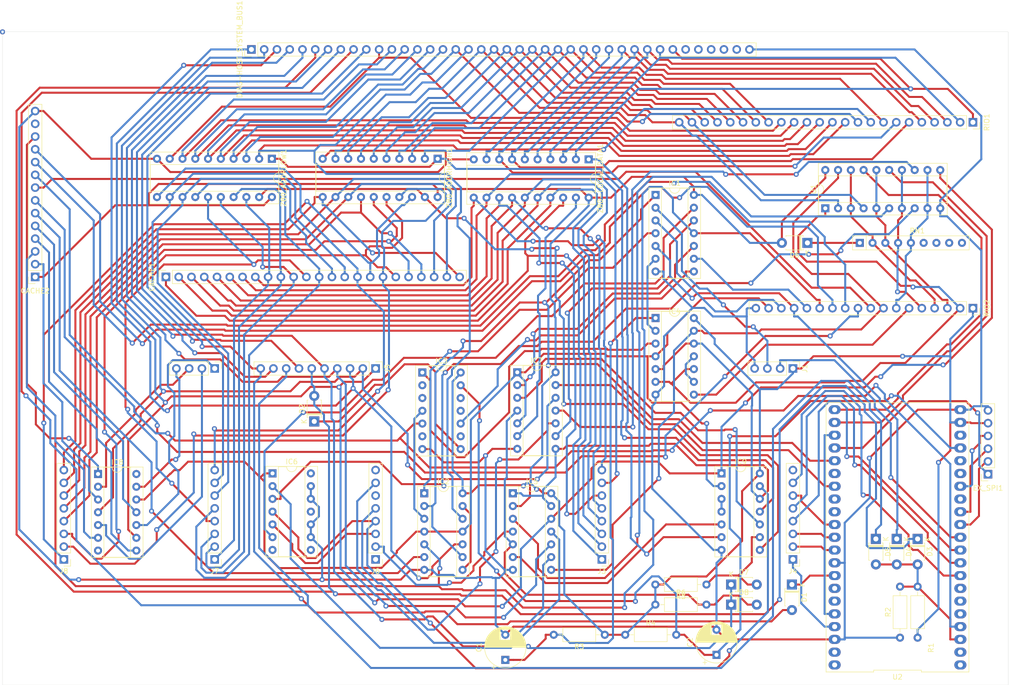
<source format=kicad_pcb>
(kicad_pcb (version 20221018) (generator pcbnew)
  (layers (0 "F.Cu" signal) (31 "B.Cu" signal) (34 "B.Paste" user) (35 "F.Paste" user) (36 "B.SilkS" user "B.Silkscreen") (37 "F.SilkS" user "F.Silkscreen") (38 "B.Mask" user) (39 "F.Mask" user) (44 "Edge.Cuts" user))
  (net 0 "")
  (net 1 "Net-(D1-K)")
  (net 2 "Net-(C1-Pad1)")
  (net 3 "/SPI connector/Z80_CONTROL.RESET")
  (net 4 "/CORE/ESP_INT")
  (net 5 "/CORE/Z80_HARDLOCK_RESET")
  (net 6 "Net-(D2-K)")
  (net 7 "/SPI connector/Z80_CONTROL.WAIT")
  (net 8 "/SPI connector/Z80_CONTROL.BUSACK")
  (net 9 "Net-(D6-K)")
  (net 10 "/SPI connector/Z80_CONTROL.BUSRQ")
  (net 11 "/GLUE/Z80 BUS CONTROL/Z80_ADD_CONNECT")
  (net 12 "/GLUE/Z80 BUS CONTROL/Z80_DATA_CONNECT")
  (net 13 "/SPI connector/Z80_CONTROL.RD")
  (net 14 "/SPI connector/Z80_CONTROL.WR")
  (net 15 "+5V")
  (net 16 "/SPI connector/Z80_CONTROL.IORQ")
  (net 17 "/SPI connector/Z80_CONTROL.MEMRQ")
  (net 18 "/CORE/EX_SS")
  (net 19 "/CORE/EX_SCK")
  (net 20 "/CORE/EX_MISO")
  (net 21 "/CORE/EX_MOSI")
  (net 22 "GND")
  (net 23 "/CORE/ESP_SPI_INT.PL")
  (net 24 "/CORE/ESP_SPI_INT.SCK")
  (net 25 "/CACHE connector/LOCAL_D4")
  (net 26 "/CACHE connector/LOCAL_D5")
  (net 27 "/CACHE connector/LOCAL_D6")
  (net 28 "/CACHE connector/LOCAL_D7")
  (net 29 "/SPI connector/Z80_CONTROL.NMI")
  (net 30 "/SPI connector/Z80_CONTROL.ROMCS")
  (net 31 "/CACHE connector/LOCAL_D0")
  (net 32 "/CACHE connector/LOCAL_D1")
  (net 33 "/CACHE connector/LOCAL_D2")
  (net 34 "/CACHE connector/LOCAL_D3")
  (net 35 "/CORE/ESP_SPI_INT.CE")
  (net 40 "/GLUE/!ESP_HARDLOCK")
  (net 41 "/GLUE/Z80_HARDLOCK_SET")
  (net 42 "Net-(IC1-Pad4)")
  (net 43 "Net-(IC1-Pad6)")
  (net 44 "Net-(IC3B-~{S})")
  (net 45 "/GLUE/WAIT_IO")
  (net 46 "/GLUE/Z80 BUS CONTROL/!CACHE_DATASTATUS")
  (net 47 "Net-(IC1-Pad12)")
  (net 48 "Net-(IC1-Pad13)")
  (net 49 "/GLUE/PRE_Z80_HARDLOCK")
  (net 50 "/GLUE/PERM_Z80_IORQ")
  (net 51 "Net-(IC2-Pad13)")
  (net 52 "/CORE/ESP_SPI_INT.MR")
  (net 53 "/CORE/ESP_SPI_INT.STC")
  (net 54 "/GLUE/CLR_Z80_HARDLOCK")
  (net 55 "/CORE/ESP_SPI_INT.MOSI")
  (net 56 "/CACHE connector/LOCAL_A4")
  (net 57 "/CACHE connector/LOCAL_A5")
  (net 58 "/CACHE connector/LOCAL_A6")
  (net 59 "/CACHE connector/LOCAL_A7")
  (net 60 "/CACHE connector/LOCAL_A0")
  (net 61 "/CACHE connector/LOCAL_A1")
  (net 62 "/CACHE connector/LOCAL_A2")
  (net 63 "/CACHE connector/LOCAL_A3")
  (net 64 "/CORE/ESP_SPI_INT.OE")
  (net 65 "/CORE/ESP_PULSE")
  (net 68 "/CACHE connector/LOCAL_A12")
  (net 69 "/CACHE connector/LOCAL_A13")
  (net 70 "/CACHE connector/LOCAL_A14")
  (net 71 "/CACHE connector/LOCAL_A15")
  (net 72 "/CORE/ESP_SPI_INT.MISO")
  (net 73 "/GLUE/!Z80_HARDLOCK")
  (net 74 "/CACHE connector/LOCAL_A8")
  (net 75 "/CACHE connector/LOCAL_A9")
  (net 76 "/CACHE connector/LOCAL_A10")
  (net 77 "/CACHE connector/LOCAL_A11")
  (net 80 "/RIO connector/Z80_A7")
  (net 81 "/RIO connector/Z80_A6")
  (net 82 "/RIO connector/Z80_A5")
  (net 83 "/RIO connector/Z80_A4")
  (net 84 "/RIO connector/Z80_A3")
  (net 85 "/RIO connector/Z80_A2")
  (net 86 "/RIO connector/Z80_A1")
  (net 87 "/RIO connector/Z80_A0")
  (net 88 "/RIO connector/Z80_A15")
  (net 89 "/RIO connector/Z80_A14")
  (net 90 "/RIO connector/Z80_A13")
  (net 91 "/RIO connector/Z80_A12")
  (net 92 "/RIO connector/Z80_A11")
  (net 93 "/RIO connector/Z80_A10")
  (net 94 "/RIO connector/Z80_A9")
  (net 95 "/RIO connector/Z80_A8")
  (net 96 "/RIO connector/Z80_D7")
  (net 97 "/RIO connector/Z80_D6")
  (net 98 "/RIO connector/Z80_D5")
  (net 99 "/RIO connector/Z80_D4")
  (net 100 "/RIO connector/Z80_D3")
  (net 101 "/RIO connector/Z80_D2")
  (net 102 "/RIO connector/Z80_D1")
  (net 103 "/RIO connector/Z80_D0")
  (net 105 "/GLUE/ESP_IOD_CONFIG")
  (net 106 "/GLUE/RIO_CONTROL.A16")
  (net 107 "/GLUE/RIO_CONTROL.CE")
  (net 108 "/ZX80-BUS/HOST VCC")
  (net 109 "/CACHE connector/CACHE_SEL_0")
  (net 110 "/CACHE connector/CACHE_SEL_1")
  (net 111 "/CACHE connector/CACHE_SEL_2")
  (net 112 "/CACHE connector/CACHE_SEL_3")
  (net 113 "/CACHE connector/CACHE_DATASTATUS")
  (net 114 "Net-(IC4-Pad11)")
  (net 115 "/GLUE/RIO_CONTROL.ROM_RDY")
  (net 116 "/GLUE/RIO CONTROL/Z80_WR+ESP_IOD_CONFIG")
  (net 117 "/CACHE connector/CACHE_CONTROL.A16")
  (net 118 "/CACHE connector/CACHE_CONTROL.WE")
  (net 119 "/CACHE connector/CACHE_CONTROL.OE")
  (net 120 "/CACHE connector/CACHE_CONTROL.CS")
  (net 121 "/CACHE connector/CACHE_CONTROL.DATASTATUS+PERM_Z80_IORQ")
  (net 122 "/CACHE connector/Z80_HARDLOCK")
  (net 123 "/CORE/ESP_WAIT_RESET")
  (net 124 "/SPI connector/ESP_CONTROL.WR")
  (net 125 "Net-(IC5-Pad6)")
  (net 126 "/SPI connector/ESP_CONTROL.ROMCS")
  (net 127 "Net-(IC5-Pad11)")
  (net 128 "/GLUE/RIO CONTROL/Z80_RD+ESP_IOD_CONFIG+PERM_Z80_IORQ")
  (net 129 "/SPI connector/ESP_CONTROL.MEMRQ")
  (net 130 "/SPI connector/ESP_CONTROL.IORQ")
  (net 133 "Net-(IC7-Pad3)")
  (net 134 "/GLUE/Z80_BUS_CONTROL.Z80_DATA_OE")
  (net 135 "/CORE/ESP_ROM_WR_PROTECT")
  (net 136 "/CORE/ESP_ROMSEL_0")
  (net 137 "/CORE/ESP_ROMSEL_1")
  (net 138 "/CORE/ESP_HARDLOCK")
  (net 139 "/SPI connector/ESP_CONTROL.BUSRQ")
  (net 144 "/GLUE/RIO CONTROL/ROM_WR_PROTECT+Z80_WR")
  (net 145 "/CORE/SD_CARD_SS")
  (net 146 "/SPI connector/LOCAL_CONTROL.IORQ")
  (net 147 "/SPI connector/LOCAL_CONTROL.WR")
  (net 148 "/SPI connector/LOCAL_CONTROL.RD")
  (net 149 "/SPI connector/LOCAL_CONTROL.MEMRQ")
  (net 150 "Net-(IC9-Pad3)")
  (net 151 "/GLUE/Z80_BUS_CONTROL.Z80_DATA_DIR")
  (net 152 "/GLUE/Z80_BUS_CONTROL.Z80_ADD_OE")
  (net 153 "/GLUE/Z80_BUS_CONTROL.Z80_ADD_DIR")
  (net 154 "/SPI connector/ESP_CONTROL.RD")
  (net 155 "/SPI connector/ESP_CONTROL.WAIT")
  (net 157 "/SPI connector/ESP_CONTROL.NMI")
  (net 158 "/GLUE/RIO_CONTROL.A15")
  (net 159 "/GLUE/RIO_CONTROL.A14")
  (net 160 "/GLUE/RIO_CONTROL.WE")
  (net 161 "/GLUE/RIO_CONTROL.OE")
  (footprint "Resistor_THT:R_Axial_DIN0207_L6.3mm_D2.5mm_P10.16mm_Horizontal" (layer "F.Cu") (at 165.84 144)
    (fp_text reference "R4")
    (fp_text value "22K")
  )
  (footprint "Resistor_THT:R_Axial_DIN0207_L6.3mm_D2.5mm_P10.16mm_Horizontal" (layer "F.Cu") (at 220.5 144.58 90)
    (fp_text reference "R2")
    (fp_text value "22K")
  )
  (footprint "Connector_PinSocket_2.54mm:PinSocket_1x18_P2.54mm_Vertical" (layer "F.Cu") (at 235 79 -90)
    (fp_text reference "RIO2")
    (fp_text value "Conn_01x18_Socket")
  )
  (footprint "Package_DIP:DIP-20_W7.62mm_Socket" (layer "F.Cu") (at 158.58 49.38 -90)
    (fp_text reference "Z80-LOCAL_DATA1")
    (fp_text value "74HC245N")
  )
  (footprint "Connector_PinSocket_2.54mm:PinSocket_1x24_P2.54mm_Vertical" (layer "F.Cu") (at 74.5 72.78 90)
    (fp_text reference "CACHE1")
    (fp_text value "Conn_01x24_Socket")
  )
  (footprint "Package_DIP:DIP-14_W7.62mm_Socket" (layer "F.Cu") (at 95.7 111.875)
    (fp_text reference "IC6")
    (fp_text value "74HC08N")
  )
  (footprint "Connector_PinSocket_2.54mm:PinSocket_1x06_P2.54mm_Vertical" (layer "F.Cu") (at 238 112.04 180)
    (fp_text reference "EX_SPI1")
    (fp_text value "PinSocket_2.54mm")
  )
  (footprint "Capacitor_THT:CP_Radial_D8.0mm_P5.00mm" (layer "F.Cu") (at 142 149 90)
    (fp_text reference "C1")
    (fp_text value "10UF")
  )
  (footprint "Package_DIP:DIP-14_W7.62mm_Socket" (layer "F.Cu") (at 125.5 91.8)
    (fp_text reference "IC3")
    (fp_text value "7474N")
  )
  (footprint "Diode_THT:D_T-1_P5.08mm_Horizontal" (layer "F.Cu") (at 186.92 134)
    (fp_text reference "D7")
    (fp_text value "1N4148")
  )
  (footprint "Package_DIP:DIP-14_W7.62mm_Socket" (layer "F.Cu") (at 125.88 115.84)
    (fp_text reference "IC2")
    (fp_text value "74HC32N")
  )
  (footprint "Connector_PinSocket_2.54mm:PinSocket_1x14_P2.54mm_Vertical" (layer "F.Cu") (at 48.5 72.78 180)
    (fp_text reference "CACHE2")
    (fp_text value "Conn_01x14_Socket")
  )
  (footprint "Package_DIP:DIP-14_W7.62mm_Socket" (layer "F.Cu") (at 143.5 115.84)
    (fp_text reference "IC5")
    (fp_text value "74HC32N")
  )
  (footprint "Connector_PinHeader_2.54mm:PinHeader_1x08_P2.54mm_Vertical" (layer "F.Cu") (at 161.2012 128.9988 180)
    (fp_text reference "J3")
    (fp_text value "LOCAL_D")
  )
  (footprint "Connector_PinSocket_2.54mm:PinSocket_1x24_P2.54mm_Vertical" (layer "F.Cu") (at 235 42 -90)
    (fp_text reference "RIO1")
    (fp_text value "Conn_01x24_Socket")
  )
  (footprint "Resistor_THT:R_Axial_DIN0207_L6.3mm_D2.5mm_P10.16mm_Horizontal" (layer "F.Cu") (at 161.79 144 180)
    (fp_text reference "R3")
    (fp_text value "22K")
  )
  (footprint "Diode_THT:D_T-1_P5.08mm_Horizontal" (layer "F.Cu") (at 199 134 -90)
    (fp_text reference "D1")
    (fp_text value "1N4148")
  )
  (footprint "Connector_PinHeader_2.54mm:PinHeader_1x10_P2.54mm_Vertical" (layer "F.Cu") (at 116.2012 90.9988 -90)
    (fp_text reference "J5")
    (fp_text value "Z80_CONTROL")
  )
  (footprint "Package_DIP:DIP-20_W7.62mm_Socket" (layer "F.Cu") (at 205.64 59.12 90)
    (fp_text reference "U1")
    (fp_text value "74HC244N")
  )
  (footprint "Resistor_THT:R_Axial_DIN0207_L6.3mm_D2.5mm_P10.16mm_Horizontal" (layer "F.Cu") (at 182 134 180)
    (fp_text reference "R5")
    (fp_text value "10K")
  )
  (footprint "Diode_THT:D_T-1_P5.08mm_Horizontal" (layer "F.Cu") (at 215.7 124.92 -90)
    (fp_text reference "D5")
    (fp_text value "1N4148")
  )
  (footprint "Capacitor_THT:CP_Radial_D8.0mm_P5.00mm" (layer "F.Cu") (at 184 148 90)
    (fp_text reference "C2")
    (fp_text value "10UF")
  )
  (footprint "Connector_PinHeader_2.54mm:PinHeader_1x08_P2.54mm_Vertical" (layer "F.Cu") (at 116.2012 128.9988 180)
    (fp_text reference "J6")
    (fp_text value "ESP_CONTROL")
  )
  (footprint "Resistor_THT:R_Axial_DIN0207_L6.3mm_D2.5mm_P10.16mm_Horizontal" (layer "F.Cu") (at 171.84 138)
    (fp_text reference "R6")
    (fp_text value "10K")
  )
  (footprint "Connector_PinHeader_2.54mm:PinHeader_1x04_P2.54mm_Vertical" (layer "F.Cu") (at 84.2012 90.9988 -90)
    (fp_text reference "LOCAL_CONTROL1" hide)
    (fp_text value "LOCAL_CONTROL")
  )
  (footprint "Diode_THT:D_T-1_P5.08mm_Horizontal" (layer "F.Cu") (at 219.85 124.92 -90)
    (fp_text reference "D4")
    (fp_text value "1N4148")
  )
  (footprint "Diode_THT:D_T-1_P5.08mm_Horizontal" (layer "F.Cu") (at 186.92 138)
    (fp_text reference "D8")
    (fp_text value "1N4148")
  )
  (footprint "Package_DIP:DIP-14_W7.62mm_Socket" (layer "F.Cu") (at 171.88 80.96)
    (fp_text reference "IC4")
    (fp_text value "74HC08N")
  )
  (footprint "Package_DIP:DIP-14_W7.62mm_Socket" (layer "F.Cu") (at 144.38 91.76)
    (fp_text reference "IC7")
    (fp_text value "74HC32N")
  )
  (footprint "Diode_THT:D_T-1_P5.08mm_Horizontal" (layer "F.Cu") (at 224 124.92 -90)
    (fp_text reference "D3")
    (fp_text value "1N4148")
  )
  (footprint "Connector_PinHeader_2.54mm:PinHeader_1x40_P2.54mm_Vertical" (layer "F.Cu") (at 91.5 27.5 90)
    (fp_text reference "DIAG-HOST_SYSTEM_BUS1")
    (fp_text value "DIAG-HOST_SYSTEM_BUS")
  )
  (footprint "Diode_THT:D_T-1_P5.08mm_Horizontal" (layer "F.Cu") (at 202.08 66 180)
    (fp_text reference "D6")
    (fp_text value "1N4148")
  )
  (footprint "Package_DIP:DIP-14_W7.62mm_Socket" (layer "F.Cu") (at 171.88 56.46)
    (fp_text reference "IC1")
    (fp_text value "7404N")
  )
  (footprint "Package_DIP:DIP-14_W7.62mm_Socket" (layer "F.Cu") (at 185 111.875)
    (fp_text reference "IC9")
    (fp_text value "74HC32N")
  )
  (footprint "Connector_PinHeader_2.54mm:PinHeader_1x04_P2.54mm_Vertical" (layer "F.Cu") (at 199.2012 90.9988 -90)
    (fp_text reference "J1")
    (fp_text value "PinHeader_2.54mm")
  )
  (footprint "Connector_PinHeader_2.54mm:PinHeader_1x08_P2.54mm_Vertical" (layer "F.Cu") (at 84.2012 128.9988 180)
    (fp_text reference "J7")
    (fp_text value "LOCAL_A-L")
  )
  (footprint "Resistor_THT:R_Axial_DIN0207_L6.3mm_D2.5mm_P10.16mm_Horizontal" (layer "F.Cu") (at 224 134.42 -90)
    (fp_text reference "R1")
    (fp_text value "22K")
  )
  (footprint "esp32-wrover:FREENOVE_ESP32-WROVER-DEV" (layer "F.Cu") (at 220 125.87 180)
    (fp_text reference "U2")
    (fp_text value "FREENOVE_ESP32-WROVER-DEV")
  )
  (footprint "Connector_PinHeader_2.54mm:PinHeader_1x08_P2.54mm_Vertical" (layer "F.Cu") (at 54.2012 128.9988 180)
    (fp_text reference "J8")
    (fp_text value "LOCAL_A-H")
  )
  (footprint "Package_DIP:DIP-20_W7.62mm_Socket" (layer "F.Cu") (at 95.58 49.26 -90)
    (fp_text reference "Z80_ADDRLOW1")
    (fp_text value "74HC245N")
  )
  (footprint "Package_DIP:DIP-20_W7.62mm_Socket" (layer "F.Cu") (at 128.54 49.26 -90)
    (fp_text reference "Z80_ADDRHIGH1")
    (fp_text value "74HC245N")
  )
  (footprint "Resistor_THT:R_Array_SIP9" (layer "F.Cu") (at 212.5 66)
    (fp_text reference "RN1")
    (fp_text value "4609M-101-103LF")
  )
  (footprint "Package_DIP:DIP-14_W7.62mm_Socket" (layer "F.Cu") (at 61 112)
    (fp_text reference "IC8")
    (fp_text value "74HC08N")
  )
  (footprint "Connector_PinHeader_2.54mm:PinHeader_1x08_P2.54mm_Vertical" (layer "F.Cu") (at 199.2012 128.9988 180)
    (fp_text reference "J4")
    (fp_text value "ESP_SPI_INT")
  )
  (footprint "Diode_THT:D_T-1_P5.08mm_Horizontal" (layer "F.Cu") (at 104 101.54 90)
    (fp_text reference "D2")
    (fp_text value "1N4148")
  )
  (gr_rect (start 42 24) (end 242 154) (stroke (width 0.05)) (fill none) (layer "Edge.Cuts"))
  (via (at 42 24) (size 1) (drill 0.5) (layers "F.Cu" "B.Cu") (net 0))
  (segment (start 202.5801 132.22) (end 200.8001 134) (width 0.4) (layer "F.Cu") (net 1))
  (segment (start 199 134) (end 200.8001 134) (width 0.4) (layer "F.Cu") (net 1))
  (segment (start 207.5 132.22) (end 202.5801 132.22) (width 0.4) (layer "F.Cu") (net 1))
  (segment (start 142 149) (end 143.6001 149) (width 0.4) (layer "F.Cu") (net 2))
  (segment (start 145.8004 149) (end 150.0299 144.7705) (width 0.4) (layer "F.Cu") (net 2))
  (segment (start 151.63 144) (end 150.0299 144) (width 0.4) (layer "F.Cu") (net 2))
  (segment (start 150.0299 144.7705) (end 150.0299 144) (width 0.4) (layer "F.Cu") (net 2))
  (segment (start 167.9474 80.96) (end 162.9295 85.9779) (width 0.4) (layer "F.Cu") (net 2))
  (segment (start 171.88 80.96) (end 167.9474 80.96) (width 0.4) (layer "F.Cu") (net 2))
  (segment (start 143.6001 149) (end 145.8004 149) (width 0.4) (layer "F.Cu") (net 2))
  (via (at 162.9295 85.9779) (size 1) (drill 0.5) (layers "F.Cu" "B.Cu") (net 2))
  (segment (start 162.9319 85.9803) (end 162.9295 85.9779) (width 0.4) (layer "B.Cu") (net 2))
  (segment (start 163.411 125.1038) (end 162.9319 124.6247) (width 0.4) (layer "B.Cu") (net 2))
  (segment (start 162.9319 124.6247) (end 162.9319 85.9803) (width 0.4) (layer "B.Cu") (net 2))
  (segment (start 153.2301 144) (end 154.8523 145.6222) (width 0.4) (layer "B.Cu") (net 2))
  (segment (start 163.411 144.651) (end 163.411 125.1038) (width 0.4) (layer "B.Cu") (net 2))
  (segment (start 154.8523 145.6222) (end 162.4398 145.6222) (width 0.4) (layer "B.Cu") (net 2))
  (segment (start 162.4398 145.6222) (end 163.411 144.651) (width 0.4) (layer "B.Cu") (net 2))
  (segment (start 151.63 144) (end 153.2301 144) (width 0.4) (layer "B.Cu") (net 2))
  (segment (start 129.9139 139.3514) (end 126.1284 139.3514) (width 0.4) (layer "F.Cu") (net 3))
  (segment (start 104.1747 139.5721) (end 101.424 136.8214) (width 0.4) (layer "F.Cu") (net 3))
  (segment (start 93.3412 90.9988) (end 91.6911 90.9988) (width 0.4) (layer "F.Cu") (net 3))
  (segment (start 143.019 141.3337) (end 142.4592 141.8935) (width 0.4) (layer "F.Cu") (net 3))
  (segment (start 197.1999 139.08) (end 194.9462 141.3337) (width 0.4) (layer "F.Cu") (net 3))
  (segment (start 142.4592 141.8935) (end 132.456 141.8935) (width 0.4) (layer "F.Cu") (net 3))
  (segment (start 199 139.08) (end 197.1999 139.08) (width 0.4) (layer "F.Cu") (net 3))
  (segment (start 126.1284 139.3514) (end 125.9077 139.5721) (width 0.4) (layer "F.Cu") (net 3))
  (segment (start 125.9077 139.5721) (end 104.1747 139.5721) (width 0.4) (layer "F.Cu") (net 3))
  (segment (start 132.456 141.8935) (end 129.9139 139.3514) (width 0.4) (layer "F.Cu") (net 3))
  (segment (start 194.9462 141.3337) (end 143.019 141.3337) (width 0.4) (layer "F.Cu") (net 3))
  (segment (start 87.3277 86.6354) (end 81.6965 86.6354) (width 0.4) (layer "F.Cu") (net 3))
  (segment (start 91.6911 90.9988) (end 87.3277 86.6354) (width 0.4) (layer "F.Cu") (net 3))
  (via (at 101.424 136.8214) (size 1) (drill 0.5) (layers "F.Cu" "B.Cu") (net 3))
  (via (at 81.6965 86.6354) (size 1) (drill 0.5) (layers "F.Cu" "B.Cu") (net 3))
  (segment (start 93.3412 92.6489) (end 92.0426 93.9475) (width 0.4) (layer "B.Cu") (net 3))
  (segment (start 70.8081 74.7668) (end 81.6965 85.6552) (width 0.4) (layer "B.Cu") (net 3))
  (segment (start 92.0426 127.44) (end 101.424 136.8214) (width 0.4) (layer "B.Cu") (net 3))
  (segment (start 114.36 27.5) (end 105.5748 36.2852) (width 0.4) (layer "B.Cu") (net 3))
  (segment (start 92.0426 93.9475) (end 92.0426 127.44) (width 0.4) (layer "B.Cu") (net 3))
  (segment (start 70.8081 48.8456) (end 70.8081 74.7668) (width 0.4) (layer "B.Cu") (net 3))
  (segment (start 83.3685 36.2852) (end 70.8081 48.8456) (width 0.4) (layer "B.Cu") (net 3))
  (segment (start 93.3412 90.9988) (end 93.3412 92.6489) (width 0.4) (layer "B.Cu") (net 3))
  (segment (start 81.6965 85.6552) (end 81.6965 86.6354) (width 0.4) (layer "B.Cu") (net 3))
  (segment (start 105.5748 36.2852) (end 83.3685 36.2852) (width 0.4) (layer "B.Cu") (net 3))
  (segment (start 230.4999 144.92) (end 230.4999 140.9199) (width 0.4) (layer "F.Cu") (net 4))
  (segment (start 224 130) (end 219.85 130) (width 0.4) (layer "F.Cu") (net 4))
  (segment (start 224 134.42) (end 222.1001 134.42) (width 0.4) (layer "F.Cu") (net 4))
  (segment (start 230.4999 140.9199) (end 224 134.42) (width 0.4) (layer "F.Cu") (net 4))
  (segment (start 232.5 144.92) (end 230.4999 144.92) (width 0.4) (layer "F.Cu") (net 4))
  (segment (start 219.85 130) (end 215.7 130) (width 0.4) (layer "F.Cu") (net 4))
  (segment (start 220.5 134.42) (end 222.1001 134.42) (width 0.4) (layer "F.Cu") (net 4))
  (segment (start 224 130) (end 224 134.42) (width 0.4) (layer "B.Cu") (net 4))
  (segment (start 180.1496 76.0338) (end 196.4738 76.0338) (width 0.4) (layer "F.Cu") (net 5))
  (segment (start 179.1588 77.0246) (end 180.1496 76.0338) (width 0.4) (layer "F.Cu") (net 5))
  (segment (start 196.4738 76.0338) (end 199.44 79) (width 0.4) (layer "F.Cu") (net 5))
  (via (at 179.1588 77.0246) (size 1) (drill 0.5) (layers "F.Cu" "B.Cu") (net 5))
  (segment (start 174.7726 72.6384) (end 179.1588 77.0246) (width 0.4) (layer "B.Cu") (net 5))
  (segment (start 199.44 79) (end 199.44 80.6501) (width 0.4) (layer "B.Cu") (net 5))
  (segment (start 216.4787 97.6888) (end 216.4787 96.9635) (width 0.4) (layer "B.Cu") (net 5))
  (segment (start 219.9691 101.1792) (end 216.4787 97.6888) (width 0.4) (layer "B.Cu") (net 5))
  (segment (start 219.85 123.1199) (end 219.9691 123.0008) (width 0.4) (layer "B.Cu") (net 5))
  (segment (start 219.85 124.92) (end 219.85 123.1199) (width 0.4) (layer "B.Cu") (net 5))
  (segment (start 200.1653 80.6501) (end 199.44 80.6501) (width 0.4) (layer "B.Cu") (net 5))
  (segment (start 219.9691 123.0008) (end 219.9691 101.1792) (width 0.4) (layer "B.Cu") (net 5))
  (segment (start 216.4787 96.9635) (end 200.1653 80.6501) (width 0.4) (layer "B.Cu") (net 5))
  (segment (start 174.7726 69.5126) (end 174.7726 72.6384) (width 0.4) (layer "B.Cu") (net 5))
  (segment (start 171.88 66.62) (end 174.7726 69.5126) (width 0.4) (layer "B.Cu") (net 5))
  (segment (start 121.9559 90.1659) (end 117.8767 94.2451) (width 0.4) (layer "F.Cu") (net 6))
  (segment (start 116.0638 94.2451) (end 115.3022 95.0067) (width 0.4) (layer "F.Cu") (net 6))
  (segment (start 115.3022 95.0067) (end 115.3022 95.0977) (width 0.4) (layer "F.Cu") (net 6))
  (segment (start 133.12 107.04) (end 128.1012 102.0212) (width 0.4) (layer "F.Cu") (net 6))
  (segment (start 126.5974 90.1659) (end 121.9559 90.1659) (width 0.4) (layer "F.Cu") (net 6))
  (segment (start 117.8767 94.2451) (end 116.0638 94.2451) (width 0.4) (layer "F.Cu") (net 6))
  (segment (start 128.1012 91.6697) (end 126.5974 90.1659) (width 0.4) (layer "F.Cu") (net 6))
  (segment (start 128.1012 102.0212) (end 128.1012 91.6697) (width 0.4) (layer "F.Cu") (net 6))
  (segment (start 104 101.54) (end 105.8001 101.54) (width 0.4) (layer "F.Cu") (net 6))
  (segment (start 108.8599 101.54) (end 105.8001 101.54) (width 0.4) (layer "F.Cu") (net 6))
  (segment (start 115.3022 95.0977) (end 108.8599 101.54) (width 0.4) (layer "F.Cu") (net 6))
  (segment (start 193.6498 139.898) (end 196.5612 136.9866) (width 0.4) (layer "F.Cu") (net 7))
  (segment (start 133.2888 136.2152) (end 141.3682 136.2152) (width 0.4) (layer "F.Cu") (net 7))
  (segment (start 104.2 27.5) (end 104.2 29.1501) (width 0.4) (layer "F.Cu") (net 7))
  (segment (start 133.009 135.9354) (end 133.2888 136.2152) (width 0.4) (layer "F.Cu") (net 7))
  (segment (start 44.8002 39.7117) (end 44.8002 124.0488) (width 0.4) (layer "F.Cu") (net 7))
  (segment (start 108.3024 135.9354) (end 133.009 135.9354) (width 0.4) (layer "F.Cu") (net 7))
  (segment (start 108.2106 135.8436) (end 108.3024 135.9354) (width 0.4) (layer "F.Cu") (net 7))
  (segment (start 56.1678 135.4164) (end 107.7834 135.4164) (width 0.4) (layer "F.Cu") (net 7))
  (segment (start 98.2351 35.115) (end 49.3969 35.115) (width 0.4) (layer "F.Cu") (net 7))
  (segment (start 49.3969 35.115) (end 44.8002 39.7117) (width 0.4) (layer "F.Cu") (net 7))
  (segment (start 44.8002 124.0488) (end 56.1678 135.4164) (width 0.4) (layer "F.Cu") (net 7))
  (segment (start 141.3682 136.2152) (end 145.051 139.898) (width 0.4) (layer "F.Cu") (net 7))
  (segment (start 104.2 29.1501) (end 98.2351 35.115) (width 0.4) (layer "F.Cu") (net 7))
  (segment (start 145.051 139.898) (end 193.6498 139.898) (width 0.4) (layer "F.Cu") (net 7))
  (segment (start 107.7834 135.4164) (end 108.2106 135.8436) (width 0.4) (layer "F.Cu") (net 7))
  (via (at 196.5612 136.9866) (size 1) (drill 0.5) (layers "F.Cu" "B.Cu") (net 7))
  (via (at 108.2106 135.8436) (size 1) (drill 0.5) (layers "F.Cu" "B.Cu") (net 7))
  (segment (start 106.9354 134.5684) (end 106.9354 102.6097) (width 0.4) (layer "B.Cu") (net 7))
  (segment (start 106.9354 102.6097) (end 105.9353 101.6096) (width 0.4) (layer "B.Cu") (net 7))
  (segment (start 215.7277 101.8626) (end 213.4784 99.6133) (width 0.4) (layer "B.Cu") (net 7))
  (segment (start 213.4784 99.6133) (end 213.4784 98.2061) (width 0.4) (layer "B.Cu") (net 7))
  (segment (start 213.8854 126.2369) (end 213.8854 118.7439) (width 0.4) (layer "B.Cu") (net 7))
  (segment (start 104 96.46) (end 104 98.2601) (width 0.4) (layer "B.Cu") (net 7))
  (segment (start 209.7514 94.4791) (end 205.208 94.4791) (width 0.4) (layer "B.Cu") (net 7))
  (segment (start 104 94.6599) (end 103.5012 94.1611) (width 0.4) (layer "B.Cu") (net 7))
  (segment (start 105.9353 101.6096) (end 105.9353 100.1954) (width 0.4) (layer "B.Cu") (net 7))
  (segment (start 213.8854 118.7439) (end 215.7277 116.9016) (width 0.4) (layer "B.Cu") (net 7))
  (segment (start 215.7277 116.9016) (end 215.7277 101.8626) (width 0.4) (layer "B.Cu") (net 7))
  (segment (start 103.5012 94.1611) (end 103.5012 90.9988) (width 0.4) (layer "B.Cu") (net 7))
  (segment (start 222.1999 125.7075) (end 221.1496 126.7578) (width 0.4) (layer "B.Cu") (net 7))
  (segment (start 221.1496 126.7578) (end 214.4063 126.7578) (width 0.4) (layer "B.Cu") (net 7))
  (segment (start 214.4063 126.7578) (end 213.8854 126.2369) (width 0.4) (layer "B.Cu") (net 7))
  (segment (start 224 124.92) (end 222.1999 124.92) (width 0.4) (layer "B.Cu") (net 7))
  (segment (start 104 96.46) (end 104 94.6599) (width 0.4) (layer "B.Cu") (net 7))
  (segment (start 205.208 94.4791) (end 196.5612 103.1259) (width 0.4) (layer "B.Cu") (net 7))
  (segment (start 108.2106 135.8436) (end 106.9354 134.5684) (width 0.4) (layer "B.Cu") (net 7))
  (segment (start 105.9353 100.1954) (end 104 98.2601) (width 0.4) (layer "B.Cu") (net 7))
  (segment (start 213.4784 98.2061) (end 209.7514 94.4791) (width 0.4) (layer "B.Cu") (net 7))
  (segment (start 196.5612 103.1259) (end 196.5612 136.9866) (width 0.4) (layer "B.Cu") (net 7))
  (segment (start 222.1999 124.92) (end 222.1999 125.7075) (width 0.4) (layer "B.Cu") (net 7))
  (segment (start 45.8021 95.5654) (end 45.8021 40.1243) (width 0.4) (layer "F.Cu") (net 8))
  (segment (start 45.8021 40.1243) (end 49.8113 36.1151) (width 0.4) (layer "F.Cu") (net 8))
  (segment (start 46.6679 96.4312) (end 45.8021 95.5654) (width 0.4) (layer "F.Cu") (net 8))
  (segment (start 49.8113 36.1151) (end 103.2049 36.1151) (width 0.4) (layer "F.Cu") (net 8))
  (segment (start 103.2049 36.1151) (end 111.82 27.5) (width 0.4) (layer "F.Cu") (net 8))
  (via (at 46.6679 96.4312) (size 1) (drill 0.5) (layers "F.Cu" "B.Cu") (net 8))
  (segment (start 51.5074 105.8814) (end 56.6909 111.0649) (width 0.4) (layer "B.Cu") (net 8))
  (segment (start 204.7938 93.479) (end 210.1656 93.479) (width 0.4) (layer "B.Cu") (net 8))
  (segment (start 93.0428 126.7387) (end 93.0428 98.0273) (width 0.4) (layer "B.Cu") (net 8))
  (segment (start 102.7241 138.0543) (end 102.7241 136.2191) (width 0.4) (layer "B.Cu") (net 8))
  (segment (start 115.27 150.6002) (end 184.9388 150.6002) (width 0.4) (layer "B.Cu") (net 8))
  (segment (start 214.4785 99.1935) (end 216.7346 101.4496) (width 0.4) (layer "B.Cu") (net 8))
  (segment (start 102.6558 138.1226) (end 102.7241 138.0543) (width 0.4) (layer "B.Cu") (net 8))
  (segment (start 210.1656 93.479) (end 214.4785 97.7919) (width 0.4) (layer "B.Cu") (net 8))
  (segment (start 98.4212 90.9988) (end 98.4212 92.6489) (width 0.4) (layer "B.Cu") (net 8))
  (segment (start 56.6909 125.2256) (end 69.5879 138.1226) (width 0.4) (layer "B.Cu") (net 8))
  (segment (start 46.6679 96.4312) (end 51.5074 101.2707) (width 0.4) (layer "B.Cu") (net 8))
  (segment (start 51.5074 101.2707) (end 51.5074 105.8814) (width 0.4) (layer "B.Cu") (net 8))
  (segment (start 56.6909 111.0649) (end 56.6909 125.2256) (width 0.4) (layer "B.Cu") (net 8))
  (segment (start 102.7241 138.0543) (end 115.27 150.6002) (width 0.4) (layer "B.Cu") (net 8))
  (segment (start 184.9388 150.6002) (end 195.2298 140.3092) (width 0.4) (layer "B.Cu") (net 8))
  (segment (start 101.9214 135.4164) (end 101.7205 135.4164) (width 0.4) (layer "B.Cu") (net 8))
  (segment (start 216.7346 122.0853) (end 215.7 123.1199) (width 0.4) (layer "B.Cu") (net 8))
  (segment (start 101.7205 135.4164) (end 93.0428 126.7387) (width 0.4) (layer "B.Cu") (net 8))
  (segment (start 195.2298 103.043) (end 204.7938 93.479) (width 0.4) (layer "B.Cu") (net 8))
  (segment (start 214.4785 97.7919) (end 214.4785 99.1935) (width 0.4) (layer "B.Cu") (net 8))
  (segment (start 195.2298 140.3092) (end 195.2298 103.043) (width 0.4) (layer "B.Cu") (net 8))
  (segment (start 69.5879 138.1226) (end 102.6558 138.1226) (width 0.4) (layer "B.Cu") (net 8))
  (segment (start 102.7241 136.2191) (end 101.9214 135.4164) (width 0.4) (layer "B.Cu") (net 8))
  (segment (start 216.7346 101.4496) (end 216.7346 122.0853) (width 0.4) (layer "B.Cu") (net 8))
  (segment (start 215.7 124.92) (end 215.7 123.1199) (width 0.4) (layer "B.Cu") (net 8))
  (segment (start 93.0428 98.0273) (end 98.4212 92.6489) (width 0.4) (layer "B.Cu") (net 8))
  (segment (start 212.5 66) (end 210.8999 66) (width 0.4) (layer "F.Cu") (net 9))
  (segment (start 202.08 66) (end 203.8801 66) (width 0.4) (layer "F.Cu") (net 9))
  (segment (start 210.8999 66) (end 203.8801 66) (width 0.4) (layer "F.Cu") (net 9))
  (segment (start 127.6197 140.3515) (end 126.5426 140.3515) (width 0.4) (layer "F.Cu") (net 10))
  (segment (start 85.9217 84.4787) (end 99.5211 84.4787) (width 0.4) (layer "F.Cu") (net 10))
  (segment (start 125.949 140.9451) (end 117.4527 140.9451) (width 0.4) (layer "F.Cu") (net 10))
  (segment (start 126.5426 140.3515) (end 125.949 140.9451) (width 0.4) (layer "F.Cu") (net 10))
  (segment (start 85.7086 84.2656) (end 85.9217 84.4787) (width 0.4) (layer "F.Cu") (net 10))
  (segment (start 75.8923 84.5772) (end 76.2039 84.2656) (width 0.4) (layer "F.Cu") (net 10))
  (segment (start 146.571 146.3142) (end 133.5824 146.3142) (width 0.4) (layer "F.Cu") (net 10))
  (segment (start 76.2039 84.2656) (end 85.7086 84.2656) (width 0.4) (layer "F.Cu") (net 10))
  (segment (start 133.5824 146.3142) (end 127.6197 140.3515) (width 0.4) (layer "F.Cu") (net 10))
  (segment (start 99.5211 84.4787) (end 106.0412 90.9988) (width 0.4) (layer "F.Cu") (net 10))
  (via (at 117.4527 140.9451) (size 1) (drill 0.5) (layers "F.Cu" "B.Cu") (net 10))
  (via (at 75.8923 84.5772) (size 1) (drill 0.5) (layers "F.Cu" "B.Cu") (net 10))
  (via (at 146.571 146.3142) (size 1) (drill 0.5) (layers "F.Cu" "B.Cu") (net 10))
  (segment (start 101.66 29.1501) (end 98.0468 32.7633) (width 0.4) (layer "B.Cu") (net 10))
  (segment (start 67.7404 47.539) (end 67.7404 76.2134) (width 0.4) (layer "B.Cu") (net 10))
  (segment (start 67.7404 76.2134) (end 75.8923 84.3653) (width 0.4) (layer "B.Cu") (net 10))
  (segment (start 107.9356 101.4886) (end 107.9356 131.428) (width 0.4) (layer "B.Cu") (net 10))
  (segment (start 146.571 146.3142) (end 146.9013 146.6445) (width 0.4) (layer "B.Cu") (net 10))
  (segment (start 75.8923 84.3653) (end 75.8923 84.5772) (width 0.4) (layer "B.Cu") (net 10))
  (segment (start 101.66 27.5) (end 101.66 29.1501) (width 0.4) (layer "B.Cu") (net 10))
  (segment (start 186.92 138) (end 186.92 134) (width 0.4) (layer "B.Cu") (net 10))
  (segment (start 186.92 142.3431) (end 186.92 138) (width 0.4) (layer "B.Cu") (net 10))
  (segment (start 106.0412 92.6489) (end 107.4354 94.0431) (width 0.4) (layer "B.Cu") (net 10))
  (segment (start 98.0468 32.7633) (end 82.5161 32.7633) (width 0.4) (layer "B.Cu") (net 10))
  (segment (start 146.9013 146.6445) (end 182.6186 146.6445) (width 0.4) (layer "B.Cu") (net 10))
  (segment (start 107.4354 94.0431) (end 107.4354 100.9884) (width 0.4) (layer "B.Cu") (net 10))
  (segment (start 182.6186 146.6445) (end 186.92 142.3431) (width 0.4) (layer "B.Cu") (net 10))
  (segment (start 106.0412 90.9988) (end 106.0412 92.6489) (width 0.4) (layer "B.Cu") (net 10))
  (segment (start 107.4354 100.9884) (end 107.9356 101.4886) (width 0.4) (layer "B.Cu") (net 10))
  (segment (start 107.9356 131.428) (end 117.4527 140.9451) (width 0.4) (layer "B.Cu") (net 10))
  (segment (start 82.5161 32.7633) (end 67.7404 47.539) (width 0.4) (layer "B.Cu") (net 10))
  (segment (start 191.0199 129.5796) (end 191.0199 124.575) (width 0.4) (layer "F.Cu") (net 11))
  (segment (start 192 134) (end 190.1999 134) (width 0.4) (layer "F.Cu") (net 11))
  (segment (start 182 134) (end 183.8002 132.1998) (width 0.4) (layer "F.Cu") (net 11))
  (segment (start 183.8002 132.1998) (end 188.3997 132.1998) (width 0.4) (layer "F.Cu") (net 11))
  (segment (start 188.3997 132.1998) (end 191.0199 129.5796) (width 0.4) (layer "F.Cu") (net 11))
  (segment (start 192.62 124.575) (end 191.0199 124.575) (width 0.4) (layer "F.Cu") (net 11))
  (segment (start 188.3997 132.1998) (end 190.1999 134) (width 0.4) (layer "F.Cu") (net 11))
  (segment (start 146.1859 136.0357) (end 141.886 131.7358) (width 0.4) (layer "F.Cu") (net 12))
  (segment (start 180.3999 138) (end 178.4356 136.0357) (width 0.4) (layer "F.Cu") (net 12))
  (segment (start 182 138) (end 180.3999 138) (width 0.4) (layer "F.Cu") (net 12))
  (segment (start 141.886 127.614) (end 143.5 126) (width 0.4) (layer "F.Cu") (net 12))
  (segment (start 188.3997 136.1998) (end 185.4003 136.1998) (width 0.4) (layer "F.Cu") (net 12))
  (segment (start 190.1999 138) (end 188.3997 136.1998) (width 0.4) (layer "F.Cu") (net 12))
  (segment (start 178.4356 136.0357) (end 146.1859 136.0357) (width 0.4) (layer "F.Cu") (net 12))
  (segment (start 141.886 131.7358) (end 141.886 127.614) (width 0.4) (layer "F.Cu") (net 12))
  (segment (start 182 138) (end 183.6001 138) (width 0.4) (layer "F.Cu") (net 12))
  (segment (start 185.4003 136.1998) (end 183.6001 138) (width 0.4) (layer "F.Cu") (net 12))
  (segment (start 192 138) (end 190.1999 138) (width 0.4) (layer "F.Cu") (net 12))
  (segment (start 143.5 126) (end 141.8998 124.3998) (width 0.4) (layer "B.Cu") (net 12))
  (segment (start 141.8998 113.1001) (end 142.2888 112.7111) (width 0.4) (layer "B.Cu") (net 12))
  (segment (start 142.2888 112.7111) (end 142.2888 101.4712) (width 0.4) (layer "B.Cu") (net 12))
  (segment (start 141.8998 124.3998) (end 141.8998 113.1001) (width 0.4) (layer "B.Cu") (net 12))
  (segment (start 142.2888 101.4712) (end 144.38 99.38) (width 0.4) (layer "B.Cu") (net 12))
  (segment (start 184.5079 111.875) (end 185 111.875) (width 0.4) (layer "F.Cu") (net 13))
  (segment (start 229.4224 90.2771) (end 229.0654 90.2771) (width 0.4) (layer "F.Cu") (net 13))
  (segment (start 238.7688 63.3689) (end 238.7688 80.9307) (width 0.4) (layer "F.Cu") (net 13))
  (segment (start 116.7363 136.9355) (end 132.5947 136.9355) (width 0.4) (layer "F.Cu") (net 13))
  (segment (start 74.3859 97.9353) (end 67.003 105.3182) (width 0.4) (layer "F.Cu") (net 13))
  (segment (start 133.9974 138.3382) (end 141.3907 138.3382) (width 0.4) (layer "F.Cu") (net 13))
  (segment (start 184.5079 111.875) (end 183.3999 111.875) (width 0.4) (layer "F.Cu") (net 13))
  (segment (start 213.4391 94.771) (end 192.8503 94.771) (width 0.4) (layer "F.Cu") (net 13))
  (segment (start 67.003 105.3182) (end 67.003 123.083) (width 0.4) (layer "F.Cu") (net 13))
  (segment (start 228.5 53.1001) (end 238.7688 63.3689) (width 0.4) (layer "F.Cu") (net 13))
  (segment (start 116.2012 90.9988) (end 113.5447 93.6553) (width 0.4) (layer "F.Cu") (net 13))
  (segment (start 116.0311 137.6407) (end 116.7363 136.9355) (width 0.4) (layer "F.Cu") (net 13))
  (segment (start 215.5758 92.6343) (end 213.4391 94.771) (width 0.4) (layer "F.Cu") (net 13))
  (segment (start 172.3216 109.5231) (end 174.6735 111.875) (width 0.4) (layer "F.Cu") (net 13))
  (segment (start 74.3859 97.7674) (end 74.3859 97.9353) (width 0.4) (layer "F.Cu") (net 13))
  (segment (start 216.6588 92.6343) (end 215.5758 92.6343) (width 0.4) (layer "F.Cu") (net 13))
  (segment (start 151.12 120.92) (end 159.1186 112.9214) (width 0.4) (layer "F.Cu") (net 13))
  (segment (start 103.2373 94.6599) (end 101.3538 96.5434) (width 0.4) (layer "F.Cu") (net 13))
  (segment (start 159.1186 110.9136) (end 160.5091 109.5231) (width 0.4) (layer "F.Cu") (net 13))
  (segment (start 75.6099 96.5434) (end 74.3859 97.7674) (width 0.4) (layer "F.Cu") (net 13))
  (segment (start 67.003 123.083) (end 68.62 124.7) (width 0.4) (layer "F.Cu") (net 13))
  (segment (start 228.5 51.5) (end 228.5 53.1001) (width 0.4) (layer "F.Cu") (net 13))
  (segment (start 101.3538 96.5434) (end 75.6099 96.5434) (width 0.4) (layer "F.Cu") (net 13))
  (segment (start 174.6735 111.875) (end 183.3999 111.875) (width 0.4) (layer "F.Cu") (net 13))
  (segment (start 238.7688 80.9307) (end 229.4224 90.2771) (width 0.4) (layer "F.Cu") (net 13))
  (segment (start 159.1186 112.9214) (end 159.1186 110.9136) (width 0.4) (layer "F.Cu") (net 13))
  (segment (start 160.5091 109.5231) (end 172.3216 109.5231) (width 0.4) (layer "F.Cu") (net 13))
  (segment (start 113.5447 93.6553) (end 109.9297 93.6553) (width 0.4) (layer "F.Cu") (net 13))
  (segment (start 109.9297 93.6553) (end 108.9251 94.6599) (width 0.4) (layer "F.Cu") (net 13))
  (segment (start 108.9251 94.6599) (end 103.2373 94.6599) (width 0.4) (layer "F.Cu") (net 13))
  (segment (start 192.8503 94.771) (end 189.7634 97.8579) (width 0.4) (layer "F.Cu") (net 13))
  (segment (start 108.9251 94.6599) (end 108.9251 94.7127) (width 0.4) (layer "F.Cu") (net 13))
  (segment (start 132.5947 136.9355) (end 133.9974 138.3382) (width 0.4) (layer "F.Cu") (net 13))
  (via (at 74.3859 97.7674) (size 1) (drill 0.5) (layers "F.Cu" "B.Cu") (net 13))
  (via (at 116.0311 137.6407) (size 1) (drill 0.5) (layers "F.Cu" "B.Cu") (net 13))
  (via (at 189.7634 97.8579) (size 1) (drill 0.5) (layers "F.Cu" "B.Cu") (net 13))
  (via (at 108.9251 94.7127) (size 1) (drill 0.5) (layers "F.Cu" "B.Cu") (net 13))
  (via (at 229.0654 90.2771) (size 1) (drill 0.5) (layers "F.Cu" "B.Cu") (net 13))
  (via (at 141.3907 138.3382) (size 1) (drill 0.5) (layers "F.Cu" "B.Cu") (net 13))
  (via (at 216.6588 92.6343) (size 1) (drill 0.5) (layers "F.Cu" "B.Cu") (net 13))
  (segment (start 145.1002 126.9398) (end 145.1002 134.6287) (width 0.4) (layer "B.Cu") (net 13))
  (segment (start 64.7398 77.6152) (end 72.3946 85.27) (width 0.4) (layer "B.Cu") (net 13))
  (segment (start 64.7398 46.2153) (end 64.7398 77.6152) (width 0.4) (layer "B.Cu") (net 13))
  (segment (start 72.3946 85.27) (end 72.3946 95.7761) (width 0.4) (layer "B.Cu") (net 13))
  (segment (start 185 102.6213) (end 189.7634 97.8579) (width 0.4) (layer "B.Cu") (net 13))
  (segment (start 72.3946 95.7761) (end 74.3859 97.7674) (width 0.4) (layer "B.Cu") (net 13))
  (segment (start 83.4551 27.5) (end 64.7398 46.2153) (width 0.4) (layer "B.Cu") (net 13))
  (segment (start 145.1002 134.6287) (end 141.3907 138.3382) (width 0.4) (layer "B.Cu") (net 13))
  (segment (start 109.2274 130.837) (end 116.0311 137.6407) (width 0.4) (layer "B.Cu") (net 13))
  (segment (start 219.016 90.2771) (end 216.6588 92.6343) (width 0.4) (layer "B.Cu") (net 13))
  (segment (start 229.0654 90.2771) (end 219.016 90.2771) (width 0.4) (layer "B.Cu") (net 13))
  (segment (start 108.9251 94.7127) (end 109.2274 95.015) (width 0.4) (layer "B.Cu") (net 13))
  (segment (start 151.12 120.92) (end 145.1002 126.9398) (width 0.4) (layer "B.Cu") (net 13))
  (segment (start 109.2274 95.015) (end 109.2274 130.837) (width 0.4) (layer "B.Cu") (net 13))
  (segment (start 185 111.875) (end 185 102.6213) (width 0.4) (layer "B.Cu") (net 13))
  (segment (start 91.5 27.5) (end 83.4551 27.5) (width 0.4) (layer "B.Cu") (net 13))
  (segment (start 113.6612 90.9988) (end 112.0048 92.6552) (width 0.4) (layer "F.Cu") (net 14))
  (segment (start 146.9052 113.0208) (end 148.357 113.0208) (width 0.4) (layer "F.Cu") (net 14))
  (segment (start 125.4083 113.0208) (end 146.9052 113.0208) (width 0.4) (layer "F.Cu") (net 14))
  (segment (start 146.9052 116.5749) (end 145.1001 118.38) (width 0.4) (layer "F.Cu") (net 14))
  (segment (start 69.4771 101.4298) (end 69.4771 100.0665) (width 0.4) (layer "F.Cu") (net 14))
  (segment (start 69.4771 100.0665) (end 74.0004 95.5432) (width 0.4) (layer "F.Cu") (net 14))
  (segment (start 63.9794 116.6406) (end 63.9794 106.9275) (width 0.4) (layer "F.Cu") (net 14))
  (segment (start 108.0827 93.6597) (end 101.1515 93.6597) (width 0.4) (layer "F.Cu") (net 14))
  (segment (start 63.9794 106.9275) (end 69.4771 101.4298) (width 0.4) (layer "F.Cu") (net 14))
  (segment (start 122.5684 110.1809) (end 125.4083 113.0208) (width 0.4) (layer "F.Cu") (net 14))
  (segment (start 146.9052 113.0208) (end 146.9052 116.5749) (width 0.4) (layer "F.Cu") (net 14))
  (segment (start 61 119.62) (end 63.9794 116.6406) (width 0.4) (layer "F.Cu") (net 14))
  (segment (start 109.0872 92.6552) (end 108.0827 93.6597) (width 0.4) (layer "F.Cu") (net 14))
  (segment (start 99.268 95.5432) (end 74.0004 95.5432) (width 0.4) (layer "F.Cu") (net 14))
  (segment (start 101.1515 93.6597) (end 99.268 95.5432) (width 0.4) (layer "F.Cu") (net 14))
  (segment (start 112.0048 92.6552) (end 109.0872 92.6552) (width 0.4) (layer "F.Cu") (net 14))
  (segment (start 143.5 118.38) (end 145.1001 118.38) (width 0.4) (layer "F.Cu") (net 14))
  (via (at 74.0004 95.5432) (size 1) (drill 0.5) (layers "F.Cu" "B.Cu") (net 14))
  (via (at 148.357 113.0208) (size 1) (drill 0.5) (layers "F.Cu" "B.Cu") (net 14))
  (via (at 122.5684 110.1809) (size 1) (drill 0.5) (layers "F.Cu" "B.Cu") (net 14))
  (segment (start 94.04 29.1502) (end 83.2776 29.1502) (width 0.4) (layer "B.Cu") (net 14))
  (segment (start 73.3947 94.9375) (end 74.0004 95.5432) (width 0.4) (layer "B.Cu") (net 14))
  (segment (start 152 96.84) (end 150.3709 98.4691) (width 0.4) (layer "B.Cu") (net 14))
  (segment (start 94.04 27.5) (end 94.04 29.1501) (width 0.4) (layer "B.Cu") (net 14))
  (segment (start 65.74 46.6878) (end 65.74 77.2011) (width 0.4) (layer "B.Cu") (net 14))
  (segment (start 150.3709 98.4691) (end 150.3709 111.0069) (width 0.4) (layer "B.Cu") (net 14))
  (segment (start 73.3947 84.8558) (end 73.3947 94.9375) (width 0.4) (layer "B.Cu") (net 14))
  (segment (start 65.74 77.2011) (end 73.3947 84.8558) (width 0.4) (layer "B.Cu") (net 14))
  (segment (start 113.6612 90.9988) (end 113.6612 95.0758) (width 0.4) (layer "B.Cu") (net 14))
  (segment (start 94.04 29.1501) (end 94.04 29.1502) (width 0.4) (layer "B.Cu") (net 14))
  (segment (start 122.5684 103.983) (end 122.5684 110.1809) (width 0.4) (layer "B.Cu") (net 14))
  (segment (start 83.2776 29.1502) (end 65.74 46.6878) (width 0.4) (layer "B.Cu") (net 14))
  (segment (start 113.6612 95.0758) (end 122.5684 103.983) (width 0.4) (layer "B.Cu") (net 14))
  (segment (start 150.3709 111.0069) (end 148.357 113.0208) (width 0.4) (layer "B.Cu") (net 14))
  (segment (start 151.12 115.84) (end 149.5199 115.84) (width 0.4) (layer "F.Cu") (net 15))
  (segment (start 161.79 144) (end 165.84 144) (width 0.4) (layer "F.Cu") (net 15))
  (segment (start 133.5 115.84) (end 135.1001 115.84) (width 0.4) (layer "F.Cu") (net 15))
  (segment (start 158.58 57) (end 160.1801 57) (width 0.4) (layer "F.Cu") (net 15))
  (segment (start 232.7715 101.74) (end 232.5 101.74) (width 0.4) (layer "F.Cu") (net 15))
  (segment (start 179.5 56.46) (end 179.5 54.8599) (width 0.4) (layer "F.Cu") (net 15))
  (segment (start 50.1501 72.78) (end 64.4174 58.5127) (width 0.4) (layer "F.Cu") (net 15))
  (segment (start 173.4401 134) (end 175.0402 132.3999) (width 0.4) (layer "F.Cu") (net 15))
  (segment (start 230.4999 101.74) (end 230.4999 107.347) (width 0.4) (layer "F.Cu") (net 15))
  (segment (start 71.1175 56.1945) (end 71.1175 58.5127) (width 0.4) (layer "F.Cu") (net 15))
  (segment (start 128.54 56.88) (end 128.54 55.2799) (width 0.4) (layer "F.Cu") (net 15))
  (segment (start 156.8599 55.2799) (end 158.58 57) (width 0.4) (layer "F.Cu") (net 15))
  (segment (start 93.9473 58.5127) (end 95.58 56.88) (width 0.4) (layer "F.Cu") (net 15))
  (segment (start 230.4999 107.347) (end 228.1461 109.7008) (width 0.4) (layer "F.Cu") (net 15))
  (segment (start 148.2113 115.0357) (end 148.7156 115.0357) (width 0.4) (layer "F.Cu") (net 15))
  (segment (start 71.1175 58.5127) (end 93.9473 58.5127) (width 0.4) (layer "F.Cu") (net 15))
  (segment (start 145.4718 114.2398) (end 136.7003 114.2398) (width 0.4) (layer "F.Cu") (net 15))
  (segment (start 128.54 55.2799) (end 156.8599 55.2799) (width 0.4) (layer "F.Cu") (net 15))
  (segment (start 200.8513 90.9988) (end 203.2829 88.5672) (width 0.4) (layer "F.Cu") (net 15))
  (segment (start 182.0068 132.3999) (end 189.0896 125.3171) (width 0.4) (layer "F.Cu") (net 15))
  (segment (start 73.0327 54.2793) (end 71.1175 56.1945) (width 0.4) (layer "F.Cu") (net 15))
  (segment (start 234.5001 101.74) (end 234.6401 101.88) (width 0.4) (layer "F.Cu") (net 15))
  (segment (start 64.4174 58.5127) (end 71.1175 58.5127) (width 0.4) (layer "F.Cu") (net 15))
  (segment (start 203.2829 88.5672) (end 221.0099 88.5672) (width 0.4) (layer "F.Cu") (net 15))
  (segment (start 177.498 52.8579) (end 179.5 54.8599) (width 0.4) (layer "F.Cu") (net 15))
  (segment (start 136.7003 114.2398) (end 135.1001 115.84) (width 0.4) (layer "F.Cu") (net 15))
  (segment (start 234.6401 101.88) (end 238 101.88) (width 0.4) (layer "F.Cu") (net 15))
  (segment (start 197 66) (end 197 61.7401) (width 0.4) (layer "F.Cu") (net 15))
  (segment (start 160.1801 57) (end 163.0085 57) (width 0.4) (layer "F.Cu") (net 15))
  (segment (start 205.64 51.5) (end 205.64 53.1001) (width 0.4) (layer "F.Cu") (net 15))
  (segment (start 232.5 101.74) (end 230.4999 101.74) (width 0.4) (layer "F.Cu") (net 15))
  (segment (start 189.0896 125.3171) (end 189.0896 115.4054) (width 0.4) (layer "F.Cu") (net 15))
  (segment (start 48.5 72.78) (end 50.1501 72.78) (width 0.4) (layer "F.Cu") (net 15))
  (segment (start 163.0085 57) (end 167.1506 52.8579) (width 0.4) (layer "F.Cu") (net 15))
  (segment (start 148.7156 115.0357) (end 149.5199 115.84) (width 0.4) (layer "F.Cu") (net 15))
  (segment (start 197 61.7401) (end 205.64 53.1001) (width 0.4) (layer "F.Cu") (net 15))
  (segment (start 128.54 55.2799) (end 127.5394 54.2793) (width 0.4) (layer "F.Cu") (net 15))
  (segment (start 232.7715 101.74) (end 234.5001 101.74) (width 0.4) (layer "F.Cu") (net 15))
  (segment (start 175.0402 132.3999) (end 182.0068 132.3999) (width 0.4) (layer "F.Cu") (net 15))
  (segment (start 127.5394 54.2793) (end 73.0327 54.2793) (width 0.4) (layer "F.Cu") (net 15))
  (segment (start 171.84 134) (end 173.4401 134) (width 0.4) (layer "F.Cu") (net 15))
  (segment (start 145.6032 114.3712) (end 145.4718 114.2398) (width 0.4) (layer "F.Cu") (net 15))
  (segment (start 199.2012 90.9988) (end 200.8513 90.9988) (width 0.4) (layer "F.Cu") (net 15))
  (segment (start 189.0896 115.4054) (end 192.62 111.875) (width 0.4) (layer "F.Cu") (net 15))
  (segment (start 167.1506 52.8579) (end 177.498 52.8579) (width 0.4) (layer "F.Cu") (net 15))
  (via (at 148.2113 115.0357) (size 1) (drill 0.5) (layers "F.Cu" "B.Cu") (net 15))
  (via (at 221.0099 88.5672) (size 1) (drill 0.5) (layers "F.Cu" "B.Cu") (net 15))
  (via (at 228.1461 109.7008) (size 1) (drill 0.5) (layers "F.Cu" "B.Cu") (net 15))
  (via (at 145.6032 114.3712) (size 1) (drill 0.5) (layers "F.Cu" "B.Cu") (net 15))
  (segment (start 171.84 134) (end 171.84 138) (width 0.4) (layer "B.Cu") (net 15))
  (segment (start 151.8299 78.0324) (end 150.9942 77.1967) (width 0.4) (layer "B.Cu") (net 15))
  (segment (start 145.6032 114.3712) (end 146.1032 113.8712) (width 0.4) (layer "B.Cu") (net 15))
  (segment (start 150.9942 66.1859) (end 158.58 58.6001) (width 0.4) (layer "B.Cu") (net 15))
  (segment (start 230.4999 101.74) (end 230.4999 88.5672) (width 0.4) (layer "B.Cu") (net 15))
  (segment (start 153.7261 135.9361) (end 161.79 144) (width 0.4) (layer "B.Cu") (net 15))
  (segment (start 152 91.76) (end 152 90.1599) (width 0.4) (layer "B.Cu") (net 15))
  (segment (start 179.5 56.46) (end 181.1001 56.46) (width 0.4) (layer "B.Cu") (net 15))
  (segment (start 133.5 115.84) (end 133.5 114.2399) (width 0.4) (layer "B.Cu") (net 15))
  (segment (start 196.0712 95.1025) (end 199.2012 91.9725) (width 0.4) (layer "B.Cu") (net 15))
  (segment (start 151.8299 80.7277) (end 151.8299 78.0324) (width 0.4) (layer "B.Cu") (net 15))
  (segment (start 131.507 111.1558) (end 131.507 93.5951) (width 0.4) (layer "B.Cu") (net 15))
  (segment (start 183.6355 86.118) (end 183.6355 85.0955) (width 0.4) (layer "B.Cu") (net 15))
  (segment (start 158.58 57) (end 158.58 58.6001) (width 0.4) (layer "B.Cu") (net 15))
  (segment (start 147.0468 113.8712) (end 148.2113 115.0357) (width 0.4) (layer "B.Cu") (net 15))
  (segment (start 133.5 113.1488) (end 131.507 111.1558) (width 0.4) (layer "B.Cu") (net 15))
  (segment (start 221.0099 88.5672) (end 230.4999 88.5672) (width 0.4) (layer "B.Cu") (net 15))
  (segment (start 147.0468 110.8859) (end 147.0468 113.8712) (width 0.4) (layer "B.Cu") (net 15))
  (segment (start 181.1001 56.46) (end 190.6401 66) (width 0.4) (layer "B.Cu") (net 15))
  (segment (start 190.6401 66) (end 197 66) (width 0.4) (layer "B.Cu") (net 15))
  (segment (start 228.1461 138.8338) (end 224 142.9799) (width 0.4) (layer "B.Cu") (net 15))
  (segment (start 192.62 95.1025) (end 196.0712 95.1025) (width 0.4) (layer "B.Cu") (net 15))
  (segment (start 152.7202 117.4402) (end 152.7202 122.2888) (width 0.4) (layer "B.Cu") (net 15))
  (segment (start 232.5 101.74) (end 230.4999 101.74) (width 0.4) (layer "B.Cu") (net 15))
  (segment (start 153.7261 123.2947) (end 153.7261 135.9361) (width 0.4) (layer "B.Cu") (net 15))
  (segment (start 230.4999 88.5672) (end 230.4999 85.1502) (width 0.4) (layer "B.Cu") (net 15))
  (segment (start 183.6355 85.0955) (end 179.5 80.96) (width 0.4) (layer "B.Cu") (net 15))
  (segment (start 149.3418 94.4182) (end 149.3418 108.5909) (width 0.4) (layer "B.Cu") (net 15))
  (segment (start 131.507 93.5951) (end 133.12 91.9821) (width 0.4) (layer "B.Cu") (net 15))
  (segment (start 152 90.1599) (end 152 80.8978) (width 0.4) (layer "B.Cu") (net 15))
  (segment (start 224 144.58) (end 224 142.9799) (width 0.4) (layer "B.Cu") (net 15))
  (segment (start 133.5 114.2399) (end 133.5 113.1488) (width 0.4) (layer "B.Cu") (net 15))
  (segment (start 152 80.8978) (end 151.8299 80.7277) (width 0.4) (layer "B.Cu") (net 15))
  (segment (start 192.62 111.875) (end 192.62 95.1025) (width 0.4) (layer "B.Cu") (net 15))
  (segment (start 228.1461 109.7008) (end 228.1461 138.8338) (width 0.4) (layer "B.Cu") (net 15))
  (segment (start 171.84 138) (end 165.84 144) (width 0.4) (layer "B.Cu") (net 15))
  (segment (start 149.3418 108.5909) (end 147.0468 110.8859) (width 0.4) (layer "B.Cu") (net 15))
  (segment (start 192.62 95.1025) (end 183.6355 86.118) (width 0.4) (layer "B.Cu") (net 15))
  (segment (start 133.12 91.9821) (end 133.12 91.8) (width 0.4) (layer "B.Cu") (net 15))
  (segment (start 150.9942 77.1967) (end 150.9942 66.1859) (width 0.4) (layer "B.Cu") (net 15))
  (segment (start 235 79) (end 235 80.6501) (width 0.4) (layer "B.Cu") (net 15))
  (segment (start 230.4999 85.1502) (end 235 80.6501) (width 0.4) (layer "B.Cu") (net 15))
  (segment (start 151.12 115.84) (end 152.7202 117.4402) (width 0.4) (layer "B.Cu") (net 15))
  (segment (start 199.2012 90.9988) (end 199.2012 91.9725) (width 0.4) (layer "B.Cu") (net 15))
  (segment (start 146.1032 113.8712) (end 147.0468 113.8712) (width 0.4) (layer "B.Cu") (net 15))
  (segment (start 152 91.76) (end 149.3418 94.4182) (width 0.4) (layer "B.Cu") (net 15))
  (segment (start 152.7202 122.2888) (end 153.7261 123.2947) (width 0.4) (layer "B.Cu") (net 15))
  (segment (start 126.4966 132.7339) (end 124.7982 132.7339) (width 0.4) (layer "F.Cu") (net 16))
  (segment (start 93.4279 30.6521) (end 78.0432 30.6521) (width 0.4) (layer "F.Cu") (net 16))
  (segment (start 131.8999 126) (end 127.4826 130.4173) (width 0.4) (layer "F.Cu") (net 16))
  (segment (start 133.5 126) (end 131.8999 126) (width 0.4) (layer "F.Cu") (net 16))
  (segment (start 75.81 98.3801) (end 74.7867 99.4034) (width 0.4) (layer "F.Cu") (net 16))
  (segment (start 108.3081 98.3801) (end 75.81 98.3801) (width 0.4) (layer "F.Cu") (net 16))
  (segment (start 96.58 27.5) (end 93.4279 30.6521) (width 0.4) (layer "F.Cu") (net 16))
  (segment (start 111.7328 94.9554) (end 108.3081 98.3801) (width 0.4) (layer "F.Cu") (net 16))
  (segment (start 127.4826 130.4173) (end 127.4826 131.7479) (width 0.4) (layer "F.Cu") (net 16))
  (segment (start 127.4826 131.7479) (end 126.4966 132.7339) (width 0.4) (layer "F.Cu") (net 16))
  (via (at 111.7328 94.9554) (size 1) (drill 0.5) (layers "F.Cu" "B.Cu") (net 16))
  (via (at 74.7867 99.4034) (size 1) (drill 0.5) (layers "F.Cu" "B.Cu") (net 16))
  (via (at 124.7982 132.7339) (size 1) (drill 0.5) (layers "F.Cu" "B.Cu") (net 16))
  (via (at 78.0432 30.6521) (size 1) (drill 0.5) (layers "F.Cu" "B.Cu") (net 16))
  (segment (start 71.3945 96.6261) (end 74.1718 99.4034) (width 0.4) (layer "B.Cu") (net 16))
  (segment (start 71.3945 85.6842) (end 71.3945 96.6261) (width 0.4) (layer "B.Cu") (net 16))
  (segment (start 63.6893 77.979) (end 71.3945 85.6842) (width 0.4) (layer "B.Cu") (net 16))
  (segment (start 63.6893 45.006) (end 63.6893 77.979) (width 0.4) (layer "B.Cu") (net 16))
  (segment (start 119.3305 102.5531) (end 111.7328 94.9554) (width 0.4) (layer "B.Cu") (net 16))
  (segment (start 111.1212 90.9988) (end 111.1212 92.6489) (width 0.4) (layer "B.Cu") (net 16))
  (segment (start 119.3305 127.2662) (end 119.3305 102.5531) (width 0.4) (layer "B.Cu") (net 16))
  (segment (start 111.7328 93.2605) (end 111.1212 92.6489) (width 0.4) (layer "B.Cu") (net 16))
  (segment (start 74.1718 99.4034) (end 74.7867 99.4034) (width 0.4) (layer "B.Cu") (net 16))
  (segment (start 111.7328 94.9554) (end 111.7328 93.2605) (width 0.4) (layer "B.Cu") (net 16))
  (segment (start 124.7982 132.7339) (end 119.3305 127.2662) (width 0.4) (layer "B.Cu") (net 16))
  (segment (start 78.0432 30.6521) (end 63.6893 45.006) (width 0.4) (layer "B.Cu") (net 16))
  (segment (start 108.5812 90.9988) (end 106.9205 92.6595) (width 0.4) (layer "F.Cu") (net 17))
  (segment (start 134.0802 140.5424) (end 131.8098 138.272) (width 0.4) (layer "F.Cu") (net 17))
  (segment (start 106.9205 92.6595) (end 97.6859 92.6595) (width 0.4) (layer "F.Cu") (net 17))
  (segment (start 89.7553 93.6492) (end 85.2988 89.1927) (width 0.4) (layer "F.Cu") (net 17))
  (segment (start 97.6859 92.6595) (end 96.6962 93.6492) (width 0.4) (layer "F.Cu") (net 17))
  (segment (start 85.2988 89.1927) (end 78.2668 89.1927) (width 0.4) (layer "F.Cu") (net 17))
  (segment (start 131.8098 138.272) (end 118.2524 138.272) (width 0.4) (layer "F.Cu") (net 17))
  (segment (start 96.6962 93.6492) (end 89.7553 93.6492) (width 0.4) (layer "F.Cu") (net 17))
  (segment (start 78.2668 89.1927) (end 77.0838 88.0097) (width 0.4) (layer "F.Cu") (net 17))
  (segment (start 141.6621 140.5424) (end 134.0802 140.5424) (width 0.4) (layer "F.Cu") (net 17))
  (via (at 141.6621 140.5424) (size 1) (drill 0.5) (layers "F.Cu" "B.Cu") (net 17))
  (via (at 77.0838 88.0097) (size 1) (drill 0.5) (layers "F.Cu" "B.Cu") (net 17))
  (via (at 118.2524 138.272) (size 1) (drill 0.5) (layers "F.Cu" "B.Cu") (net 17))
  (segment (start 148.1323 128.9877) (end 151.12 126) (width 0.4) (layer "B.Cu") (net 17))
  (segment (start 108.5812 90.9988) (end 108.5812 92.6489) (width 0.4) (layer "B.Cu") (net 17))
  (segment (start 108.7215 92.6489) (end 110.2682 94.1956) (width 0.4) (layer "B.Cu") (net 17))
  (segment (start 116.2031 136.1888) (end 116.4344 136.1888) (width 0.4) (layer "B.Cu") (net 17))
  (segment (start 66.7402 76.6277) (end 74.3949 84.2824) (width 0.4) (layer "B.Cu") (net 17))
  (segment (start 108.5812 92.6489) (end 108.7215 92.6489) (width 0.4) (layer "B.Cu") (net 17))
  (segment (start 66.7402 47.1021) (end 66.7402 76.6277) (width 0.4) (layer "B.Cu") (net 17))
  (segment (start 96.4696 30.1504) (end 83.6919 30.1504) (width 0.4) (layer "B.Cu") (net 17))
  (segment (start 141.6621 140.5424) (end 148.1323 134.0722) (width 0.4) (layer "B.Cu") (net 17))
  (segment (start 74.3949 84.2824) (end 74.3949 85.3208) (width 0.4) (layer "B.Cu") (net 17))
  (segment (start 110.2682 130.2539) (end 116.2031 136.1888) (width 0.4) (layer "B.Cu") (net 17))
  (segment (start 74.3949 85.3208) (end 77.0838 88.0097) (width 0.4) (layer "B.Cu") (net 17))
  (segment (start 148.1323 134.0722) (end 148.1323 128.9877) (width 0.4) (layer "B.Cu") (net 17))
  (segment (start 118.2524 138.0068) (end 118.2524 138.272) (width 0.4) (layer "B.Cu") (net 17))
  (segment (start 99.12 27.5) (end 96.4696 30.1504) (width 0.4) (layer "B.Cu") (net 17))
  (segment (start 116.4344 136.1888) (end 118.2524 138.0068) (width 0.4) (layer "B.Cu") (net 17))
  (segment (start 83.6919 30.1504) (end 66.7402 47.1021) (width 0.4) (layer "B.Cu") (net 17))
  (segment (start 110.2682 94.1956) (end 110.2682 130.2539) (width 0.4) (layer "B.Cu") (net 17))
  (segment (start 222.3723 97.4999) (end 233.5946 97.4999) (width 0.4) (layer "F.Cu") (net 18))
  (segment (start 213.0522 106.82) (end 222.3723 97.4999) (width 0.4) (layer "F.Cu") (net 18))
  (segment (start 233.5946 97.4999) (end 235.9365 99.8418) (width 0.4) (layer "F.Cu") (net 18))
  (segment (start 207.5 106.82) (end 213.0522 106.82) (width 0.4) (layer "F.Cu") (net 18))
  (via (at 235.9365 99.8418) (size 1) (drill 0.5) (layers "F.Cu" "B.Cu") (net 18))
  (segment (start 236.2553 100.1606) (end 235.9365 99.8418) (width 0.4) (layer "B.Cu") (net 18))
  (segment (start 238 112.04) (end 236.2553 110.2953) (width 0.4) (layer "B.Cu") (net 18))
  (segment (start 236.2553 110.2953) (end 236.2553 100.1606) (width 0.4) (layer "B.Cu") (net 18))
  (segment (start 238 109.5) (end 237.6833 109.5) (width 0.4) (layer "F.Cu") (net 19))
  (segment (start 236.2013 110.982) (end 236.2013 120.3588) (width 0.4) (layer "F.Cu") (net 19))
  (segment (start 236.2013 120.3588) (end 234.5001 122.06) (width 0.4) (layer "F.Cu") (net 19))
  (segment (start 232.5 122.06) (end 234.5001 122.06) (width 0.4) (layer "F.Cu") (net 19))
  (segment (start 237.6833 109.5) (end 236.2013 110.982) (width 0.4) (layer "F.Cu") (net 19))
  (segment (start 232.5 119.52) (end 234.5001 119.52) (width 0.4) (layer "F.Cu") (net 20))
  (segment (start 234.5001 110.4599) (end 234.5001 119.52) (width 0.4) (layer "F.Cu") (net 20))
  (segment (start 238 106.96) (end 234.5001 110.4599) (width 0.4) (layer "F.Cu") (net 20))
  (segment (start 236.3499 105.8685) (end 234.832 107.3864) (width 0.4) (layer "F.Cu") (net 21))
  (segment (start 236.3499 104.42) (end 236.3499 105.8685) (width 0.4) (layer "F.Cu") (net 21))
  (segment (start 238 104.42) (end 236.3499 104.42) (width 0.4) (layer "F.Cu") (net 21))
  (via (at 234.832 107.3864) (size 1) (drill 0.5) (layers "F.Cu" "B.Cu") (net 21))
  (segment (start 232.5 114.44) (end 234.5001 114.44) (width 0.4) (layer "B.Cu") (net 21))
  (segment (start 234.832 107.3864) (end 234.832 114.1081) (width 0.4) (layer "B.Cu") (net 21))
  (segment (start 234.832 114.1081) (end 234.5001 114.44) (width 0.4) (layer "B.Cu") (net 21))
  (segment (start 138.0656 108.3489) (end 136.7296 109.6849) (width 0.4) (layer "F.Cu") (net 22))
  (segment (start 72.72 49.26) (end 71.1199 49.26) (width 0.4) (layer "F.Cu") (net 22))
  (segment (start 136.7296 109.6849) (end 129.745 109.6849) (width 0.4) (layer "F.Cu") (net 22))
  (segment (start 130.1522 49.38) (end 130.1522 48.0898) (width 0.4) (layer "F.Cu") (net 22))
  (segment (start 105.5635 133.0264) (end 57.145 133.0264) (width 0.4) (layer "F.Cu") (net 22))
  (segment (start 125.5 107.04) (end 127.1001 107.04) (width 0.4) (layer "F.Cu") (net 22))
  (segment (start 123.1476 131.08) (end 125.88 131.08) (width 0.4) (layer "F.Cu") (net 22))
  (segment (start 135.72 49.38) (end 134.145 49.38) (width 0.4) (layer "F.Cu") (net 22))
  (segment (start 214.3963 108.8423) (end 224.0386 99.2) (width 0.4) (layer "F.Cu") (net 22))
  (segment (start 48.5 39.76) (end 50.1501 39.76) (width 0.4) (layer "F.Cu") (net 22))
  (segment (start 183.3906 142.3906) (end 184 143) (width 0.4) (layer "F.Cu") (net 22))
  (segment (start 107.2802 47.6598) (end 105.68 49.26) (width 0.4) (layer "F.Cu") (net 22))
  (segment (start 105.5635 133.0264) (end 121.2012 133.0264) (width 0.4) (layer "F.Cu") (net 22))
  (segment (start 129.7222 47.6598) (end 107.2802 47.6598) (width 0.4) (layer "F.Cu") (net 22))
  (segment (start 144.38 107) (end 142.7799 107) (width 0.4) (layer "F.Cu") (net 22))
  (segment (start 130.1522 48.0898) (end 129.7222 47.6598) (width 0.4) (layer "F.Cu") (net 22))
  (segment (start 59.6501 49.26) (end 71.1199 49.26) (width 0.4) (layer "F.Cu") (net 22))
  (segment (start 121.2012 133.0264) (end 123.1476 131.08) (width 0.4) (layer "F.Cu") (net 22))
  (segment (start 75.3609 51.9009) (end 128.6387 51.9009) (width 0.4) (layer "F.Cu") (net 22))
  (segment (start 184 143) (end 185.92 144.92) (width 0.4) (layer "F.Cu") (net 22))
  (segment (start 142 144) (end 143.6094 142.3906) (width 0.4) (layer "F.Cu") (net 22))
  (segment (start 139.4145 107) (end 138.0656 108.3489) (width 0.4) (layer "F.Cu") (net 22))
  (segment (start 142.7799 107) (end 139.4145 107) (width 0.4) (layer "F.Cu") (net 22))
  (segment (start 128.6387 51.9009) (end 130.1522 50.3874) (width 0.4) (layer "F.Cu") (net 22))
  (segment (start 50.1501 39.76) (end 59.6501 49.26) (width 0.4) (layer "F.Cu") (net 22))
  (segment (start 129.745 109.6849) (end 127.1001 107.04) (width 0.4) (layer "F.Cu") (net 22))
  (segment (start 130.1522 50.3874) (end 130.1522 49.38) (width 0.4) (layer "F.Cu") (net 22))
  (segment (start 72.72 49.26) (end 75.3609 51.9009) (width 0.4) (layer "F.Cu") (net 22))
  (segment (start 130.1522 49.38) (end 134.145 49.38) (width 0.4) (layer "F.Cu") (net 22))
  (segment (start 143.6094 142.3906) (end 183.3906 142.3906) (width 0.4) (layer "F.Cu") (net 22))
  (segment (start 185.92 144.92) (end 207.5 144.92) (width 0.4) (layer "F.Cu") (net 22))
  (segment (start 224.0386 99.2) (end 232.5 99.2) (width 0.4) (layer "F.Cu") (net 22))
  (via (at 214.3963 108.8423) (size 1) (drill 0.5) (layers "F.Cu" "B.Cu") (net 22))
  (via (at 105.5635 133.0264) (size 1) (drill 0.5) (layers "F.Cu" "B.Cu") (net 22))
  (via (at 138.0656 108.3489) (size 1) (drill 0.5) (layers "F.Cu" "B.Cu") (net 22))
  (via (at 57.145 133.0264) (size 1) (drill 0.5) (layers "F.Cu" "B.Cu") (net 22))
  (segment (start 184 143) (end 184 129.7151) (width 0.4) (layer "B.Cu") (net 22))
  (segment (start 238 98.5149) (end 236.6616 98.5149) (width 0.4) (layer "B.Cu") (net 22))
  (segment (start 45.3365 123.0333) (end 55.3296 133.0264) (width 0.4) (layer "B.Cu") (net 22))
  (segment (start 185 127.115) (end 185 128.7151) (width 0.4) (layer "B.Cu") (net 22))
  (segment (start 214.4877 116.7273) (end 214.4877 108.9337) (width 0.4) (layer "B.Cu") (net 22))
  (segment (start 131.6273 132.0877) (end 132.2198 132.6802) (width 0.4) (layer "B.Cu") (net 22))
  (segment (start 171.88 71.7) (end 173.4801 71.7) (width 0.4) (layer "B.Cu") (net 22))
  (segment (start 105.5635 126.8185) (end 103.32 124.575) (width 0.4) (layer "B.Cu") (net 22))
  (segment (start 236.6616 98.5149) (end 235.1852 98.5149) (width 0.4) (layer "B.Cu") (net 22))
  (segment (start 238 99.34) (end 238 98.5149) (width 0.4) (layer "B.Cu") (net 22))
  (segment (start 179.2286 78.9486) (end 173.5816 84.5956) (width 0.4) (layer "B.Cu") (net 22))
  (segment (start 229.8658 60.7201) (end 228.5 60.7201) (width 0.4) (layer "B.Cu") (net 22))
  (segment (start 207.5 129.68) (end 208.5001 129.68) (width 0.4) (layer "B.Cu") (net 22))
  (segment (start 191.5812 90.9988) (end 191.5812 89.3487) (width 0.4) (layer "B.Cu") (net 22))
  (segment (start 207.5 144.92) (end 209.5001 144.92) (width 0.4) (layer "B.Cu") (net 22))
  (segment (start 209.5001 129.68) (end 209.5001 144.58) (width 0.4) (layer "B.Cu") (net 22))
  (segment (start 181.5762 78.9486) (end 183.2725 80.6449) (width 0.4) (layer "B.Cu") (net 22))
  (segment (start 55.3296 133.0264) (end 57.145 133.0264) (width 0.4) (layer "B.Cu") (net 22))
  (segment (start 140.7969 132.6802) (end 140.0906 132.6802) (width 0.4) (layer "B.Cu") (net 22))
  (segment (start 179.2286 78.9486) (end 181.5762 78.9486) (width 0.4) (layer "B.Cu") (net 22))
  (segment (start 190.1699 79) (end 190.0084 79.1615) (width 0.4) (layer "B.Cu") (net 22))
  (segment (start 235.1852 98.5149) (end 234.5001 99.2) (width 0.4) (layer "B.Cu") (net 22))
  (segment (start 141.8999 131.08) (end 138.0656 127.2457) (width 0.4) (layer "B.Cu") (net 22))
  (segment (start 191.82 79) (end 190.1699 79) (width 0.4) (layer "B.Cu") (net 22))
  (segment (start 209.5001 121.7149) (end 214.4877 116.7273) (width 0.4) (layer "B.Cu") (net 22))
  (segment (start 141.8999 131.5772) (end 140.7969 132.6802) (width 0.4) (layer "B.Cu") (net 22))
  (segment (start 236.6616 67.5159) (end 229.8658 60.7201) (width 0.4) (layer "B.Cu") (net 22))
  (segment (start 190.0084 80.6449) (end 190.0084 87.7759) (width 0.4) (layer "B.Cu") (net 22))
  (segment (start 209.5001 144.58) (end 209.5001 144.92) (width 0.4) (layer "B.Cu") (net 22))
  (segment (start 136.2923 132.6802) (end 136.4271 132.5454) (width 0.4) (layer "B.Cu") (net 22))
  (segment (start 45.3365 42.9235) (end 45.3365 123.0333) (width 0.4) (layer "B.Cu") (net 22))
  (segment (start 232.5 99.2) (end 234.5001 99.2) (width 0.4) (layer "B.Cu") (net 22))
  (segment (start 125.88 131.08) (end 127.4801 131.08) (width 0.4) (layer "B.Cu") (net 22))
  (segment (start 214.4877 108.9337) (end 214.3963 108.8423) (width 0.4) (layer "B.Cu") (net 22))
  (segment (start 208.5001 129.68) (end 209.5001 129.68) (width 0.4) (layer "B.Cu") (net 22))
  (segment (start 190.0084 87.7759) (end 191.5812 89.3487) (width 0.4) (layer "B.Cu") (net 22))
  (segment (start 183.2725 80.6449) (end 190.0084 80.6449) (width 0.4) (layer "B.Cu") (net 22))
  (segment (start 179.2286 78.9486) (end 173.4801 73.2001) (width 0.4) (layer "B.Cu") (net 22))
  (segment (start 236.6668 40.7841) (end 236.6668 49.3531) (width 0.4) (layer "B.Cu") (net 22))
  (segment (start 48.5 39.76) (end 45.3365 42.9235) (width 0.4) (layer "B.Cu") (net 22))
  (segment (start 209.5001 144.58) (end 220.5 144.58) (width 0.4) (layer "B.Cu") (net 22))
  (segment (start 185 127.115) (end 183.3999 127.115) (width 0.4) (layer "B.Cu") (net 22))
  (segment (start 138.0656 127.2457) (end 138.0656 108.3489) (width 0.4) (layer "B.Cu") (net 22))
  (segment (start 236.6616 98.5149) (end 236.6616 67.5159) (width 0.4) (layer "B.Cu") (net 22))
  (segment (start 173.5816 84.5956) (end 173.5816 94.4984) (width 0.4) (layer "B.Cu") (net 22))
  (segment (start 171.88 96.2) (end 171.88 97.8001) (width 0.4) (layer "B.Cu") (net 22))
  (segment (start 183.3999 127.115) (end 171.2172 114.9323) (width 0.4) (layer "B.Cu") (net 22))
  (segment (start 103.32 122.035) (end 104.9256 120.4294) (width 0.4) (layer "B.Cu") (net 22))
  (segment (start 192.2101 27.5) (end 223.3827 27.5) (width 0.4) (layer "B.Cu") (net 22))
  (segment (start 105.5635 133.0264) (end 105.5635 126.8185) (width 0.4) (layer "B.Cu") (net 22))
  (segment (start 127.4801 131.1451) (end 128.4227 132.0877) (width 0.4) (layer "B.Cu") (net 22))
  (segment (start 184 129.7151) (end 185 128.7151) (width 0.4) (layer "B.Cu") (net 22))
  (segment (start 143.5 131.08) (end 141.8999 131.08) (width 0.4) (layer "B.Cu") (net 22))
  (segment (start 228.5 59.12) (end 228.5 60.7201) (width 0.4) (layer "B.Cu") (net 22))
  (segment (start 173.4801 73.2001) (end 173.4801 71.7) (width 0.4) (layer "B.Cu") (net 22))
  (segment (start 141.8999 131.08) (end 141.8999 131.5772) (width 0.4) (layer "B.Cu") (net 22))
  (segment (start 140.0906 132.6802) (end 140.0906 142.0906) (width 0.4) (layer "B.Cu") (net 22))
  (segment (start 209.5001 129.68) (end 209.5001 121.7149) (width 0.4) (layer "B.Cu") (net 22))
  (segment (start 223.3827 27.5) (end 236.6668 40.7841) (width 0.4) (layer "B.Cu") (net 22))
  (segment (start 190.56 27.5) (end 192.2101 27.5) (width 0.4) (layer "B.Cu") (net 22))
  (segment (start 236.6668 49.3531) (end 228.5 57.5199) (width 0.4) (layer "B.Cu") (net 22))
  (segment (start 171.2172 98.4629) (end 171.88 97.8001) (width 0.4) (layer "B.Cu") (net 22))
  (segment (start 136.4271 132.5454) (end 139.3193 132.5454) (width 0.4) (layer "B.Cu") (net 22))
  (segment (start 128.4227 132.0877) (end 131.6273 132.0877) (width 0.4) (layer "B.Cu") (net 22))
  (segment (start 140.0906 142.0906) (end 142 144) (width 0.4) (layer "B.Cu") (net 22))
  (segment (start 190.0084 79.1615) (end 190.0084 80.6449) (width 0.4) (layer "B.Cu") (net 22))
  (segment (start 127.4801 131.08) (end 127.4801 131.1451) (width 0.4) (layer "B.Cu") (net 22))
  (segment (start 139.4541 132.6802) (end 140.0906 132.6802) (width 0.4) (layer "B.Cu") (net 22))
  (segment (start 139.3193 132.5454) (end 139.4541 132.6802) (width 0.4) (layer "B.Cu") (net 22))
  (segment (start 171.2172 114.9323) (end 171.2172 98.4629) (width 0.4) (layer "B.Cu") (net 22))
  (segment (start 228.5 59.12) (end 228.5 57.5199) (width 0.4) (layer "B.Cu") (net 22))
  (segment (start 103.32 124.575) (end 103.32 122.035) (width 0.4) (layer "B.Cu") (net 22))
  (segment (start 104.9256 120.4294) (end 104.9256 118.5606) (width 0.4) (layer "B.Cu") (net 22))
  (segment (start 104.9256 118.5606) (end 103.32 116.955) (width 0.4) (layer "B.Cu") (net 22))
  (segment (start 173.5816 94.4984) (end 171.88 96.2) (width 0.4) (layer "B.Cu") (net 22))
  (segment (start 103.32 116.955) (end 103.32 114.415) (width 0.4) (layer "B.Cu") (net 22))
  (segment (start 132.2198 132.6802) (end 136.2923 132.6802) (width 0.4) (layer "B.Cu") (net 22))
  (segment (start 211.4985 110.2049) (end 212.5041 110.2049) (width 0.4) (layer "F.Cu") (net 23))
  (segment (start 232.5 129.68) (end 230.4999 129.68) (width 0.4) (layer "F.Cu") (net 23))
  (segment (start 212.5041 110.2049) (end 226.0163 123.7171) (width 0.4) (layer "F.Cu") (net 23))
  (segment (start 226.0163 125.1964) (end 230.4999 129.68) (width 0.4) (layer "F.Cu") (net 23))
  (segment (start 226.0163 123.7171) (end 226.0163 125.1964) (width 0.4) (layer "F.Cu") (net 23))
  (via (at 211.4985 110.2049) (size 1) (drill 0.5) (layers "F.Cu" "B.Cu") (net 23))
  (segment (start 201.9409 116.0991) (end 199.2012 118.8388) (width 0.4) (layer "B.Cu") (net 23))
  (segment (start 201.9409 100.5748) (end 201.9409 116.0991) (width 0.4) (layer "B.Cu") (net 23))
  (segment (start 211.348 110.0544) (end 211.348 98.9043) (width 0.4) (layer "B.Cu") (net 23))
  (segment (start 211.348 98.9043) (end 208.923 96.4793) (width 0.4) (layer "B.Cu") (net 23))
  (segment (start 206.0364 96.4793) (end 201.9409 100.5748) (width 0.4) (layer "B.Cu") (net 23))
  (segment (start 208.923 96.4793) (end 206.0364 96.4793) (width 0.4) (layer "B.Cu") (net 23))
  (segment (start 211.4985 110.2049) (end 211.348 110.0544) (width 0.4) (layer "B.Cu") (net 23))
  (segment (start 207.5 124.6) (end 205.4999 124.6) (width 0.4) (layer "F.Cu") (net 24))
  (segment (start 204.8187 123.9188) (end 205.4999 124.6) (width 0.4) (layer "F.Cu") (net 24))
  (segment (start 199.2012 123.9188) (end 204.8187 123.9188) (width 0.4) (layer "F.Cu") (net 24))
  (segment (start 89.358 77.478) (end 134.8896 77.478) (width 0.4) (layer "F.Cu") (net 25))
  (segment (start 150.0834 63.1011) (end 156.8386 63.1011) (width 0.4) (layer "F.Cu") (net 25))
  (segment (start 143.34 57) (end 143.34 58.6001) (width 0.4) (layer "F.Cu") (net 25))
  (segment (start 156.8386 63.1011) (end 158.8889 65.1514) (width 0.4) (layer "F.Cu") (net 25))
  (segment (start 84.66 72.78) (end 89.358 77.478) (width 0.4) (layer "F.Cu") (net 25))
  (segment (start 139.2794 73.0882) (end 139.2794 62.6607) (width 0.4) (layer "F.Cu") (net 25))
  (segment (start 139.2794 62.6607) (end 143.34 58.6001) (width 0.4) (layer "F.Cu") (net 25))
  (segment (start 134.8896 77.478) (end 139.2794 73.0882) (width 0.4) (layer "F.Cu") (net 25))
  (via (at 158.8889 65.1514) (size 1) (drill 0.5) (layers "F.Cu" "B.Cu") (net 25))
  (via (at 150.0834 63.1011) (size 1) (drill 0.5) (layers "F.Cu" "B.Cu") (net 25))
  (segment (start 160.6293 85.0252) (end 160.6293 86.9306) (width 0.4) (layer "B.Cu") (net 25))
  (segment (start 149.4411 63.1011) (end 150.0834 63.1011) (width 0.4) (layer "B.Cu") (net 25))
  (segment (start 143.34 57) (end 149.4411 63.1011) (width 0.4) (layer "B.Cu") (net 25))
  (segment (start 160.7167 84.9378) (end 160.6293 85.0252) (width 0.4) (layer "B.Cu") (net 25))
  (segment (start 160.6293 86.9306) (end 160.9317 87.233) (width 0.4) (layer "B.Cu") (net 25))
  (segment (start 159.5398 117.1774) (end 161.2012 118.8388) (width 0.4) (layer "B.Cu") (net 25))
  (segment (start 160.7167 66.9792) (end 160.7167 84.9378) (width 0.4) (layer "B.Cu") (net 25))
  (segment (start 160.9317 87.233) (end 160.9317 106.4681) (width 0.4) (layer "B.Cu") (net 25))
  (segment (start 160.9317 106.4681) (end 159.5398 107.86) (width 0.4) (layer "B.Cu") (net 25))
  (segment (start 159.5398 107.86) (end 159.5398 117.1774) (width 0.4) (layer "B.Cu") (net 25))
  (segment (start 158.8889 65.1514) (end 160.7167 66.9792) (width 0.4) (layer "B.Cu") (net 25))
  (segment (start 138.2792 72.6523) (end 134.4904 76.4411) (width 0.4) (layer "F.Cu") (net 26))
  (segment (start 161.2012 116.2988) (end 159.5511 116.2988) (width 0.4) (layer "F.Cu") (net 26))
  (segment (start 155.9139 119.936) (end 154.2277 119.936) (width 0.4) (layer "F.Cu") (net 26))
  (segment (start 140.8 57) (end 140.8 58.6001) (width 0.4) (layer "F.Cu") (net 26))
  (segment (start 138.2792 61.1209) (end 138.2792 72.6523) (width 0.4) (layer "F.Cu") (net 26))
  (segment (start 159.5511 116.2988) (end 155.9139 119.936) (width 0.4) (layer "F.Cu") (net 26))
  (segment (start 134.4904 76.4411) (end 90.8611 76.4411) (width 0.4) (layer "F.Cu") (net 26))
  (segment (start 153.3114 70.0105) (end 148.6626 70.0105) (width 0.4) (layer "F.Cu") (net 26))
  (segment (start 140.8 58.6001) (end 138.2792 61.1209) (width 0.4) (layer "F.Cu") (net 26))
  (segment (start 90.8611 76.4411) (end 87.2 72.78) (width 0.4) (layer "F.Cu") (net 26))
  (via (at 148.6626 70.0105) (size 1) (drill 0.5) (layers "F.Cu" "B.Cu") (net 26))
  (via (at 153.3114 70.0105) (size 1) (drill 0.5) (layers "F.Cu" "B.Cu") (net 26))
  (via (at 154.2277 119.936) (size 1) (drill 0.5) (layers "F.Cu" "B.Cu") (net 26))
  (segment (start 155.9312 89.304) (end 155.9312 103.0476) (width 0.4) (layer "B.Cu") (net 26))
  (segment (start 142.298 58.6001) (end 140.8 58.6001) (width 0.4) (layer "B.Cu") (net 26))
  (segment (start 148.8168 65.1189) (end 142.298 58.6001) (width 0.4) (layer "B.Cu") (net 26))
  (segment (start 140.8 57) (end 140.8 58.6001) (width 0.4) (layer "B.Cu") (net 26))
  (segment (start 148.6626 70.0105) (end 148.8168 69.8563) (width 0.4) (layer "B.Cu") (net 26))
  (segment (start 155.6377 72.3368) (end 155.6377 82.9453) (width 0.4) (layer "B.Cu") (net 26))
  (segment (start 155.9312 103.0476) (end 154.2277 104.7511) (width 0.4) (layer "B.Cu") (net 26))
  (segment (start 155.6288 89.0016) (end 155.9312 89.304) (width 0.4) (layer "B.Cu") (net 26))
  (segment (start 154.2277 104.7511) (end 154.2277 119.936) (width 0.4) (layer "B.Cu") (net 26))
  (segment (start 155.6377 82.9453) (end 155.6288 82.9542) (width 0.4) (layer "B.Cu") (net 26))
  (segment (start 153.3114 70.0105) (end 155.6377 72.3368) (width 0.4) (layer "B.Cu") (net 26))
  (segment (start 155.6288 82.9542) (end 155.6288 89.0016) (width 0.4) (layer "B.Cu") (net 26))
  (segment (start 148.8168 69.8563) (end 148.8168 65.1189) (width 0.4) (layer "B.Cu") (net 26))
  (segment (start 138.26 58.6001) (end 136.279 60.5811) (width 0.4) (layer "F.Cu") (net 27))
  (segment (start 138.26 57) (end 138.26 58.6001) (width 0.4) (layer "F.Cu") (net 27))
  (segment (start 164.2356 112.3745) (end 164.2356 111.9163) (width 0.4) (layer "F.Cu") (net 27))
  (segment (start 161.2012 113.7588) (end 162.8513 113.7588) (width 0.4) (layer "F.Cu") (net 27))
  (segment (start 162.8513 113.7588) (end 164.2356 112.3745) (width 0.4) (layer "F.Cu") (net 27))
  (segment (start 92.3977 75.4377) (end 89.74 72.78) (width 0.4) (layer "F.Cu") (net 27))
  (segment (start 134.0565 75.4377) (end 92.3977 75.4377) (width 0.4) (layer "F.Cu") (net 27))
  (segment (start 136.279 60.5811) (end 136.279 73.2152) (width 0.4) (layer "F.Cu") (net 27))
  (segment (start 136.279 73.2152) (end 134.0565 75.4377) (width 0.4) (layer "F.Cu") (net 27))
  (via (at 164.2356 111.9163) (size 1) (drill 0.5) (layers "F.Cu" "B.Cu") (net 27))
  (segment (start 160.5717 52.3467) (end 163.9043 55.6793) (width 0.4) (layer "B.Cu") (net 27))
  (segment (start 142.9133 52.3467) (end 160.5717 52.3467) (width 0.4) (layer "B.Cu") (net 27))
  (segment (start 164.2415 85.4512) (end 164.2415 93.7339) (width 0.4) (layer "B.Cu") (net 27))
  (segment (start 163.9043 85.114) (end 164.2415 85.4512) (width 0.4) (layer "B.Cu") (net 27))
  (segment (start 163.9043 55.6793) (end 163.9043 85.114) (width 0.4) (layer "B.Cu") (net 27))
  (segment (start 164.2415 93.7339) (end 164.0585 93.9169) (width 0.4) (layer "B.Cu") (net 27))
  (segment (start 164.0585 93.9169) (end 164.0585 111.7392) (width 0.4) (layer "B.Cu") (net 27))
  (segment (start 138.26 57) (end 142.9133 52.3467) (width 0.4) (layer "B.Cu") (net 27))
  (segment (start 164.0585 111.7392) (end 164.2356 111.9163) (width 0.4) (layer "B.Cu") (net 27))
  (segment (start 155.247 66.4516) (end 159.4431 66.4516) (width 0.4) (layer "F.Cu") (net 28))
  (segment (start 135.72 57) (end 135.72 58.6001) (width 0.4) (layer "F.Cu") (net 28))
  (segment (start 135.2789 59.0412) (end 135.2789 72.7794) (width 0.4) (layer "F.Cu") (net 28))
  (segment (start 135.72 58.6001) (end 135.2789 59.0412) (width 0.4) (layer "F.Cu") (net 28))
  (segment (start 159.4431 66.4516) (end 160.4891 65.4056) (width 0.4) (layer "F.Cu") (net 28))
  (segment (start 160.4891 65.4056) (end 160.4891 64.8687) (width 0.4) (layer "F.Cu") (net 28))
  (segment (start 154.4631 65.6677) (end 155.247 66.4516) (width 0.4) (layer "F.Cu") (net 28))
  (segment (start 133.6244 74.4339) (end 93.9339 74.4339) (width 0.4) (layer "F.Cu") (net 28))
  (segment (start 147.5167 65.6677) (end 154.4631 65.6677) (width 0.4) (layer "F.Cu") (net 28))
  (segment (start 135.2789 72.7794) (end 133.6244 74.4339) (width 0.4) (layer "F.Cu") (net 28))
  (segment (start 93.9339 74.4339) (end 92.28 72.78) (width 0.4) (layer "F.Cu") (net 28))
  (via (at 160.4891 64.8687) (size 1) (drill 0.5) (layers "F.Cu" "B.Cu") (net 28))
  (via (at 147.5167 65.6677) (size 1) (drill 0.5) (layers "F.Cu" "B.Cu") (net 28))
  (segment (start 160.4891 64.8687) (end 161.7168 66.0964) (width 0.4) (layer "B.Cu") (net 28))
  (segment (start 161.7168 85.352) (end 161.6294 85.4394) (width 0.4) (layer "B.Cu") (net 28))
  (segment (start 161.9318 108.8381) (end 161.2012 109.5687) (width 0.4) (layer "B.Cu") (net 28))
  (segment (start 135.72 57) (end 144.3877 65.6677) (width 0.4) (layer "B.Cu") (net 28))
  (segment (start 161.6294 86.5164) (end 161.9318 86.8188) (width 0.4) (layer "B.Cu") (net 28))
  (segment (start 161.9318 86.8188) (end 161.9318 108.8381) (width 0.4) (layer "B.Cu") (net 28))
  (segment (start 161.6294 85.4394) (end 161.6294 86.5164) (width 0.4) (layer "B.Cu") (net 28))
  (segment (start 144.3877 65.6677) (end 147.5167 65.6677) (width 0.4) (layer "B.Cu") (net 28))
  (segment (start 161.2012 111.2188) (end 161.2012 109.5687) (width 0.4) (layer "B.Cu") (net 28))
  (segment (start 161.7168 66.0964) (end 161.7168 85.352) (width 0.4) (layer "B.Cu") (net 28))
  (segment (start 85.4561 87.9355) (end 90.1696 92.649) (width 0.4) (layer "F.Cu") (net 29))
  (segment (start 90.1696 92.649) (end 94.231 92.649) (width 0.4) (layer "F.Cu") (net 29))
  (segment (start 80.2492 87.8926) (end 80.2921 87.9355) (width 0.4) (layer "F.Cu") (net 29))
  (segment (start 80.2921 87.9355) (end 85.4561 87.9355) (width 0.4) (layer "F.Cu") (net 29))
  (segment (start 94.231 92.649) (end 95.8812 90.9988) (width 0.4) (layer "F.Cu") (net 29))
  (via (at 80.2492 87.8926) (size 1) (drill 0.5) (layers "F.Cu" "B.Cu") (net 29))
  (segment (start 82.8094 33.8846) (end 68.7406 47.9534) (width 0.4) (layer "B.Cu") (net 29))
  (segment (start 68.7406 47.9534) (end 68.7406 75.5282) (width 0.4) (layer "B.Cu") (net 29))
  (segment (start 100.3554 33.8846) (end 82.8094 33.8846) (width 0.4) (layer "B.Cu") (net 29))
  (segment (start 77.7841 85.4275) (end 80.2492 87.8926) (width 0.4) (layer "B.Cu") (net 29))
  (segment (start 68.7406 75.5282) (end 77.7841 84.5717) (width 0.4) (layer "B.Cu") (net 29))
  (segment (start 106.74 27.5) (end 100.3554 33.8846) (width 0.4) (layer "B.Cu") (net 29))
  (segment (start 77.7841 84.5717) (end 77.7841 85.4275) (width 0.4) (layer "B.Cu") (net 29))
  (segment (start 85.5075 85.4788) (end 95.4412 85.4788) (width 0.4) (layer "F.Cu") (net 30))
  (segment (start 80.0535 85.2853) (end 85.314 85.2853) (width 0.4) (layer "F.Cu") (net 30))
  (segment (start 95.4412 85.4788) (end 100.9612 90.9988) (width 0.4) (layer "F.Cu") (net 30))
  (segment (start 85.314 85.2853) (end 85.5075 85.4788) (width 0.4) (layer "F.Cu") (net 30))
  (segment (start 79.7679 85.5709) (end 80.0535 85.2853) (width 0.4) (layer "F.Cu") (net 30))
  (via (at 79.7679 85.5709) (size 1) (drill 0.5) (layers "F.Cu" "B.Cu") (net 30))
  (segment (start 83.0752 35.1639) (end 69.7777 48.4614) (width 0.4) (layer "B.Cu") (net 30))
  (segment (start 69.7777 75.1509) (end 79.7679 85.1411) (width 0.4) (layer "B.Cu") (net 30))
  (segment (start 79.7679 85.1411) (end 79.7679 85.5709) (width 0.4) (layer "B.Cu") (net 30))
  (segment (start 101.6161 35.1639) (end 83.0752 35.1639) (width 0.4) (layer "B.Cu") (net 30))
  (segment (start 69.7777 48.4614) (end 69.7777 75.1509) (width 0.4) (layer "B.Cu") (net 30))
  (segment (start 109.28 27.5) (end 101.6161 35.1639) (width 0.4) (layer "B.Cu") (net 30))
  (segment (start 152.7455 58.6001) (end 153.5 58.6001) (width 0.4) (layer "F.Cu") (net 31))
  (segment (start 87.1643 81.4784) (end 136.5464 81.4784) (width 0.4) (layer "F.Cu") (net 31))
  (segment (start 146.4563 71.5685) (end 146.4563 68.568) (width 0.4) (layer "F.Cu") (net 31))
  (segment (start 153.5 57) (end 153.5 58.6001) (width 0.4) (layer "F.Cu") (net 31))
  (segment (start 86.1964 80.5105) (end 87.1643 81.4784) (width 0.4) (layer "F.Cu") (net 31))
  (segment (start 80.5804 80.5105) (end 86.1964 80.5105) (width 0.4) (layer "F.Cu") (net 31))
  (segment (start 136.5464 81.4784) (end 146.4563 71.5685) (width 0.4) (layer "F.Cu") (net 31))
  (segment (start 146.4563 68.568) (end 154.1654 68.568) (width 0.4) (layer "F.Cu") (net 31))
  (segment (start 74.5 72.78) (end 74.5 74.4301) (width 0.4) (layer "F.Cu") (net 31))
  (segment (start 74.5 74.4301) (end 80.5804 80.5105) (width 0.4) (layer "F.Cu") (net 31))
  (segment (start 145.9648 65.3808) (end 152.7455 58.6001) (width 0.4) (layer "F.Cu") (net 31))
  (segment (start 146.4563 68.568) (end 145.9648 68.0765) (width 0.4) (layer "F.Cu") (net 31))
  (segment (start 145.9648 68.0765) (end 145.9648 65.3808) (width 0.4) (layer "F.Cu") (net 31))
  (via (at 154.1654 68.568) (size 1) (drill 0.5) (layers "F.Cu" "B.Cu") (net 31))
  (segment (start 156.6378 71.0404) (end 156.6378 83.3595) (width 0.4) (layer "B.Cu") (net 31))
  (segment (start 156.6289 88.5874) (end 156.9313 88.8898) (width 0.4) (layer "B.Cu") (net 31))
  (segment (start 156.9313 88.8898) (end 156.9313 104.8113) (width 0.4) (layer "B.Cu") (net 31))
  (segment (start 155.5279 106.2147) (end 155.5279 123.3255) (width 0.4) (layer "B.Cu") (net 31))
  (segment (start 154.1654 68.568) (end 156.6378 71.0404) (width 0.4) (layer "B.Cu") (net 31))
  (segment (start 156.9313 104.8113) (end 155.5279 106.2147) (width 0.4) (layer "B.Cu") (net 31))
  (segment (start 155.5279 123.3255) (end 161.2012 128.9988) (width 0.4) (layer "B.Cu") (net 31))
  (segment (start 156.6378 83.3595) (end 156.6289 83.3684) (width 0.4) (layer "B.Cu") (net 31))
  (segment (start 156.6289 83.3684) (end 156.6289 88.5874) (width 0.4) (layer "B.Cu") (net 31))
  (segment (start 142.4652 74.1453) (end 142.4652 67.0949) (width 0.4) (layer "F.Cu") (net 32))
  (segment (start 77.04 72.78) (end 83.7439 79.4839) (width 0.4) (layer "F.Cu") (net 32))
  (segment (start 83.7439 79.4839) (end 86.5841 79.4839) (width 0.4) (layer "F.Cu") (net 32))
  (segment (start 136.1322 80.4783) (end 142.4652 74.1453) (width 0.4) (layer "F.Cu") (net 32))
  (segment (start 86.5841 79.4839) (end 87.5785 80.4783) (width 0.4) (layer "F.Cu") (net 32))
  (segment (start 150.96 57) (end 150.96 58.6001) (width 0.4) (layer "F.Cu") (net 32))
  (segment (start 142.4652 67.0949) (end 150.96 58.6001) (width 0.4) (layer "F.Cu") (net 32))
  (segment (start 87.5785 80.4783) (end 136.1322 80.4783) (width 0.4) (layer "F.Cu") (net 32))
  (segment (start 157.6379 83.7737) (end 157.629 83.7826) (width 0.4) (layer "B.Cu") (net 32))
  (segment (start 157.629 88.1732) (end 157.9314 88.4756) (width 0.4) (layer "B.Cu") (net 32))
  (segment (start 157.9314 88.4756) (end 157.9314 105.2255) (width 0.4) (layer "B.Cu") (net 32))
  (segment (start 150.96 57) (end 152.5602 55.3998) (width 0.4) (layer "B.Cu") (net 32))
  (segment (start 157.629 83.7826) (end 157.629 88.1732) (width 0.4) (layer "B.Cu") (net 32))
  (segment (start 160.1958 56.2812) (end 160.1958 58.4119) (width 0.4) (layer "B.Cu") (net 32))
  (segment (start 156.528 121.7856) (end 161.2012 126.4588) (width 0.4) (layer "B.Cu") (net 32))
  (segment (start 157.6379 69.1644) (end 157.6379 83.7737) (width 0.4) (layer "B.Cu") (net 32))
  (segment (start 159.3144 55.3998) (end 160.1958 56.2812) (width 0.4) (layer "B.Cu") (net 32))
  (segment (start 160.1958 58.4119) (end 155.5051 63.1026) (width 0.4) (layer "B.Cu") (net 32))
  (segment (start 155.5051 63.1026) (end 155.5051 67.0316) (width 0.4) (layer "B.Cu") (net 32))
  (segment (start 152.5602 55.3998) (end 159.3144 55.3998) (width 0.4) (layer "B.Cu") (net 32))
  (segment (start 157.9314 105.2255) (end 156.528 106.6289) (width 0.4) (layer "B.Cu") (net 32))
  (segment (start 155.5051 67.0316) (end 157.6379 69.1644) (width 0.4) (layer "B.Cu") (net 32))
  (segment (start 156.528 106.6289) (end 156.528 121.7856) (width 0.4) (layer "B.Cu") (net 32))
  (segment (start 141.4651 73.7311) (end 141.4651 65.555) (width 0.4) (layer "F.Cu") (net 33))
  (segment (start 87.9927 79.4782) (end 135.718 79.4782) (width 0.4) (layer "F.Cu") (net 33))
  (segment (start 79.58 72.78) (end 85.2826 78.4826) (width 0.4) (layer "F.Cu") (net 33))
  (segment (start 86.9971 78.4826) (end 87.9927 79.4782) (width 0.4) (layer "F.Cu") (net 33))
  (segment (start 148.42 57) (end 148.42 58.6001) (width 0.4) (layer "F.Cu") (net 33))
  (segment (start 85.2826 78.4826) (end 86.9971 78.4826) (width 0.4) (layer "F.Cu") (net 33))
  (segment (start 135.718 79.4782) (end 141.4651 73.7311) (width 0.4) (layer "F.Cu") (net 33))
  (segment (start 141.4651 65.555) (end 148.42 58.6001) (width 0.4) (layer "F.Cu") (net 33))
  (segment (start 151.0398 54.3802) (end 159.7091 54.3802) (width 0.4) (layer "B.Cu") (net 33))
  (segment (start 156.5478 63.4742) (end 156.5478 66.66) (width 0.4) (layer "B.Cu") (net 33))
  (segment (start 161.1982 58.8238) (end 156.5478 63.4742) (width 0.4) (layer "B.Cu") (net 33))
  (segment (start 158.638 84.1879) (end 158.6291 84.1968) (width 0.4) (layer "B.Cu") (net 33))
  (segment (start 158.6291 87.759) (end 158.9315 88.0614) (width 0.4) (layer "B.Cu") (net 33))
  (segment (start 161.1982 55.8693) (end 161.1982 58.8238) (width 0.4) (layer "B.Cu") (net 33))
  (segment (start 148.42 57) (end 151.0398 54.3802) (width 0.4) (layer "B.Cu") (net 33))
  (segment (start 157.5282 120.2458) (end 161.2012 123.9188) (width 0.4) (layer "B.Cu") (net 33))
  (segment (start 158.638 68.7502) (end 158.638 84.1879) (width 0.4) (layer "B.Cu") (net 33))
  (segment (start 158.6291 84.1968) (end 158.6291 87.759) (width 0.4) (layer "B.Cu") (net 33))
  (segment (start 158.9315 105.6397) (end 157.5282 107.043) (width 0.4) (layer "B.Cu") (net 33))
  (segment (start 157.5282 107.043) (end 157.5282 120.2458) (width 0.4) (layer "B.Cu") (net 33))
  (segment (start 158.9315 88.0614) (end 158.9315 105.6397) (width 0.4) (layer "B.Cu") (net 33))
  (segment (start 159.7091 54.3802) (end 161.1982 55.8693) (width 0.4) (layer "B.Cu") (net 33))
  (segment (start 156.5478 66.66) (end 158.638 68.7502) (width 0.4) (layer "B.Cu") (net 33))
  (segment (start 86.818 77.478) (end 87.4068 77.478) (width 0.4) (layer "F.Cu") (net 34))
  (segment (start 140.465 64.0151) (end 145.88 58.6001) (width 0.4) (layer "F.Cu") (net 34))
  (segment (start 145.88 57) (end 145.88 58.6001) (width 0.4) (layer "F.Cu") (net 34))
  (segment (start 140.465 73.3169) (end 140.465 64.0151) (width 0.4) (layer "F.Cu") (net 34))
  (segment (start 88.4069 78.4781) (end 135.3038 78.4781) (width 0.4) (layer "F.Cu") (net 34))
  (segment (start 87.4068 77.478) (end 88.4069 78.4781) (width 0.4) (layer "F.Cu") (net 34))
  (segment (start 82.12 72.78) (end 86.818 77.478) (width 0.4) (layer "F.Cu") (net 34))
  (segment (start 135.3038 78.4781) (end 140.465 73.3169) (width 0.4) (layer "F.Cu") (net 34))
  (segment (start 159.6381 68.336) (end 159.6381 84.6021) (width 0.4) (layer "B.Cu") (net 34))
  (segment (start 157.5888 64.6129) (end 157.5888 66.2867) (width 0.4) (layer "B.Cu") (net 34))
  (segment (start 159.9316 106.0539) (end 158.5283 107.4572) (width 0.4) (layer "B.Cu") (net 34))
  (segment (start 145.88 57) (end 149.5184 53.3616) (width 0.4) (layer "B.Cu") (net 34))
  (segment (start 158.5283 107.4572) (end 158.5283 118.7059) (width 0.4) (layer "B.Cu") (net 34))
  (segment (start 149.5184 53.3616) (end 160.1395 53.3616) (width 0.4) (layer "B.Cu") (net 34))
  (segment (start 158.5283 118.7059) (end 161.2012 121.3788) (width 0.4) (layer "B.Cu") (net 34))
  (segment (start 162.1991 60.0026) (end 157.5888 64.6129) (width 0.4) (layer "B.Cu") (net 34))
  (segment (start 162.1991 55.4212) (end 162.1991 60.0026) (width 0.4) (layer "B.Cu") (net 34))
  (segment (start 159.6292 87.3448) (end 159.9316 87.6472) (width 0.4) (layer "B.Cu") (net 34))
  (segment (start 159.6381 84.6021) (end 159.6292 84.611) (width 0.4) (layer "B.Cu") (net 34))
  (segment (start 160.1395 53.3616) (end 162.1991 55.4212) (width 0.4) (layer "B.Cu") (net 34))
  (segment (start 159.6292 84.611) (end 159.6292 87.3448) (width 0.4) (layer "B.Cu") (net 34))
  (segment (start 159.9316 87.6472) (end 159.9316 106.0539) (width 0.4) (layer "B.Cu") (net 34))
  (segment (start 157.5888 66.2867) (end 159.6381 68.336) (width 0.4) (layer "B.Cu") (net 34))
  (segment (start 199.2012 116.2988) (end 200.8513 116.2988) (width 0.4) (layer "F.Cu") (net 35))
  (segment (start 200.8513 116.2988) (end 200.8513 117.4114) (width 0.4) (layer "F.Cu") (net 35))
  (segment (start 207.5 122.06) (end 205.4999 122.06) (width 0.4) (layer "F.Cu") (net 35))
  (segment (start 200.8513 117.4114) (end 205.4999 122.06) (width 0.4) (layer "F.Cu") (net 35))
  (segment (start 189.7331 82.6991) (end 185.368 78.334) (width 0.4) (layer "F.Cu") (net 40))
  (segment (start 191.3085 82.6991) (end 189.7331 82.6991) (width 0.4) (layer "F.Cu") (net 40))
  (via (at 191.3085 82.6991) (size 1) (drill 0.5) (layers "F.Cu" "B.Cu") (net 40))
  (via (at 185.368 78.334) (size 1) (drill 0.5) (layers "F.Cu" "B.Cu") (net 40))
  (segment (start 182.1446 75.1106) (end 182.1446 75.1105) (width 0.4) (layer "B.Cu") (net 40))
  (segment (start 177.1212 71.596) (end 177.1212 64.2412) (width 0.4) (layer "B.Cu") (net 40))
  (segment (start 194.1212 90.9988) (end 194.1212 85.5118) (width 0.4) (layer "B.Cu") (net 40))
  (segment (start 177.1212 64.2412) (end 171.88 59) (width 0.4) (layer "B.Cu") (net 40))
  (segment (start 194.1212 85.5118) (end 191.3085 82.6991) (width 0.4) (layer "B.Cu") (net 40))
  (segment (start 182.1446 75.1105) (end 180.6357 75.1105) (width 0.4) (layer "B.Cu") (net 40))
  (segment (start 185.368 78.334) (end 182.1446 75.1106) (width 0.4) (layer "B.Cu") (net 40))
  (segment (start 180.6357 75.1105) (end 177.1212 71.596) (width 0.4) (layer "B.Cu") (net 40))
  (segment (start 188.0064 79.6447) (end 183.7554 79.6447) (width 0.4) (layer "B.Cu") (net 41))
  (segment (start 183.7554 79.6447) (end 176.121 72.0103) (width 0.4) (layer "B.Cu") (net 41))
  (segment (start 176.121 72.0103) (end 176.121 65.781) (width 0.4) (layer "B.Cu") (net 41))
  (segment (start 190.3068 77.3443) (end 188.0064 79.6447) (width 0.4) (layer "B.Cu") (net 41))
  (segment (start 176.121 65.781) (end 171.88 61.54) (width 0.4) (layer "B.Cu") (net 41))
  (segment (start 196.9 79) (end 195.2443 77.3443) (width 0.4) (layer "B.Cu") (net 41))
  (segment (start 195.2443 77.3443) (end 190.3068 77.3443) (width 0.4) (layer "B.Cu") (net 41))
  (segment (start 144.8274 79.3122) (end 136.5588 87.5808) (width 0.4) (layer "F.Cu") (net 42))
  (segment (start 150.2771 79.3122) (end 144.8274 79.3122) (width 0.4) (layer "F.Cu") (net 42))
  (segment (start 163.4079 70.952) (end 158.6373 70.952) (width 0.4) (layer "F.Cu") (net 42))
  (segment (start 170.2799 64.08) (end 163.4079 70.952) (width 0.4) (layer "F.Cu") (net 42))
  (segment (start 171.88 64.08) (end 170.2799 64.08) (width 0.4) (layer "F.Cu") (net 42))
  (segment (start 136.5588 87.5808) (end 130.9503 87.5808) (width 0.4) (layer "F.Cu") (net 42))
  (segment (start 158.6373 70.952) (end 150.2771 79.3122) (width 0.4) (layer "F.Cu") (net 42))
  (via (at 130.9503 87.5808) (size 1) (drill 0.5) (layers "F.Cu" "B.Cu") (net 42))
  (segment (start 125.88 114.2399) (end 127.1002 113.0197) (width 0.4) (layer "B.Cu") (net 42))
  (segment (start 127.1002 113.0197) (end 127.1002 91.4309) (width 0.4) (layer "B.Cu") (net 42))
  (segment (start 125.88 115.84) (end 125.88 114.2399) (width 0.4) (layer "B.Cu") (net 42))
  (segment (start 127.1002 91.4309) (end 130.9503 87.5808) (width 0.4) (layer "B.Cu") (net 42))
  (segment (start 170.2698 82.1575) (end 170.2698 70.7702) (width 0.4) (layer "B.Cu") (net 43))
  (segment (start 171.6123 83.5) (end 170.2698 82.1575) (width 0.4) (layer "B.Cu") (net 43))
  (segment (start 171.88 83.5) (end 171.6123 83.5) (width 0.4) (layer "B.Cu") (net 43))
  (segment (start 170.2698 70.7702) (end 171.88 69.16) (width 0.4) (layer "B.Cu") (net 43))
  (segment (start 177.8999 72.2585) (end 177.8999 71.7) (width 0.4) (layer "F.Cu") (net 44))
  (segment (start 146.5666 85.4059) (end 148.0681 85.4059) (width 0.4) (layer "F.Cu") (net 44))
  (segment (start 146.3979 85.2372) (end 146.5666 85.4059) (width 0.4) (layer "F.Cu") (net 44))
  (segment (start 163.7579 77.0817) (end 173.0767 77.0817) (width 0.4) (layer "F.Cu") (net 44))
  (segment (start 148.0681 85.4059) (end 149.0592 84.4148) (width 0.4) (layer "F.Cu") (net 44))
  (segment (start 156.4248 84.4148) (end 163.7579 77.0817) (width 0.4) (layer "F.Cu") (net 44))
  (segment (start 179.5 71.7) (end 177.8999 71.7) (width 0.4) (layer "F.Cu") (net 44))
  (segment (start 149.0592 84.4148) (end 156.4248 84.4148) (width 0.4) (layer "F.Cu") (net 44))
  (segment (start 173.0767 77.0817) (end 177.8999 72.2585) (width 0.4) (layer "F.Cu") (net 44))
  (via (at 146.3979 85.2372) (size 1) (drill 0.5) (layers "F.Cu" "B.Cu") (net 44))
  (segment (start 140.4773 91.1578) (end 146.3979 85.2372) (width 0.4) (layer "B.Cu") (net 44))
  (segment (start 133.12 101.96) (end 133.12 101.8389) (width 0.4) (layer "B.Cu") (net 44))
  (segment (start 133.12 101.8389) (end 140.4773 94.4816) (width 0.4) (layer "B.Cu") (net 44))
  (segment (start 140.4773 94.4816) (end 140.4773 91.1578) (width 0.4) (layer "B.Cu") (net 44))
  (segment (start 179.5 69.16) (end 181.1001 69.16) (width 0.4) (layer "B.Cu") (net 45))
  (segment (start 198.2863 75.3063) (end 187.2464 75.3063) (width 0.4) (layer "B.Cu") (net 45))
  (segment (start 187.2464 75.3063) (end 181.1001 69.16) (width 0.4) (layer "B.Cu") (net 45))
  (segment (start 201.98 79) (end 198.2863 75.3063) (width 0.4) (layer "B.Cu") (net 45))
  (segment (start 175.7569 70.3631) (end 175.7569 72.9872) (width 0.4) (layer "F.Cu") (net 46))
  (segment (start 145.9801 93.6054) (end 146.9272 92.6583) (width 0.4) (layer "F.Cu") (net 46))
  (segment (start 144.38 94.3) (end 145.9801 94.3) (width 0.4) (layer "F.Cu") (net 46))
  (segment (start 172.6625 76.0816) (end 163.3437 76.0816) (width 0.4) (layer "F.Cu") (net 46))
  (segment (start 175.7569 72.9872) (end 172.6625 76.0816) (width 0.4) (layer "F.Cu") (net 46))
  (segment (start 145.9801 94.3) (end 145.9801 93.6054) (width 0.4) (layer "F.Cu") (net 46))
  (segment (start 156.3106 83.1147) (end 148.5206 83.1147) (width 0.4) (layer "F.Cu") (net 46))
  (segment (start 148.5206 83.1147) (end 147.5295 84.1058) (width 0.4) (layer "F.Cu") (net 46))
  (segment (start 179.5 66.62) (end 175.7569 70.3631) (width 0.4) (layer "F.Cu") (net 46))
  (segment (start 163.3437 76.0816) (end 156.3106 83.1147) (width 0.4) (layer "F.Cu") (net 46))
  (via (at 147.5295 84.1058) (size 1) (drill 0.5) (layers "F.Cu" "B.Cu") (net 46))
  (via (at 146.9272 92.6583) (size 1) (drill 0.5) (layers "F.Cu" "B.Cu") (net 46))
  (segment (start 147.7455 91.84) (end 147.7455 84.3218) (width 0.4) (layer "B.Cu") (net 46))
  (segment (start 146.9272 92.6583) (end 147.7455 91.84) (width 0.4) (layer "B.Cu") (net 46))
  (segment (start 147.7455 84.3218) (end 147.5295 84.1058) (width 0.4) (layer "B.Cu") (net 46))
  (segment (start 172.2483 75.0815) (end 159.2226 75.0815) (width 0.4) (layer "F.Cu") (net 47))
  (segment (start 159.2226 75.0815) (end 154.3296 79.9745) (width 0.4) (layer "F.Cu") (net 47))
  (segment (start 174.7568 72.573) (end 172.2483 75.0815) (width 0.4) (layer "F.Cu") (net 47))
  (segment (start 174.7568 66.2832) (end 174.7568 72.573) (width 0.4) (layer "F.Cu") (net 47))
  (segment (start 179.5 61.54) (end 174.7568 66.2832) (width 0.4) (layer "F.Cu") (net 47))
  (via (at 154.3296 79.9745) (size 1) (drill 0.5) (layers "F.Cu" "B.Cu") (net 47))
  (segment (start 154.3296 79.9745) (end 154.6287 80.2736) (width 0.4) (layer "B.Cu") (net 47))
  (segment (start 154.6287 96.9986) (end 154.9311 97.301) (width 0.4) (layer "B.Cu") (net 47))
  (segment (start 154.6287 80.2736) (end 154.6287 96.9986) (width 0.4) (layer "B.Cu") (net 47))
  (segment (start 154.9311 101.5289) (end 152 104.46) (width 0.4) (layer "B.Cu") (net 47))
  (segment (start 154.9311 97.301) (end 154.9311 101.5289) (width 0.4) (layer "B.Cu") (net 47))
  (segment (start 115.6496 93.245) (end 109.1548 99.7398) (width 0.4) (layer "F.Cu") (net 48))
  (segment (start 121.8266 88.8809) (end 117.4625 93.245) (width 0.4) (layer "F.Cu") (net 48))
  (segment (start 157.7724 74.0814) (end 151.2832 80.5706) (width 0.4) (layer "F.Cu") (net 48))
  (segment (start 173.4802 65.0198) (end 173.4802 72.4353) (width 0.4) (layer "F.Cu") (net 48))
  (segment (start 171.8341 74.0814) (end 157.7724 74.0814) (width 0.4) (layer "F.Cu") (net 48))
  (segment (start 179.5 59) (end 173.4802 65.0198) (width 0.4) (layer "F.Cu") (net 48))
  (segment (start 140.0869 88.8809) (end 121.8266 88.8809) (width 0.4) (layer "F.Cu") (net 48))
  (segment (start 109.1548 99.7399) (end 101.8255 99.7399) (width 0.4) (layer "F.Cu") (net 48))
  (segment (start 148.3972 80.5706) (end 140.0869 88.8809) (width 0.4) (layer "F.Cu") (net 48))
  (segment (start 109.1548 99.7398) (end 109.1548 99.7399) (width 0.4) (layer "F.Cu") (net 48))
  (segment (start 117.4625 93.245) (end 115.6496 93.245) (width 0.4) (layer "F.Cu") (net 48))
  (segment (start 151.2832 80.5706) (end 148.3972 80.5706) (width 0.4) (layer "F.Cu") (net 48))
  (segment (start 173.4802 72.4353) (end 171.8341 74.0814) (width 0.4) (layer "F.Cu") (net 48))
  (via (at 101.8255 99.7399) (size 1) (drill 0.5) (layers "F.Cu" "B.Cu") (net 48))
  (segment (start 94.0998 122.9748) (end 94.0998 107.4656) (width 0.4) (layer "B.Cu") (net 48))
  (segment (start 95.7 124.575) (end 94.0998 122.9748) (width 0.4) (layer "B.Cu") (net 48))
  (segment (start 94.0998 107.4656) (end 101.8255 99.7399) (width 0.4) (layer "B.Cu") (net 48))
  (segment (start 123.8998 118.9398) (end 123.8998 101.0202) (width 0.4) (layer "B.Cu") (net 49))
  (segment (start 123.8998 101.0202) (end 125.5 99.42) (width 0.4) (layer "B.Cu") (net 49))
  (segment (start 125.88 120.92) (end 123.8998 118.9398) (width 0.4) (layer "B.Cu") (net 49))
  (segment (start 131.8999 123.46) (end 127.4801 123.46) (width 0.4) (layer "F.Cu") (net 50))
  (segment (start 176.9552 97.8002) (end 181.097 101.942) (width 0.4) (layer "F.Cu") (net 50))
  (segment (start 94.0825 127.8042) (end 94.0825 113.4925) (width 0.4) (layer "F.Cu") (net 50))
  (segment (start 77.2323 111.2215) (end 76.1336 111.2215) (width 0.4) (layer "F.Cu") (net 50))
  (segment (start 161.7859 88.0872) (end 162.2787 88.58) (width 0.4) (layer "F.Cu") (net 50))
  (segment (start 181.163 77.0339) (end 192.3939 77.0339) (width 0.4) (layer "F.Cu") (net 50))
  (segment (start 174.2143 86.2457) (end 174.2143 83.9826) (width 0.4) (layer "F.Cu") (net 50))
  (segment (start 171.88 88.58) (end 170.2799 88.58) (width 0.4) (layer "F.Cu") (net 50))
  (segment (start 105.1045 130.6848) (end 105.0631 130.7262) (width 0.4) (layer "F.Cu") (net 50))
  (segment (start 192.3939 77.0339) (end 194.36 79) (width 0.4) (layer "F.Cu") (net 50))
  (segment (start 93.2825 112.6924) (end 94.0999 111.875) (width 0.4) (layer "F.Cu") (net 50))
  (segment (start 126.3722 123.46) (end 127.4801 123.46) (width 0.4) (layer "F.Cu") (net 50))
  (segment (start 90.1275 109.5375) (end 78.9163 109.5375) (width 0.4) (layer "F.Cu") (net 50))
  (segment (start 145.9801 91.76) (end 145.9801 91.7368) (width 0.4) (layer "F.Cu") (net 50))
  (segment (start 181.097 101.942) (end 182.0429 101.942) (width 0.4) (layer "F.Cu") (net 50))
  (segment (start 126.3722 123.46) (end 125.88 123.46) (width 0.4) (layer "F.Cu") (net 50))
  (segment (start 93.2825 112.6924) (end 90.1275 109.5375) (width 0.4) (layer "F.Cu") (net 50))
  (segment (start 145.9801 91.7368) (end 149.6297 88.0872) (width 0.4) (layer "F.Cu") (net 50))
  (segment (start 170.2799 88.58) (end 170.2799 96.8628) (width 0.4) (layer "F.Cu") (net 50))
  (segment (start 171.2173 97.8002) (end 176.9552 97.8002) (width 0.4) (layer "F.Cu") (net 50))
  (segment (start 171.88 88.58) (end 174.2143 86.2457) (width 0.4) (layer "F.Cu") (net 50))
  (segment (start 124.2799 123.46) (end 120.4292 127.3107) (width 0.4) (layer "F.Cu") (net 50))
  (segment (start 97.0045 130.7262) (end 94.0825 127.8042) (width 0.4) (layer "F.Cu") (net 50))
  (segment (start 120.4292 127.6321) (end 117.3765 130.6848) (width 0.4) (layer "F.Cu") (net 50))
  (segment (start 125.88 123.46) (end 124.2799 123.46) (width 0.4) (layer "F.Cu") (net 50))
  (segment (start 149.6297 88.0872) (end 161.7859 88.0872) (width 0.4) (layer "F.Cu") (net 50))
  (segment (start 170.2799 96.8628) (end 171.2173 97.8002) (width 0.4) (layer "F.Cu") (net 50))
  (segment (start 105.0631 130.7262) (end 97.0045 130.7262) (width 0.4) (layer "F.Cu") (net 50))
  (segment (start 133.5 123.46) (end 131.8999 123.46) (width 0.4) (layer "F.Cu") (net 50))
  (segment (start 162.2787 88.58) (end 170.2799 88.58) (width 0.4) (layer "F.Cu") (net 50))
  (segment (start 174.2143 83.9826) (end 181.163 77.0339) (width 0.4) (layer "F.Cu") (net 50))
  (segment (start 75.3852 111.9699) (end 75.3302 111.9699) (width 0.4) (layer "F.Cu") (net 50))
  (segment (start 95.7 111.875) (end 94.0999 111.875) (width 0.4) (layer "F.Cu") (net 50))
  (segment (start 94.0825 113.4925) (end 93.2825 112.6924) (width 0.4) (layer "F.Cu") (net 50))
  (segment (start 68.62 117.08) (end 70.2201 117.08) (width 0.4) (layer "F.Cu") (net 50))
  (segment (start 76.1336 111.2215) (end 75.3852 111.9699) (width 0.4) (layer "F.Cu") (net 50))
  (segment (start 117.3765 130.6848) (end 105.1045 130.6848) (width 0.4) (layer "F.Cu") (net 50))
  (segment (start 78.9163 109.5375) (end 77.2323 111.2215) (width 0.4) (layer "F.Cu") (net 50))
  (segment (start 120.4292 127.3107) (end 120.4292 127.6321) (width 0.4) (layer "F.Cu") (net 50))
  (segment (start 75.3302 111.9699) (end 70.2201 117.08) (width 0.4) (layer "F.Cu") (net 50))
  (segment (start 144.38 91.76) (end 145.9801 91.76) (width 0.4) (layer "F.Cu") (net 50))
  (via (at 182.0429 101.942) (size 1) (drill 0.5) (layers "F.Cu" "B.Cu") (net 50))
  (segment (start 182.0429 113.058) (end 183.3999 114.415) (width 0.4) (layer "B.Cu") (net 50))
  (segment (start 146.0132 100.2868) (end 144.38 101.92) (width 0.4) (layer "B.Cu") (net 50))
  (segment (start 135.1445 101.2289) (end 144.38 91.9934) (width 0.4) (layer "B.Cu") (net 50))
  (segment (start 135.1445 121.8155) (end 135.1445 101.2289) (width 0.4) (layer "B.Cu") (net 50))
  (segment (start 144.38 91.76) (end 144.38 91.9934) (width 0.4) (layer "B.Cu") (net 50))
  (segment (start 146.0132 93.6266) (end 146.0132 100.2868) (width 0.4) (layer "B.Cu") (net 50))
  (segment (start 185 114.415) (end 183.3999 114.415) (width 0.4) (layer "B.Cu") (net 50))
  (segment (start 182.0429 101.942) (end 182.0429 113.058) (width 0.4) (layer "B.Cu") (net 50))
  (segment (start 133.5 123.46) (end 135.1445 121.8155) (width 0.4) (layer "B.Cu") (net 50))
  (segment (start 144.38 91.9934) (end 146.0132 93.6266) (width 0.4) (layer "B.Cu") (net 50))
  (segment (start 135.1002 119.9802) (end 133.5 118.38) (width 0.4) (layer "F.Cu") (net 51))
  (segment (start 133.5 131.08) (end 135.1002 129.4798) (width 0.4) (layer "F.Cu") (net 51))
  (segment (start 135.1002 129.4798) (end 135.1002 119.9802) (width 0.4) (layer "F.Cu") (net 51))
  (segment (start 209.924 108.5205) (end 212.2341 108.5205) (width 0.4) (layer "F.Cu") (net 53))
  (segment (start 230.4999 126.7863) (end 230.4999 127.14) (width 0.4) (layer "F.Cu") (net 53))
  (segment (start 232.5 127.14) (end 230.4999 127.14) (width 0.4) (layer "F.Cu") (net 53))
  (segment (start 212.2341 108.5205) (end 230.4999 126.7863) (width 0.4) (layer "F.Cu") (net 53))
  (via (at 209.924 108.5205) (size 1) (drill 0.5) (layers "F.Cu" "B.Cu") (net 53))
  (segment (start 206.4507 97.4795) (end 208.5087 97.4795) (width 0.4) (layer "B.Cu") (net 53))
  (segment (start 199.2012 121.3788) (end 204.3337 116.2463) (width 0.4) (layer "B.Cu") (net 53))
  (segment (start 204.3337 116.2463) (end 204.3337 99.5965) (width 0.4) (layer "B.Cu") (net 53))
  (segment (start 208.5087 97.4795) (end 209.924 98.8948) (width 0.4) (layer "B.Cu") (net 53))
  (segment (start 204.3337 99.5965) (end 206.4507 97.4795) (width 0.4) (layer "B.Cu") (net 53))
  (segment (start 209.924 98.8948) (end 209.924 108.5205) (width 0.4) (layer "B.Cu") (net 53))
  (segment (start 125.5 91.8) (end 127.1002 93.4002) (width 0.4) (layer "F.Cu") (net 54))
  (segment (start 127.1002 93.4002) (end 127.1002 103.3412) (width 0.4) (layer "F.Cu") (net 54))
  (segment (start 133.8338 108.6624) (end 142.759 99.7372) (width 0.4) (layer "F.Cu") (net 54))
  (segment (start 127.1002 103.3412) (end 132.4214 108.6624) (width 0.4) (layer "F.Cu") (net 54))
  (segment (start 142.759 99.7372) (end 142.759 90.6375) (width 0.4) (layer "F.Cu") (net 54))
  (segment (start 162.391 87.278) (end 169.0419 87.278) (width 0.4) (layer "F.Cu") (net 54))
  (segment (start 145.8591 87.5374) (end 148.7652 87.5374) (width 0.4) (layer "F.Cu") (net 54))
  (segment (start 171.88 86.04) (end 170.2799 86.04) (width 0.4) (layer "F.Cu") (net 54))
  (segment (start 132.4214 108.6624) (end 133.8338 108.6624) (width 0.4) (layer "F.Cu") (net 54))
  (segment (start 142.759 90.6375) (end 145.8591 87.5374) (width 0.4) (layer "F.Cu") (net 54))
  (segment (start 148.7652 87.5374) (end 149.2155 87.0871) (width 0.4) (layer "F.Cu") (net 54))
  (segment (start 149.2155 87.0871) (end 162.2001 87.0871) (width 0.4) (layer "F.Cu") (net 54))
  (segment (start 162.2001 87.0871) (end 162.391 87.278) (width 0.4) (layer "F.Cu") (net 54))
  (segment (start 169.0419 87.278) (end 170.2799 86.04) (width 0.4) (layer "F.Cu") (net 54))
  (segment (start 200.8513 137.7314) (end 205.4999 142.38) (width 0.4) (layer "B.Cu") (net 55))
  (segment (start 199.2012 128.9988) (end 199.2012 130.6489) (width 0.4) (layer "B.Cu") (net 55))
  (segment (start 199.2012 130.6489) (end 200.8513 132.299) (width 0.4) (layer "B.Cu") (net 55))
  (segment (start 200.8513 132.299) (end 200.8513 137.7314) (width 0.4) (layer "B.Cu") (net 55))
  (segment (start 207.5 142.38) (end 205.4999 142.38) (width 0.4) (layer "B.Cu") (net 55))
  (segment (start 82.1272 132.6492) (end 86.3357 132.6492) (width 0.4) (layer "B.Cu") (net 56))
  (segment (start 96.6199 54.2366) (end 98.233 55.8497) (width 0.4) (layer "B.Cu") (net 56))
  (segment (start 91.0424 127.9425) (end 91.0424 88.3677) (width 0.4) (layer "B.Cu") (net 56))
  (segment (start 104.98 72.78) (end 104.98 74.4301) (width 0.4) (layer "B.Cu") (net 56))
  (segment (start 80.5425 131.0645) (end 82.1272 132.6492) (width 0.4) (layer "B.Cu") (net 56))
  (segment (start 104.98 72.3232) (end 104.98 72.78) (width 0.4) (layer "B.Cu") (net 56))
  (segment (start 98.233 64.3829) (end 104.98 71.1299) (width 0.4) (layer "B.Cu") (net 56))
  (segment (start 91.0424 88.3677) (end 104.98 74.4301) (width 0.4) (layer "B.Cu") (net 56))
  (segment (start 82.9834 54.2366) (end 96.6199 54.2366) (width 0.4) (layer "B.Cu") (net 56))
  (segment (start 86.3357 132.6492) (end 91.0424 127.9425) (width 0.4) (layer "B.Cu") (net 56))
  (segment (start 80.5425 122.4975) (end 80.5425 131.0645) (width 0.4) (layer "B.Cu") (net 56))
  (segment (start 84.2012 118.8388) (end 80.5425 122.4975) (width 0.4) (layer "B.Cu") (net 56))
  (segment (start 80.34 56.88) (end 82.9834 54.2366) (width 0.4) (layer "B.Cu") (net 56))
  (segment (start 98.233 55.8497) (end 98.233 64.3829) (width 0.4) (layer "B.Cu") (net 56))
  (segment (start 104.98 72.3232) (end 104.98 71.1299) (width 0.4) (layer "B.Cu") (net 56))
  (segment (start 72.8477 73.9777) (end 72.8477 63.4324) (width 0.4) (layer "B.Cu") (net 57))
  (segment (start 77.8 56.88) (end 81.4435 53.2365) (width 0.4) (layer "B.Cu") (net 57))
  (segment (start 99.2331 61.4287) (end 102.3842 64.5798) (width 0.4) (layer "B.Cu") (net 57))
  (segment (start 102.3842 64.5798) (end 102.3843 64.5798) (width 0.4) (layer "B.Cu") (net 57))
  (segment (start 84.2012 116.2988) (end 86.8863 113.6137) (width 0.4) (layer "B.Cu") (net 57))
  (segment (start 102.3843 65.9942) (end 107.52 71.1299) (width 0.4) (layer "B.Cu") (net 57))
  (segment (start 72.8477 63.4324) (end 77.8 58.4801) (width 0.4) (layer "B.Cu") (net 57))
  (segment (start 86.8863 88.0163) (end 72.8477 73.9777) (width 0.4) (layer "B.Cu") (net 57))
  (segment (start 97.0341 53.2365) (end 99.2331 55.4355) (width 0.4) (layer "B.Cu") (net 57))
  (segment (start 99.2331 55.4355) (end 99.2331 61.4287) (width 0.4) (layer "B.Cu") (net 57))
  (segment (start 77.8 56.88) (end 77.8 58.4801) (width 0.4) (layer "B.Cu") (net 57))
  (segment (start 102.3843 64.5798) (end 102.3843 65.9942) (width 0.4) (layer "B.Cu") (net 57))
  (segment (start 81.4435 53.2365) (end 97.0341 53.2365) (width 0.4) (layer "B.Cu") (net 57))
  (segment (start 86.8863 113.6137) (end 86.8863 88.0163) (width 0.4) (layer "B.Cu") (net 57))
  (segment (start 107.52 72.78) (end 107.52 71.1299) (width 0.4) (layer "B.Cu") (net 57))
  (segment (start 71.8385 74.3828) (end 71.8385 61.9016) (width 0.4) (layer "B.Cu") (net 58))
  (segment (start 84.2012 113.7588) (end 85.8544 112.1056) (width 0.4) (layer "B.Cu") (net 58))
  (segment (start 100.2332 61.0145) (end 100.2333 61.0145) (width 0.4) (layer "B.Cu") (net 58))
  (segment (start 100.2332 55.0213) (end 100.2332 61.0145) (width 0.4) (layer "B.Cu") (net 58))
  (segment (start 75.26 56.88) (end 79.9036 52.2364) (width 0.4) (layer "B.Cu") (net 58))
  (segment (start 71.8385 61.9016) (end 75.26 58.4801) (width 0.4) (layer "B.Cu") (net 58))
  (segment (start 85.8544 88.3987) (end 71.8385 74.3828) (width 0.4) (layer "B.Cu") (net 58))
  (segment (start 79.9036 52.2364) (end 97.4483 52.2364) (width 0.4) (layer "B.Cu") (net 58))
  (segment (start 110.06 70.8412) (end 110.06 71.1299) (width 0.4) (layer "B.Cu") (net 58))
  (segment (start 110.06 72.78) (end 110.06 71.1299) (width 0.4) (layer "B.Cu") (net 58))
  (segment (start 97.4483 52.2364) (end 100.2332 55.0213) (width 0.4) (layer "B.Cu") (net 58))
  (segment (start 75.26 56.88) (end 75.26 58.4801) (width 0.4) (layer "B.Cu") (net 58))
  (segment (start 85.8544 112.1056) (end 85.8544 88.3987) (width 0.4) (layer "B.Cu") (net 58))
  (segment (start 100.2333 61.0145) (end 110.06 70.8412) (width 0.4) (layer "B.Cu") (net 58))
  (segment (start 84.5004 103.3401) (end 84.1458 102.9855) (width 0.4) (layer "F.Cu") (net 59))
  (segment (start 108.8074 103.3401) (end 84.5004 103.3401) (width 0.4) (layer "F.Cu") (net 59))
  (segment (start 116.6023 95.5452) (end 108.8074 103.3401) (width 0.4) (layer "F.Cu") (net 59))
  (via (at 84.1458 102.9855) (size 1) (drill 0.5) (layers "F.Cu" "B.Cu") (net 59))
  (via (at 116.6023 95.5452) (size 1) (drill 0.5) (layers "F.Cu" "B.Cu") (net 59))
  (segment (start 84.1458 102.9855) (end 84.2012 103.0409) (width 0.4) (layer "B.Cu") (net 59))
  (segment (start 112.6 72.3232) (end 112.6 72.78) (width 0.4) (layer "B.Cu") (net 59))
  (segment (start 112.6 74.4301) (end 117.8514 79.6815) (width 0.4) (layer "B.Cu") (net 59))
  (segment (start 78.3945 51.2055) (end 72.72 56.88) (width 0.4) (layer "B.Cu") (net 59))
  (segment (start 117.8514 79.6815) (end 117.8514 94.2704) (width 0.4) (layer "B.Cu") (net 59))
  (segment (start 84.2012 103.0409) (end 84.2012 111.2188) (width 0.4) (layer "B.Cu") (net 59))
  (segment (start 112.6 72.3232) (end 112.6 71.1299) (width 0.4) (layer "B.Cu") (net 59))
  (segment (start 116.6023 95.5195) (end 116.6023 95.5452) (width 0.4) (layer "B.Cu") (net 59))
  (segment (start 97.8738 51.2055) (end 78.3945 51.2055) (width 0.4) (layer "B.Cu") (net 59))
  (segment (start 112.6 72.78) (end 112.6 74.4301) (width 0.4) (layer "B.Cu") (net 59))
  (segment (start 101.2646 59.7945) (end 101.2646 54.5963) (width 0.4) (layer "B.Cu") (net 59))
  (segment (start 101.2646 54.5963) (end 97.8738 51.2055) (width 0.4) (layer "B.Cu") (net 59))
  (segment (start 112.6 71.1299) (end 101.2646 59.7945) (width 0.4) (layer "B.Cu") (net 59))
  (segment (start 117.8514 94.2704) (end 116.6023 95.5195) (width 0.4) (layer "B.Cu") (net 59))
  (segment (start 90.5 56.88) (end 90.5 58.4801) (width 0.4) (layer "B.Cu") (net 60))
  (segment (start 88.0418 125.1582) (end 84.2012 128.9988) (width 0.4) (layer "B.Cu") (net 60))
  (segment (start 95.0379 63.018) (end 90.5 58.4801) (width 0.4) (layer "B.Cu") (net 60))
  (segment (start 88.0418 81.2083) (end 88.0418 125.1582) (width 0.4) (layer "B.Cu") (net 60))
  (segment (start 94.82 72.78) (end 94.82 74.4301) (width 0.4) (layer "B.Cu") (net 60))
  (segment (start 94.82 74.4301) (end 88.0418 81.2083) (width 0.4) (layer "B.Cu") (net 60))
  (segment (start 94.82 72.78) (end 95.0379 72.5621) (width 0.4) (layer "B.Cu") (net 60))
  (segment (start 95.0379 72.5621) (end 95.0379 63.018) (width 0.4) (layer "B.Cu") (net 60))
  (segment (start 89.5602 55.2798) (end 96.2488 55.2798) (width 0.4) (layer "B.Cu") (net 61))
  (segment (start 85.4462 130.649) (end 89.042 127.0532) (width 0.4) (layer "B.Cu") (net 61))
  (segment (start 82.5511 130.2279) (end 82.9722 130.649) (width 0.4) (layer "B.Cu") (net 61))
  (segment (start 97.2329 71.0028) (end 97.36 71.1299) (width 0.4) (layer "B.Cu") (net 61))
  (segment (start 97.36 72.6886) (end 97.36 71.1299) (width 0.4) (layer "B.Cu") (net 61))
  (segment (start 96.2488 55.2798) (end 97.2329 56.2639) (width 0.4) (layer "B.Cu") (net 61))
  (segment (start 97.36 72.6886) (end 97.36 72.78) (width 0.4) (layer "B.Cu") (net 61))
  (segment (start 83.9097 126.4588) (end 82.5511 127.8174) (width 0.4) (layer "B.Cu") (net 61))
  (segment (start 84.2012 126.4588) (end 83.9097 126.4588) (width 0.4) (layer "B.Cu") (net 61))
  (segment (start 89.042 127.0532) (end 89.042 82.7481) (width 0.4) (layer "B.Cu") (net 61))
  (segment (start 97.36 72.78) (end 97.36 74.4301) (width 0.4) (layer "B.Cu") (net 61))
  (segment (start 82.5511 127.8174) (end 82.5511 130.2279) (width 0.4) (layer "B.Cu") (net 61))
  (segment (start 97.2329 56.2639) (end 97.2329 71.0028) (width 0.4) (layer "B.Cu") (net 61))
  (segment (start 87.96 56.88) (end 89.5602 55.2798) (width 0.4) (layer "B.Cu") (net 61))
  (segment (start 82.9722 130.649) (end 85.4462 130.649) (width 0.4) (layer "B.Cu") (net 61))
  (segment (start 89.042 82.7481) (end 97.36 74.4301) (width 0.4) (layer "B.Cu") (net 61))
  (segment (start 97.913 70.793) (end 93.7378 70.793) (width 0.4) (layer "F.Cu") (net 62))
  (segment (start 99.9 72.78) (end 97.913 70.793) (width 0.4) (layer "F.Cu") (net 62))
  (via (at 93.7378 70.793) (size 1) (drill 0.5) (layers "F.Cu" "B.Cu") (net 62))
  (segment (start 85.8651 131.6491) (end 90.0422 127.472) (width 0.4) (layer "B.Cu") (net 62))
  (segment (start 90.0422 84.2879) (end 99.9 74.4301) (width 0.4) (layer "B.Cu") (net 62))
  (segment (start 93.7378 70.793) (end 93.7378 66.7979) (width 0.4) (layer "B.Cu") (net 62))
  (segment (start 90.0422 127.472) (end 90.0422 84.2879) (width 0.4) (layer "B.Cu") (net 62))
  (segment (start 82.5414 131.6491) (end 85.8651 131.6491) (width 0.4) (layer "B.Cu") (net 62))
  (segment (start 99.9 72.78) (end 99.9 74.4301) (width 0.4) (layer "B.Cu") (net 62))
  (segment (start 81.551 130.6587) (end 82.5414 131.6491) (width 0.4) (layer "B.Cu") (net 62))
  (segment (start 81.551 126.569) (end 81.551 130.6587) (width 0.4) (layer "B.Cu") (net 62))
  (segment (start 85.42 56.88) (end 85.42 58.4801) (width 0.4) (layer "B.Cu") (net 62))
  (segment (start 84.2012 123.9188) (end 81.551 126.569) (width 0.4) (layer "B.Cu") (net 62))
  (segment (start 93.7378 66.7979) (end 85.42 58.4801) (width 0.4) (layer "B.Cu") (net 62))
  (segment (start 84.2012 121.3788) (end 82.5511 121.3788) (width 0.4) (layer "F.Cu") (net 63))
  (segment (start 99.1425 69.4825) (end 92.8024 69.4825) (width 0.4) (layer "F.Cu") (net 63))
  (segment (start 66.4602 77.9316) (end 66.4602 98.675) (width 0.4) (layer "F.Cu") (net 63))
  (segment (start 92.8024 69.4825) (end 91.9839 70.301) (width 0.4) (layer "F.Cu") (net 63))
  (segment (start 91.9839 70.301) (end 74.0908 70.301) (width 0.4) (layer "F.Cu") (net 63))
  (segment (start 102.44 72.78) (end 99.1425 69.4825) (width 0.4) (layer "F.Cu") (net 63))
  (segment (start 75.6766 113.8457) (end 82.5511 120.7202) (width 0.4) (layer "F.Cu") (net 63))
  (segment (start 74.0908 70.301) (end 66.4602 77.9316) (width 0.4) (layer "F.Cu") (net 63))
  (segment (start 82.5511 120.7202) (end 82.5511 121.3788) (width 0.4) (layer "F.Cu") (net 63))
  (segment (start 66.4602 98.675) (end 66.9013 99.1161) (width 0.4) (layer "F.Cu") (net 63))
  (via (at 75.6766 113.8457) (size 1) (drill 0.5) (layers "F.Cu" "B.Cu") (net 63))
  (via (at 66.9013 99.1161) (size 1) (drill 0.5) (layers "F.Cu" "B.Cu") (net 63))
  (via (at 91.9839 70.301) (size 1) (drill 0.5) (layers "F.Cu" "B.Cu") (net 63))
  (segment (start 66.9013 99.1161) (end 66.9013 99.7975) (width 0.4) (layer "B.Cu") (net 63))
  (segment (start 66.9013 99.7975) (end 72.6454 105.5416) (width 0.4) (layer "B.Cu") (net 63))
  (segment (start 72.6454 110.8145) (end 75.6766 113.8457) (width 0.4) (layer "B.Cu") (net 63))
  (segment (start 82.88 61.1971) (end 82.88 56.88) (width 0.4) (layer "B.Cu") (net 63))
  (segment (start 72.6454 105.5416) (end 72.6454 110.8145) (width 0.4) (layer "B.Cu") (net 63))
  (segment (start 91.9839 70.301) (end 82.88 61.1971) (width 0.4) (layer "B.Cu") (net 63))
  (segment (start 223.0547 127.1062) (end 224.0567 127.1062) (width 0.4) (layer "F.Cu") (net 64))
  (segment (start 222.1999 126.2514) (end 223.0547 127.1062) (width 0.4) (layer "F.Cu") (net 64))
  (segment (start 213.1876 116.1887) (end 214.294 116.1887) (width 0.4) (layer "F.Cu") (net 64))
  (segment (start 224.0567 127.1062) (end 229.1705 132.22) (width 0.4) (layer "F.Cu") (net 64))
  (segment (start 222.1999 124.0946) (end 222.1999 126.2514) (width 0.4) (layer "F.Cu") (net 64))
  (segment (start 229.1705 132.22) (end 232.5 132.22) (width 0.4) (layer "F.Cu") (net 64))
  (segment (start 214.294 116.1887) (end 222.1999 124.0946) (width 0.4) (layer "F.Cu") (net 64))
  (via (at 213.1876 116.1887) (size 1) (drill 0.5) (layers "F.Cu" "B.Cu") (net 64))
  (segment (start 213.1876 116.1887) (end 212.8299 115.831) (width 0.4) (layer "B.Cu") (net 64))
  (segment (start 200.9407 112.0193) (end 199.2012 113.7588) (width 0.4) (layer "B.Cu") (net 64))
  (segment (start 212.8299 100.3862) (end 212.4783 100.0346) (width 0.4) (layer "B.Cu") (net 64))
  (segment (start 205.6222 95.4792) (end 200.9407 100.1607) (width 0.4) (layer "B.Cu") (net 64))
  (segment (start 212.8299 115.831) (end 212.8299 100.3862) (width 0.4) (layer "B.Cu") (net 64))
  (segment (start 200.9407 100.1607) (end 200.9407 112.0193) (width 0.4) (layer "B.Cu") (net 64))
  (segment (start 212.4783 100.0346) (end 212.4783 98.6203) (width 0.4) (layer "B.Cu") (net 64))
  (segment (start 212.4783 98.6203) (end 209.3372 95.4792) (width 0.4) (layer "B.Cu") (net 64))
  (segment (start 209.3372 95.4792) (end 205.6222 95.4792) (width 0.4) (layer "B.Cu") (net 64))
  (segment (start 230.4999 124.6) (end 230.4999 124.5324) (width 0.4) (layer "F.Cu") (net 65))
  (segment (start 232.5 124.6) (end 230.4999 124.6) (width 0.4) (layer "F.Cu") (net 65))
  (segment (start 230.4999 124.5324) (end 218.669 112.7015) (width 0.4) (layer "F.Cu") (net 65))
  (via (at 218.669 112.7015) (size 1) (drill 0.5) (layers "F.Cu" "B.Cu") (net 65))
  (segment (start 218.669 101.9182) (end 215.4786 98.7278) (width 0.4) (layer "B.Cu") (net 65))
  (segment (start 218.669 112.7015) (end 218.669 101.9182) (width 0.4) (layer "B.Cu") (net 65))
  (segment (start 215.4786 98.7278) (end 215.4786 97.3777) (width 0.4) (layer "B.Cu") (net 65))
  (segment (start 207.4496 89.3487) (end 196.6612 89.3487) (width 0.4) (layer "B.Cu") (net 65))
  (segment (start 196.6612 90.9988) (end 196.6612 89.3487) (width 0.4) (layer "B.Cu") (net 65))
  (segment (start 215.4786 97.3777) (end 207.4496 89.3487) (width 0.4) (layer "B.Cu") (net 65))
  (segment (start 109.3402 59.9735) (end 103.0253 66.2884) (width 0.4) (layer "F.Cu") (net 68))
  (segment (start 113.3 59.9735) (end 109.3402 59.9735) (width 0.4) (layer "F.Cu") (net 68))
  (segment (start 117.4072 64.0807) (end 113.3 59.9735) (width 0.4) (layer "F.Cu") (net 68))
  (segment (start 59.4932 80.6557) (end 59.4932 107.5582) (width 0.4) (layer "F.Cu") (net 68))
  (segment (start 58.2833 108.7681) (end 58.2833 114.7567) (width 0.4) (layer "F.Cu") (net 68))
  (segment (start 119.1111 64.0807) (end 117.4072 64.0807) (width 0.4) (layer "F.Cu") (net 68))
  (segment (start 58.2833 114.7567) (end 54.2012 118.8388) (width 0.4) (layer "F.Cu") (net 68))
  (segment (start 59.4932 107.5582) (end 58.2833 108.7681) (width 0.4) (layer "F.Cu") (net 68))
  (segment (start 73.8605 66.2884) (end 59.4932 80.6557) (width 0.4) (layer "F.Cu") (net 68))
  (segment (start 113.3 56.88) (end 113.3 59.9735) (width 0.4) (layer "F.Cu") (net 68))
  (segment (start 103.0253 66.2884) (end 73.8605 66.2884) (width 0.4) (layer "F.Cu") (net 68))
  (via (at 119.1111 64.0807) (size 1) (drill 0.5) (layers "F.Cu" "B.Cu") (net 68))
  (segment (start 119.1111 64.0807) (end 125.3 70.2696) (width 0.4) (layer "B.Cu") (net 68))
  (segment (start 125.3 72.78) (end 125.3 71.1299) (width 0.4) (layer "B.Cu") (net 68))
  (segment (start 125.3 70.2696) (end 125.3 71.1299) (width 0.4) (layer "B.Cu") (net 68))
  (segment (start 57.2612 113.2388) (end 54.2012 116.2988) (width 0.4) (layer "F.Cu") (net 69))
  (segment (start 102.3517 65.2883) (end 73.4463 65.2883) (width 0.4) (layer "F.Cu") (net 69))
  (segment (start 110.76 56.88) (end 102.3517 65.2883) (width 0.4) (layer "F.Cu") (net 69))
  (segment (start 73.4463 65.2883) (end 58.4931 80.2415) (width 0.4) (layer "F.Cu") (net 69))
  (segment (start 57.2612 107.4985) (end 57.2612 113.2388) (width 0.4) (layer "F.Cu") (net 69))
  (segment (start 58.4931 80.2415) (end 58.4931 106.2666) (width 0.4) (layer "F.Cu") (net 69))
  (segment (start 58.4931 106.2666) (end 57.2612 107.4985) (width 0.4) (layer "F.Cu") (net 69))
  (segment (start 129.6188 54.2778) (end 131.1523 55.8113) (width 0.4) (layer "B.Cu") (net 69))
  (segment (start 113.3622 54.2778) (end 129.6188 54.2778) (width 0.4) (layer "B.Cu") (net 69))
  (segment (start 110.76 56.88) (end 113.3622 54.2778) (width 0.4) (layer "B.Cu") (net 69))
  (segment (start 127.84 61.5835) (end 127.84 71.1299) (width 0.4) (layer "B.Cu") (net 69))
  (segment (start 131.1523 58.2712) (end 127.84 61.5835) (width 0.4) (layer "B.Cu") (net 69))
  (segment (start 131.1523 55.8113) (end 131.1523 58.2712) (width 0.4) (layer "B.Cu") (net 69))
  (segment (start 127.84 72.78) (end 127.84 71.1299) (width 0.4) (layer "B.Cu") (net 69))
  (segment (start 57.493 79.8273) (end 57.493 105.8524) (width 0.4) (layer "F.Cu") (net 70))
  (segment (start 73.0321 64.2882) (end 57.493 79.8273) (width 0.4) (layer "F.Cu") (net 70))
  (segment (start 56.2331 107.1123) (end 56.2331 111.7269) (width 0.4) (layer "F.Cu") (net 70))
  (segment (start 108.22 56.88) (end 100.8118 64.2882) (width 0.4) (layer "F.Cu") (net 70))
  (segment (start 57.493 105.8524) (end 56.2331 107.1123) (width 0.4) (layer "F.Cu") (net 70))
  (segment (start 56.2331 111.7269) (end 54.2012 113.7588) (width 0.4) (layer "F.Cu") (net 70))
  (segment (start 100.8118 64.2882) (end 73.0321 64.2882) (width 0.4) (layer "F.Cu") (net 70))
  (segment (start 111.8223 53.2777) (end 130.033 53.2777) (width 0.4) (layer "B.Cu") (net 70))
  (segment (start 130.38 72.78) (end 130.38 71.1299) (width 0.4) (layer "B.Cu") (net 70))
  (segment (start 130.38 60.4578) (end 130.38 71.1299) (width 0.4) (layer "B.Cu") (net 70))
  (segment (start 130.033 53.2777) (end 132.1524 55.3971) (width 0.4) (layer "B.Cu") (net 70))
  (segment (start 132.1524 55.3971) (end 132.1524 58.6854) (width 0.4) (layer "B.Cu") (net 70))
  (segment (start 108.22 56.88) (end 111.8223 53.2777) (width 0.4) (layer "B.Cu") (net 70))
  (segment (start 132.1524 58.6854) (end 130.38 60.4578) (width 0.4) (layer "B.Cu") (net 70))
  (segment (start 56.4929 105.4382) (end 54.2012 107.7299) (width 0.4) (layer "F.Cu") (net 71))
  (segment (start 104.0799 58.0562) (end 98.848 63.2881) (width 0.4) (layer "F.Cu") (net 71))
  (segment (start 105.68 56.88) (end 104.0799 56.88) (width 0.4) (layer "F.Cu") (net 71))
  (segment (start 104.0799 56.88) (end 104.0799 58.0562) (width 0.4) (layer "F.Cu") (net 71))
  (segment (start 128.1399 67.9999) (end 132.92 72.78) (width 0.4) (layer "F.Cu") (net 71))
  (segment (start 98.848 63.2881) (end 72.6179 63.2881) (width 0.4) (layer "F.Cu") (net 71))
  (segment (start 115.5917 67.9999) (end 128.1399 67.9999) (width 0.4) (layer "F.Cu") (net 71))
  (segment (start 54.2012 107.7299) (end 54.2012 109.5687) (width 0.4) (layer "F.Cu") (net 71))
  (segment (start 72.6179 63.2881) (end 56.4929 79.4131) (width 0.4) (layer "F.Cu") (net 71))
  (segment (start 54.2012 111.2188) (end 54.2012 109.5687) (width 0.4) (layer "F.Cu") (net 71))
  (segment (start 56.4929 79.4131) (end 56.4929 105.4382) (width 0.4) (layer "F.Cu") (net 71))
  (via (at 115.5917 67.9999) (size 1) (drill 0.5) (layers "F.Cu" "B.Cu") (net 71))
  (segment (start 105.68 58.4801) (end 106.0719 58.4801) (width 0.4) (layer "B.Cu") (net 71))
  (segment (start 105.68 56.88) (end 105.68 58.4801) (width 0.4) (layer "B.Cu") (net 71))
  (segment (start 106.0719 58.4801) (end 115.5917 67.9999) (width 0.4) (layer "B.Cu") (net 71))
  (segment (start 204.8187 126.4588) (end 205.4999 127.14) (width 0.4) (layer "F.Cu") (net 72))
  (segment (start 207.5 127.14) (end 205.4999 127.14) (width 0.4) (layer "F.Cu") (net 72))
  (segment (start 199.2012 126.4588) (end 204.8187 126.4588) (width 0.4) (layer "F.Cu") (net 72))
  (segment (start 72.2038 62.2879) (end 50.2073 84.2844) (width 0.4) (layer "F.Cu") (net 74))
  (segment (start 102.5647 57.7327) (end 98.0095 62.2879) (width 0.4) (layer "F.Cu") (net 74))
  (segment (start 98.0095 62.2879) (end 72.2038 62.2879) (width 0.4) (layer "F.Cu") (net 74))
  (segment (start 50.2073 84.2844) (end 50.2073 101.8535) (width 0.4) (layer "F.Cu") (net 74))
  (via (at 50.2073 101.8535) (size 1) (drill 0.5) (layers "F.Cu" "B.Cu") (net 74))
  (via (at 102.5647 57.7327) (size 1) (drill 0.5) (layers "F.Cu" "B.Cu") (net 74))
  (segment (start 116.8918 68.561) (end 115.5067 69.9461) (width 0.4) (layer "B.Cu") (net 74))
  (segment (start 114.7781 69.9461) (end 102.5647 57.7327) (width 0.4) (layer "B.Cu") (net 74))
  (segment (start 50.2073 125.0049) (end 50.2073 101.8535) (width 0.4) (layer "B.Cu") (net 74))
  (segment (start 115.14 69.9461) (end 115.14 71.7265) (width 0.4) (layer "B.Cu") (net 74))
  (segment (start 121.8598 58.4802) (end 121.4442 58.4802) (width 0.4) (layer "B.Cu") (net 74))
  (segment (start 115.14 72.3232) (end 115.14 72.78) (width 0.4) (layer "B.Cu") (net 74))
  (segment (start 115.14 69.9461) (end 114.7781 69.9461) (width 0.4) (layer "B.Cu") (net 74))
  (segment (start 115.5067 69.9461) (end 115.14 69.9461) (width 0.4) (layer "B.Cu") (net 74))
  (segment (start 121.4442 58.4802) (end 116.4834 63.441) (width 0.4) (layer "B.Cu") (net 74))
  (segment (start 54.2012 128.9988) (end 50.2073 125.0049) (width 0.4) (layer "B.Cu") (net 74))
  (segment (start 116.4834 63.441) (end 116.4834 67.0529) (width 0.4) (layer "B.Cu") (net 74))
  (segment (start 116.8918 67.4613) (end 116.8918 68.561) (width 0.4) (layer "B.Cu") (net 74))
  (segment (start 115.14 72.3232) (end 115.14 71.7265) (width 0.4) (layer "B.Cu") (net 74))
  (segment (start 116.4834 67.0529) (end 116.8918 67.4613) (width 0.4) (layer "B.Cu") (net 74))
  (segment (start 123.46 56.88) (end 121.8598 58.4802) (width 0.4) (layer "B.Cu") (net 74))
  (segment (start 56.0737 126.4588) (end 54.2012 126.4588) (width 0.4) (layer "F.Cu") (net 75))
  (segment (start 59.4705 129.8556) (end 56.0737 126.4588) (width 0.4) (layer "F.Cu") (net 75))
  (segment (start 80.3439 104.3403) (end 80.0411 104.0375) (width 0.4) (layer "F.Cu") (net 75))
  (segment (start 72.6707 125.4777) (end 68.2928 129.8556) (width 0.4) (layer "F.Cu") (net 75))
  (segment (start 72.6707 123.0762) (end 72.6707 125.4777) (width 0.4) (layer "F.Cu") (net 75))
  (segment (start 68.2928 129.8556) (end 59.4705 129.8556) (width 0.4) (layer "F.Cu") (net 75))
  (segment (start 118.7066 95.3541) (end 109.7204 104.3403) (width 0.4) (layer "F.Cu") (net 75))
  (segment (start 118.7066 95.2538) (end 118.7066 95.3541) (width 0.4) (layer "F.Cu") (net 75))
  (segment (start 109.7204 104.3403) (end 80.3439 104.3403) (width 0.4) (layer "F.Cu") (net 75))
  (via (at 72.6707 123.0762) (size 1) (drill 0.5) (layers "F.Cu" "B.Cu") (net 75))
  (via (at 118.7066 95.2538) (size 1) (drill 0.5) (layers "F.Cu" "B.Cu") (net 75))
  (via (at 80.0411 104.0375) (size 1) (drill 0.5) (layers "F.Cu" "B.Cu") (net 75))
  (segment (start 117.4998 66.655) (end 117.4998 63.8532) (width 0.4) (layer "B.Cu") (net 75))
  (segment (start 117.4998 63.8532) (end 119.7307 61.6223) (width 0.4) (layer "B.Cu") (net 75))
  (segment (start 130.1522 56.2255) (end 129.2046 55.2779) (width 0.4) (layer "B.Cu") (net 75))
  (segment (start 122.5221 55.2779) (end 120.92 56.88) (width 0.4) (layer "B.Cu") (net 75))
  (segment (start 118.8623 95.0981) (end 118.7066 95.2538) (width 0.4) (layer "B.Cu") (net 75))
  (segment (start 129.2046 55.2779) (end 122.5221 55.2779) (width 0.4) (layer "B.Cu") (net 75))
  (segment (start 117.68 71.1299) (end 117.8919 70.918) (width 0.4) (layer "B.Cu") (net 75))
  (segment (start 126.1349 61.6223) (end 130.1522 57.605) (width 0.4) (layer "B.Cu") (net 75))
  (segment (start 117.68 72.78) (end 117.68 74.4301) (width 0.4) (layer "B.Cu") (net 75))
  (segment (start 80.0411 115.7058) (end 80.0411 104.0375) (width 0.4) (layer "B.Cu") (net 75))
  (segment (start 117.68 72.3232) (end 117.68 71.1299) (width 0.4) (layer "B.Cu") (net 75))
  (segment (start 118.8623 75.6124) (end 118.8623 95.0981) (width 0.4) (layer "B.Cu") (net 75))
  (segment (start 130.1522 57.605) (end 130.1522 56.2255) (width 0.4) (layer "B.Cu") (net 75))
  (segment (start 117.8919 67.0471) (end 117.4998 66.655) (width 0.4) (layer "B.Cu") (net 75))
  (segment (start 72.6707 123.0762) (end 80.0411 115.7058) (width 0.4) (layer "B.Cu") (net 75))
  (segment (start 117.8919 70.918) (end 117.8919 67.0471) (width 0.4) (layer "B.Cu") (net 75))
  (segment (start 117.68 72.3232) (end 117.68 72.78) (width 0.4) (layer "B.Cu") (net 75))
  (segment (start 117.68 74.4301) (end 118.8623 75.6124) (width 0.4) (layer "B.Cu") (net 75))
  (segment (start 119.7307 61.6223) (end 126.1349 61.6223) (width 0.4) (layer "B.Cu") (net 75))
  (segment (start 114.2789 68.472) (end 114.2789 68.5549) (width 0.4) (layer "F.Cu") (net 76))
  (segment (start 114.2789 68.472) (end 74.5055 68.472) (width 0.4) (layer "F.Cu") (net 76))
  (segment (start 61.669 128.8502) (end 60.2843 128.8502) (width 0.4) (layer "F.Cu") (net 76))
  (segment (start 118.3029 70.8629) (end 120.22 72.78) (width 0.4) (layer "F.Cu") (net 76))
  (segment (start 54.2012 123.9188) (end 55.8513 123.9188) (width 0.4) (layer "F.Cu") (net 76))
  (segment (start 116.5869 70.8629) (end 118.3029 70.8629) (width 0.4) (layer "F.Cu") (net 76))
  (segment (start 118.38 58.4801) (end 121.4713 61.5714) (width 0.4) (layer "F.Cu") (net 76))
  (segment (start 62.2944 80.6831) (end 62.2944 103.6431) (width 0.4) (layer "F.Cu") (net 76))
  (segment (start 117.3373 66.6811) (end 115.0717 66.6811) (width 0.4) (layer "F.Cu") (net 76))
  (segment (start 114.2789 68.5549) (end 116.5869 70.8629) (width 0.4) (layer "F.Cu") (net 76))
  (segment (start 55.8513 124.4172) (end 55.8513 123.9188) (width 0.4) (layer "F.Cu") (net 76))
  (segment (start 115.0717 66.6811) (end 114.2789 67.4739) (width 0.4) (layer "F.Cu") (net 76))
  (segment (start 65.0834 125.4358) (end 61.669 128.8502) (width 0.4) (layer "F.Cu") (net 76))
  (segment (start 119.506 66.9811) (end 117.6373 66.9811) (width 0.4) (layer "F.Cu") (net 76))
  (segment (start 117.6373 66.9811) (end 117.3373 66.6811) (width 0.4) (layer "F.Cu") (net 76))
  (segment (start 114.2789 67.4739) (end 114.2789 68.472) (width 0.4) (layer "F.Cu") (net 76))
  (segment (start 121.4713 65.0158) (end 119.506 66.9811) (width 0.4) (layer "F.Cu") (net 76))
  (segment (start 65.0834 123.4206) (end 65.0834 125.4358) (width 0.4) (layer "F.Cu") (net 76))
  (segment (start 121.4713 61.5714) (end 121.4713 65.0158) (width 0.4) (layer "F.Cu") (net 76))
  (segment (start 118.38 56.88) (end 118.38 58.4801) (width 0.4) (layer "F.Cu") (net 76))
  (segment (start 74.5055 68.472) (end 62.2944 80.6831) (width 0.4) (layer "F.Cu") (net 76))
  (segment (start 60.2843 128.8502) (end 55.8513 124.4172) (width 0.4) (layer "F.Cu") (net 76))
  (via (at 65.0834 123.4206) (size 1) (drill 0.5) (layers "F.Cu" "B.Cu") (net 76))
  (via (at 62.2944 103.6431) (size 1) (drill 0.5) (layers "F.Cu" "B.Cu") (net 76))
  (segment (start 64.6519 122.9891) (end 64.6519 106.0006) (width 0.4) (layer "B.Cu") (net 76))
  (segment (start 64.6519 106.0006) (end 62.2944 103.6431) (width 0.4) (layer "B.Cu") (net 76))
  (segment (start 65.0834 123.4206) (end 64.6519 122.9891) (width 0.4) (layer "B.Cu") (net 76))
  (segment (start 118.8012 65.6809) (end 119.3496 65.6809) (width 0.4) (layer "F.Cu") (net 77))
  (segment (start 119.3496 65.6809) (end 120.4112 64.6193) (width 0.4) (layer "F.Cu") (net 77))
  (segment (start 60.7415 80.8217) (end 60.7415 107.7242) (width 0.4) (layer "F.Cu") (net 77))
  (segment (start 59.2834 116.2966) (end 54.2012 121.3788) (width 0.4) (layer "F.Cu") (net 77))
  (segment (start 118.8012 65.6809) (end 106.0335 65.6809) (width 0.4) (layer "F.Cu") (net 77))
  (segment (start 60.7415 107.7242) (end 59.2834 109.1823) (width 0.4) (layer "F.Cu") (net 77))
  (segment (start 106.0335 65.6809) (end 104.3256 67.3888) (width 0.4) (layer "F.Cu") (net 77))
  (segment (start 104.3256 67.3888) (end 74.1744 67.3888) (width 0.4) (layer "F.Cu") (net 77))
  (segment (start 115.84 56.88) (end 115.84 58.4801) (width 0.4) (layer "F.Cu") (net 77))
  (segment (start 120.4112 64.6193) (end 120.4112 63.0513) (width 0.4) (layer "F.Cu") (net 77))
  (segment (start 59.2834 109.1823) (end 59.2834 116.2966) (width 0.4) (layer "F.Cu") (net 77))
  (segment (start 74.1744 67.3888) (end 60.7415 80.8217) (width 0.4) (layer "F.Cu") (net 77))
  (segment (start 120.4112 63.0513) (end 115.84 58.4801) (width 0.4) (layer "F.Cu") (net 77))
  (via (at 118.8012 65.6809) (size 1) (drill 0.5) (layers "F.Cu" "B.Cu") (net 77))
  (segment (start 122.76 72.78) (end 122.76 71.1299) (width 0.4) (layer "B.Cu") (net 77))
  (segment (start 122.76 71.1299) (end 122.76 69.6397) (width 0.4) (layer "B.Cu") (net 77))
  (segment (start 122.76 69.6397) (end 118.8012 65.6809) (width 0.4) (layer "B.Cu") (net 77))
  (segment (start 164.1676 41.1185) (end 135.1622 41.1185) (width 0.4) (layer "F.Cu") (net 80))
  (segment (start 85.6322 38.8878) (end 75.26 49.26) (width 0.4) (layer "F.Cu") (net 80))
  (segment (start 116.9 29.1501) (end 107.1623 38.8878) (width 0.4) (layer "F.Cu") (net 80))
  (segment (start 196.9 42) (end 195.2181 43.6819) (width 0.4) (layer "F.Cu") (net 80))
  (segment (start 166.731 43.6819) (end 164.1676 41.1185) (width 0.4) (layer "F.Cu") (net 80))
  (segment (start 116.9 27.5) (end 116.9 29.1501) (width 0.4) (layer "F.Cu") (net 80))
  (segment (start 123.1938 29.1501) (end 116.9 29.1501) (width 0.4) (layer "F.Cu") (net 80))
  (segment (start 195.2181 43.6819) (end 166.731 43.6819) (width 0.4) (layer "F.Cu") (net 80))
  (segment (start 135.1622 41.1185) (end 123.1938 29.1501) (width 0.4) (layer "F.Cu") (net 80))
  (segment (start 107.1623 38.8878) (end 85.6322 38.8878) (width 0.4) (layer "F.Cu") (net 80))
  (segment (start 163.7534 42.1186) (end 134.748 42.1186) (width 0.4) (layer "F.Cu") (net 81))
  (segment (start 196.758 44.682) (end 166.3168 44.682) (width 0.4) (layer "F.Cu") (net 81))
  (segment (start 134.748 42.1186) (end 134.237 41.6076) (width 0.4) (layer "F.Cu") (net 81))
  (segment (start 85.4524 41.6076) (end 77.8 49.26) (width 0.4) (layer "F.Cu") (net 81))
  (segment (start 199.44 42) (end 196.758 44.682) (width 0.4) (layer "F.Cu") (net 81))
  (segment (start 166.3168 44.682) (end 163.7534 42.1186) (width 0.4) (layer "F.Cu") (net 81))
  (segment (start 134.237 41.6076) (end 85.4524 41.6076) (width 0.4) (layer "F.Cu") (net 81))
  (segment (start 87.9892 37.4707) (end 105.8784 37.4707) (width 0.4) (layer "B.Cu") (net 81))
  (segment (start 77.8 49.26) (end 77.8 47.6599) (width 0.4) (layer "B.Cu") (net 81))
  (segment (start 77.8 47.6599) (end 87.9892 37.4707) (width 0.4) (layer "B.Cu") (net 81))
  (segment (start 112.8707 30.4784) (end 116.4616 30.4784) (width 0.4) (layer "B.Cu") (net 81))
  (segment (start 116.4616 30.4784) (end 119.44 27.5) (width 0.4) (layer "B.Cu") (net 81))
  (segment (start 105.8784 37.4707) (end 112.8707 30.4784) (width 0.4) (layer "B.Cu") (net 81))
  (segment (start 197.1882 45.6821) (end 165.9026 45.6821) (width 0.4) (layer "F.Cu") (net 82))
  (segment (start 134.3338 43.1187) (end 133.8228 42.6077) (width 0.4) (layer "F.Cu") (net 82))
  (segment (start 133.8228 42.6077) (end 86.9923 42.6077) (width 0.4) (layer "F.Cu") (net 82))
  (segment (start 86.9923 42.6077) (end 80.34 49.26) (width 0.4) (layer "F.Cu") (net 82))
  (segment (start 165.9026 45.6821) (end 163.3392 43.1187) (width 0.4) (layer "F.Cu") (net 82))
  (segment (start 201.98 42) (end 198.636 45.344) (width 0.4) (layer "F.Cu") (net 82))
  (segment (start 198.636 45.344) (end 197.5263 45.344) (width 0.4) (layer "F.Cu") (net 82))
  (segment (start 163.3392 43.1187) (end 134.3338 43.1187) (width 0.4) (layer "F.Cu") (net 82))
  (segment (start 197.5263 45.344) (end 197.1882 45.6821) (width 0.4) (layer "F.Cu") (net 82))
  (segment (start 80.34 47.6599) (end 88.5814 39.4185) (width 0.4) (layer "B.Cu") (net 82))
  (segment (start 105.762 39.4185) (end 113.7019 31.4786) (width 0.4) (layer "B.Cu") (net 82))
  (segment (start 118.0014 31.4786) (end 121.98 27.5) (width 0.4) (layer "B.Cu") (net 82))
  (segment (start 88.5814 39.4185) (end 105.762 39.4185) (width 0.4) (layer "B.Cu") (net 82))
  (segment (start 80.34 49.26) (end 80.34 47.6599) (width 0.4) (layer "B.Cu") (net 82))
  (segment (start 113.7019 31.4786) (end 118.0014 31.4786) (width 0.4) (layer "B.Cu") (net 82))
  (segment (start 88.5322 43.6078) (end 82.88 49.26) (width 0.4) (layer "F.Cu") (net 83))
  (segment (start 162.925 44.1188) (end 133.9196 44.1188) (width 0.4) (layer "F.Cu") (net 83))
  (segment (start 204.52 42) (end 200.1759 46.3441) (width 0.4) (layer "F.Cu") (net 83))
  (segment (start 133.4086 43.6078) (end 88.5322 43.6078) (width 0.4) (layer "F.Cu") (net 83))
  (segment (start 197.5964 46.6882) (end 165.4944 46.6882) (width 0.4) (layer "F.Cu") (net 83))
  (segment (start 165.4944 46.6882) (end 162.925 44.1188) (width 0.4) (layer "F.Cu") (net 83))
  (segment (start 197.9405 46.3441) (end 197.5964 46.6882) (width 0.4) (layer "F.Cu") (net 83))
  (segment (start 133.9196 44.1188) (end 133.4086 43.6078) (width 0.4) (layer "F.Cu") (net 83))
  (segment (start 200.1759 46.3441) (end 197.9405 46.3441) (width 0.4) (layer "F.Cu") (net 83))
  (segment (start 106.3477 40.4186) (end 114.2722 32.4941) (width 0.4) (layer "B.Cu") (net 83))
  (segment (start 119.5259 32.4941) (end 124.52 27.5) (width 0.4) (layer "B.Cu") (net 83))
  (segment (start 82.88 49.26) (end 82.88 47.6599) (width 0.4) (layer "B.Cu") (net 83))
  (segment (start 90.1213 40.4186) (end 106.3477 40.4186) (width 0.4) (layer "B.Cu") (net 83))
  (segment (start 82.88 47.6599) (end 90.1213 40.4186) (width 0.4) (layer "B.Cu") (net 83))
  (segment (start 114.2722 32.4941) (end 119.5259 32.4941) (width 0.4) (layer "B.Cu") (net 83))
  (segment (start 132.9966 44.6101) (end 90.0699 44.6101) (width 0.4) (layer "F.Cu") (net 84))
  (segment (start 90.0699 44.6101) (end 85.42 49.26) (width 0.4) (layer "F.Cu") (net 84))
  (segment (start 198.0106 47.6883) (end 165.0802 47.6883) (width 0.4) (layer "F.Cu") (net 84))
  (segment (start 165.0802 47.6883) (end 162.5108 45.1189) (width 0.4) (layer "F.Cu") (net 84))
  (segment (start 201.7158 47.3442) (end 198.3547 47.3442) (width 0.4) (layer "F.Cu") (net 84))
  (segment (start 162.5108 45.1189) (end 133.5054 45.1189) (width 0.4) (layer "F.Cu") (net 84))
  (segment (start 207.06 42) (end 201.7158 47.3442) (width 0.4) (layer "F.Cu") (net 84))
  (segment (start 133.5054 45.1189) (end 132.9966 44.6101) (width 0.4) (layer "F.Cu") (net 84))
  (segment (start 198.3547 47.3442) (end 198.0106 47.6883) (width 0.4) (layer "F.Cu") (net 84))
  (segment (start 121.0657 33.4943) (end 114.7527 33.4943) (width 0.4) (layer "B.Cu") (net 84))
  (segment (start 127.06 27.5) (end 121.0657 33.4943) (width 0.4) (layer "B.Cu") (net 84))
  (segment (start 106.3282 41.9188) (end 91.1611 41.9188) (width 0.4) (layer "B.Cu") (net 84))
  (segment (start 85.42 49.26) (end 85.42 47.6599) (width 0.4) (layer "B.Cu") (net 84))
  (segment (start 114.7527 33.4943) (end 106.3282 41.9188) (width 0.4) (layer "B.Cu") (net 84))
  (segment (start 91.1611 41.9188) (end 85.42 47.6599) (width 0.4) (layer "B.Cu") (net 84))
  (segment (start 133.0912 46.119) (end 132.5824 45.6102) (width 0.4) (layer "F.Cu") (net 85))
  (segment (start 164.666 48.6884) (end 162.0966 46.119) (width 0.4) (layer "F.Cu") (net 85))
  (segment (start 209.6 42) (end 203.2557 48.3443) (width 0.4) (layer "F.Cu") (net 85))
  (segment (start 198.4248 48.6884) (end 164.666 48.6884) (width 0.4) (layer "F.Cu") (net 85))
  (segment (start 198.7689 48.3443) (end 198.4248 48.6884) (width 0.4) (layer "F.Cu") (net 85))
  (segment (start 203.2557 48.3443) (end 198.7689 48.3443) (width 0.4) (layer "F.Cu") (net 85))
  (segment (start 91.6098 45.6102) (end 87.96 49.26) (width 0.4) (layer "F.Cu") (net 85))
  (segment (start 132.5824 45.6102) (end 91.6098 45.6102) (width 0.4) (layer "F.Cu") (net 85))
  (segment (start 162.0966 46.119) (end 133.0912 46.119) (width 0.4) (layer "F.Cu") (net 85))
  (segment (start 124.6848 31.3647) (end 121.5551 34.4944) (width 0.4) (layer "B.Cu") (net 85))
  (segment (start 92.701 42.9189) (end 87.96 47.6599) (width 0.4) (layer "B.Cu") (net 85))
  (segment (start 125.7353 31.3647) (end 124.6848 31.3647) (width 0.4) (layer "B.Cu") (net 85))
  (segment (start 116.713 34.4944) (end 108.2885 42.9189) (width 0.4) (layer "B.Cu") (net 85))
  (segment (start 87.96 49.26) (end 87.96 47.6599) (width 0.4) (layer "B.Cu") (net 85))
  (segment (start 108.2885 42.9189) (end 92.701 42.9189) (width 0.4) (layer "B.Cu") (net 85))
  (segment (start 129.6 27.5) (end 125.7353 31.3647) (width 0.4) (layer "B.Cu") (net 85))
  (segment (start 121.5551 34.4944) (end 116.713 34.4944) (width 0.4) (layer "B.Cu") (net 85))
  (segment (start 164.5818 40.1184) (end 144.7584 40.1184) (width 0.4) (layer "F.Cu") (net 86))
  (segment (start 144.7584 40.1184) (end 132.14 27.5) (width 0.4) (layer "F.Cu") (net 86))
  (segment (start 166.322 41.8586) (end 164.5818 40.1184) (width 0.4) (layer "F.Cu") (net 86))
  (segment (start 169.2732 41.8586) (end 166.322 41.8586) (width 0.4) (layer "F.Cu") (net 86))
  (via (at 169.2732 41.8586) (size 1) (drill 0.5) (layers "F.Cu" "B.Cu") (net 86))
  (segment (start 127.2752 32.3648) (end 125.0994 32.3648) (width 0.4) (layer "B.Cu") (net 86))
  (segment (start 93.2242 44.9357) (end 90.5 47.6599) (width 0.4) (layer "B.Cu") (net 86))
  (segment (start 121.9697 35.4945) (end 117.1273 35.4945) (width 0.4) (layer "B.Cu") (net 86))
  (segment (start 107.6861 44.9357) (end 93.2242 44.9357) (width 0.4) (layer "B.Cu") (net 86))
  (segment (start 132.14 27.5) (end 127.2752 32.3648) (width 0.4) (layer "B.Cu") (net 86))
  (segment (start 210.4842 40.3442) (end 170.7876 40.3442) (width 0.4) (layer "B.Cu") (net 86))
  (segment (start 90.5 49.26) (end 90.5 47.6599) (width 0.4) (layer "B.Cu") (net 86))
  (segment (start 170.7876 40.3442) (end 169.2732 41.8586) (width 0.4) (layer "B.Cu") (net 86))
  (segment (start 125.0994 32.3648) (end 121.9697 35.4945) (width 0.4) (layer "B.Cu") (net 86))
  (segment (start 212.14 42) (end 210.4842 40.3442) (width 0.4) (layer "B.Cu") (net 86))
  (segment (start 117.1273 35.4945) (end 107.6861 44.9357) (width 0.4) (layer "B.Cu") (net 86))
  (segment (start 161.558 47.4191) (end 132.4771 47.4191) (width 0.4) (layer "F.Cu") (net 87))
  (segment (start 131.6683 46.6103) (end 94.0896 46.6103) (width 0.4) (layer "F.Cu") (net 87))
  (segment (start 132.4771 47.4191) (end 131.6683 46.6103) (width 0.4) (layer "F.Cu") (net 87))
  (segment (start 93.04 49.26) (end 93.04 47.6599) (width 0.4) (layer "F.Cu") (net 87))
  (segment (start 94.0896 46.6103) (end 93.04 47.6599) (width 0.4) (layer "F.Cu") (net 87))
  (via (at 161.558 47.4191) (size 1) (drill 0.5) (layers "F.Cu" "B.Cu") (net 87))
  (segment (start 128.1082 34.0718) (end 125.5135 34.0718) (width 0.4) (layer "B.Cu") (net 87))
  (segment (start 131.388 92.2998) (end 131.388 91.2378) (width 0.4) (layer "B.Cu") (net 87))
  (segment (start 130.494 111.5571) (end 130.494 93.1938) (width 0.4) (layer "B.Cu") (net 87))
  (segment (start 133.1741 54.9967) (end 130.455 52.2776) (width 0.4) (layer "B.Cu") (net 87))
  (segment (start 132.5012 60.5629) (end 133.1741 59.89) (width 0.4) (layer "B.Cu") (net 87))
  (segment (start 132.5012 62.6827) (end 132.5012 60.5629) (width 0.4) (layer "B.Cu") (net 87))
  (segment (start 134.9271 87.6987) (end 134.9271 65.1086) (width 0.4) (layer "B.Cu") (net 87))
  (segment (start 131.4891 118.9091) (end 131.4891 112.5522) (width 0.4) (layer "B.Cu") (net 87))
  (segment (start 108.2269 46.5161) (end 105.2017 46.5161) (width 0.4) (layer "B.Cu") (net 87))
  (segment (start 169.635 39.3421) (end 161.558 47.4191) (width 0.4) (layer "B.Cu") (net 87))
  (segment (start 125.5135 34.0718) (end 123.0906 36.4947) (width 0.4) (layer "B.Cu") (net 87))
  (segment (start 212.0221 39.3421) (end 169.635 39.3421) (width 0.4) (layer "B.Cu") (net 87))
  (segment (start 105.2017 46.5161) (end 104.0579 47.6599) (width 0.4) (layer "B.Cu") (net 87))
  (segment (start 123.0906 36.4947) (end 118.2483 36.4947) (width 0.4) (layer "B.Cu") (net 87))
  (segment (start 104.0579 47.6599) (end 93.04 47.6599) (width 0.4) (layer "B.Cu") (net 87))
  (segment (start 104.0579 49.9367) (end 104.0579 47.6599) (width 0.4) (layer "B.Cu") (net 87))
  (segment (start 131.388 91.2378) (end 134.9271 87.6987) (width 0.4) (layer "B.Cu") (net 87))
  (segment (start 130.494 93.1938) (end 131.388 92.2998) (width 0.4) (layer "B.Cu") (net 87))
  (segment (start 93.04 49.26) (end 93.04 47.6599) (width 0.4) (layer "B.Cu") (net 87))
  (segment (start 131.4891 112.5522) (end 130.494 111.5571) (width 0.4) (layer "B.Cu") (net 87))
  (segment (start 133.1741 59.89) (end 133.1741 54.9967) (width 0.4) (layer "B.Cu") (net 87))
  (segment (start 106.3988 52.2776) (end 104.0579 49.9367) (width 0.4) (layer "B.Cu") (net 87))
  (segment (start 134.68 27.5) (end 128.1082 34.0718) (width 0.4) (layer "B.Cu") (net 87))
  (segment (start 214.68 42) (end 212.0221 39.3421) (width 0.4) (layer "B.Cu") (net 87))
  (segment (start 133.5 120.92) (end 131.4891 118.9091) (width 0.4) (layer "B.Cu") (net 87))
  (segment (start 130.455 52.2776) (end 106.3988 52.2776) (width 0.4) (layer "B.Cu") (net 87))
  (segment (start 118.2483 36.4947) (end 108.2269 46.5161) (width 0.4) (layer "B.Cu") (net 87))
  (segment (start 134.9271 65.1086) (end 132.5012 62.6827) (width 0.4) (layer "B.Cu") (net 87))
  (segment (start 166.4362 40.5585) (end 164.996 39.1183) (width 0.4) (layer "F.Cu") (net 88))
  (segment (start 171.2533 42) (end 169.8118 40.5585) (width 0.4) (layer "F.Cu") (net 88))
  (segment (start 148.8383 39.1183) (end 137.22 27.5) (width 0.4) (layer "F.Cu") (net 88))
  (segment (start 169.8118 40.5585) (end 166.4362 40.5585) (width 0.4) (layer "F.Cu") (net 88))
  (segment (start 164.996 39.1183) (end 148.8383 39.1183) (width 0.4) (layer "F.Cu") (net 88))
  (segment (start 176.58 42) (end 174.9299 42) (width 0.4) (layer "F.Cu") (net 88))
  (segment (start 174.9299 42) (end 171.2533 42) (width 0.4) (layer "F.Cu") (net 88))
  (segment (start 109.3242 47.6599) (end 118.9894 37.9947) (width 0.4) (layer "B.Cu") (net 88))
  (segment (start 192.8448 57.5199) (end 208.18 57.5199) (width 0.4) (layer "B.Cu") (net 88))
  (segment (start 126.8554 35.3246) (end 129.3954 35.3246) (width 0.4) (layer "B.Cu") (net 88))
  (segment (start 129.3954 35.3246) (end 137.22 27.5) (width 0.4) (layer "B.Cu") (net 88))
  (segment (start 108.22 49.26) (end 108.22 47.6599) (width 0.4) (layer "B.Cu") (net 88))
  (segment (start 124.1853 37.9947) (end 126.8554 35.3246) (width 0.4) (layer "B.Cu") (net 88))
  (segment (start 208.18 59.12) (end 208.18 57.5199) (width 0.4) (layer "B.Cu") (net 88))
  (segment (start 179.2303 44.6503) (end 179.9752 44.6503) (width 0.4) (layer "B.Cu") (net 88))
  (segment (start 118.9894 37.9947) (end 124.1853 37.9947) (width 0.4) (layer "B.Cu") (net 88))
  (segment (start 179.9752 44.6503) (end 192.8448 57.5199) (width 0.4) (layer "B.Cu") (net 88))
  (segment (start 176.58 42) (end 179.2303 44.6503) (width 0.4) (layer "B.Cu") (net 88))
  (segment (start 108.22 47.6599) (end 109.3242 47.6599) (width 0.4) (layer "B.Cu") (net 88))
  (segment (start 170.226 39.5584) (end 166.8504 39.5584) (width 0.4) (layer "F.Cu") (net 89))
  (segment (start 171.0128 40.3452) (end 170.226 39.5584) (width 0.4) (layer "F.Cu") (net 89))
  (segment (start 179.12 42) (end 177.4652 40.3452) (width 0.4) (layer "F.Cu") (net 89))
  (segment (start 165.4102 38.1182) (end 150.3782 38.1182) (width 0.4) (layer "F.Cu") (net 89))
  (segment (start 177.4652 40.3452) (end 171.0128 40.3452) (width 0.4) (layer "F.Cu") (net 89))
  (segment (start 150.3782 38.1182) (end 139.76 27.5) (width 0.4) (layer "F.Cu") (net 89))
  (segment (start 166.8504 39.5584) (end 165.4102 38.1182) (width 0.4) (layer "F.Cu") (net 89))
  (segment (start 193.5689 56.4489) (end 210.5889 56.4489) (width 0.4) (layer "B.Cu") (net 89))
  (segment (start 110.76 47.6599) (end 117.4252 40.9947) (width 0.4) (layer "B.Cu") (net 89))
  (segment (start 179.12 42) (end 193.5689 56.4489) (width 0.4) (layer "B.Cu") (net 89))
  (segment (start 117.4252 40.9947) (end 122.8337 40.9947) (width 0.4) (layer "B.Cu") (net 89))
  (segment (start 210.5889 56.4489) (end 213.26 59.12) (width 0.4) (layer "B.Cu") (net 89))
  (segment (start 110.76 49.26) (end 110.76 47.6599) (width 0.4) (layer "B.Cu") (net 89))
  (segment (start 126.6702 37.1582) (end 130.1018 37.1582) (width 0.4) (layer "B.Cu") (net 89))
  (segment (start 122.8337 40.9947) (end 126.6702 37.1582) (width 0.4) (layer "B.Cu") (net 89))
  (segment (start 130.1018 37.1582) (end 139.76 27.5) (width 0.4) (layer "B.Cu") (net 89))
  (segment (start 170.6402 38.5583) (end 167.2646 38.5583) (width 0.4) (layer "F.Cu") (net 90))
  (segment (start 151.9181 37.1181) (end 142.3 27.5) (width 0.4) (layer "F.Cu") (net 90))
  (segment (start 179.0051 39.3451) (end 171.427 39.3451) (width 0.4) (layer "F.Cu") (net 90))
  (segment (start 167.2646 38.5583) (end 165.8244 37.1181) (width 0.4) (layer "F.Cu") (net 90))
  (segment (start 171.427 39.3451) (end 170.6402 38.5583) (width 0.4) (layer "F.Cu") (net 90))
  (segment (start 165.8244 37.1181) (end 151.9181 37.1181) (width 0.4) (layer "F.Cu") (net 90))
  (segment (start 181.66 42) (end 179.0051 39.3451) (width 0.4) (layer "F.Cu") (net 90))
  (segment (start 113.3 49.26) (end 113.3 47.6599) (width 0.4) (layer "B.Cu") (net 90))
  (segment (start 127.0843 38.1584) (end 131.6416 38.1584) (width 0.4) (layer "B.Cu") (net 90))
  (segment (start 118.965 41.9949) (end 123.2478 41.9949) (width 0.4) (layer "B.Cu") (net 90))
  (segment (start 113.3 47.6599) (end 118.965 41.9949) (width 0.4) (layer "B.Cu") (net 90))
  (segment (start 131.6416 38.1584) (end 142.3 27.5) (width 0.4) (layer "B.Cu") (net 90))
  (segment (start 123.2478 41.9949) (end 127.0843 38.1584) (width 0.4) (layer "B.Cu") (net 90))
  (segment (start 180.545 38.345) (end 171.8412 38.345) (width 0.4) (layer "F.Cu") (net 91))
  (segment (start 184.2 42) (end 180.545 38.345) (width 0.4) (layer "F.Cu") (net 91))
  (segment (start 171.0544 37.5582) (end 167.6788 37.5582) (width 0.4) (layer "F.Cu") (net 91))
  (segment (start 171.8412 38.345) (end 171.0544 37.5582) (width 0.4) (layer "F.Cu") (net 91))
  (segment (start 153.458 36.118) (end 144.84 27.5) (width 0.4) (layer "F.Cu") (net 91))
  (segment (start 166.2386 36.118) (end 153.458 36.118) (width 0.4) (layer "F.Cu") (net 91))
  (segment (start 167.6788 37.5582) (end 166.2386 36.118) (width 0.4) (layer "F.Cu") (net 91))
  (segment (start 133.1815 39.1585) (end 144.84 27.5) (width 0.4) (layer "B.Cu") (net 91))
  (segment (start 120.5049 42.995) (end 123.662 42.995) (width 0.4) (layer "B.Cu") (net 91))
  (segment (start 115.84 49.26) (end 115.84 47.6599) (width 0.4) (layer "B.Cu") (net 91))
  (segment (start 115.84 47.6599) (end 120.5049 42.995) (width 0.4) (layer "B.Cu") (net 91))
  (segment (start 123.662 42.995) (end 127.4985 39.1585) (width 0.4) (layer "B.Cu") (net 91))
  (segment (start 127.4985 39.1585) (end 133.1815 39.1585) (width 0.4) (layer "B.Cu") (net 91))
  (segment (start 171.4686 36.5581) (end 168.4035 36.5581) (width 0.4) (layer "F.Cu") (net 92))
  (segment (start 186.74 42) (end 182.0849 37.3449) (width 0.4) (layer "F.Cu") (net 92))
  (segment (start 166.9633 35.1179) (end 154.9979 35.1179) (width 0.4) (layer "F.Cu") (net 92))
  (segment (start 168.4035 36.5581) (end 166.9633 35.1179) (width 0.4) (layer "F.Cu") (net 92))
  (segment (start 182.0849 37.3449) (end 172.2554 37.3449) (width 0.4) (layer "F.Cu") (net 92))
  (segment (start 172.2554 37.3449) (end 171.4686 36.5581) (width 0.4) (layer "F.Cu") (net 92))
  (segment (start 154.9979 35.1179) (end 147.38 27.5) (width 0.4) (layer "F.Cu") (net 92))
  (segment (start 118.38 49.26) (end 118.38 47.6599) (width 0.4) (layer "B.Cu") (net 92))
  (segment (start 118.38 47.6599) (end 122.0448 43.9951) (width 0.4) (layer "B.Cu") (net 92))
  (segment (start 122.0448 43.9951) (end 124.0762 43.9951) (width 0.4) (layer "B.Cu") (net 92))
  (segment (start 127.9127 40.1586) (end 134.7214 40.1586) (width 0.4) (layer "B.Cu") (net 92))
  (segment (start 124.0762 43.9951) (end 127.9127 40.1586) (width 0.4) (layer "B.Cu") (net 92))
  (segment (start 134.7214 40.1586) (end 147.38 27.5) (width 0.4) (layer "B.Cu") (net 92))
  (segment (start 168.8177 35.558) (end 167.3775 34.1178) (width 0.4) (layer "F.Cu") (net 93))
  (segment (start 183.6248 36.3448) (end 172.6696 36.3448) (width 0.4) (layer "F.Cu") (net 93))
  (segment (start 167.3775 34.1178) (end 156.5378 34.1178) (width 0.4) (layer "F.Cu") (net 93))
  (segment (start 172.6696 36.3448) (end 171.8828 35.558) (width 0.4) (layer "F.Cu") (net 93))
  (segment (start 171.8828 35.558) (end 168.8177 35.558) (width 0.4) (layer "F.Cu") (net 93))
  (segment (start 189.28 42) (end 183.6248 36.3448) (width 0.4) (layer "F.Cu") (net 93))
  (segment (start 156.5378 34.1178) (end 149.92 27.5) (width 0.4) (layer "F.Cu") (net 93))
  (segment (start 120.92 49.26) (end 120.92 47.6599) (width 0.4) (layer "B.Cu") (net 93))
  (segment (start 135.2613 42.1587) (end 149.92 27.5) (width 0.4) (layer "B.Cu") (net 93))
  (segment (start 127.5007 42.1587) (end 135.2613 42.1587) (width 0.4) (layer "B.Cu") (net 93))
  (segment (start 120.92 47.6599) (end 121.9995 47.6599) (width 0.4) (layer "B.Cu") (net 93))
  (segment (start 121.9995 47.6599) (end 127.5007 42.1587) (width 0.4) (layer "B.Cu") (net 93))
  (segment (start 191.82 42) (end 185.1647 35.3447) (width 0.4) (layer "F.Cu") (net 94))
  (segment (start 173.0838 35.3447) (end 172.297 34.5579) (width 0.4) (layer "F.Cu") (net 94))
  (segment (start 172.297 34.5579) (end 169.2319 34.5579) (width 0.4) (layer "F.Cu") (net 94))
  (segment (start 167.7917 33.1177) (end 158.0777 33.1177) (width 0.4) (layer "F.Cu") (net 94))
  (segment (start 169.2319 34.5579) (end 167.7917 33.1177) (width 0.4) (layer "F.Cu") (net 94))
  (segment (start 158.0777 33.1177) (end 152.46 27.5) (width 0.4) (layer "F.Cu") (net 94))
  (segment (start 185.1647 35.3447) (end 173.0838 35.3447) (width 0.4) (layer "F.Cu") (net 94))
  (segment (start 127.961 43.1589) (end 136.8011 43.1589) (width 0.4) (layer "B.Cu") (net 94))
  (segment (start 123.46 49.26) (end 123.46 47.6599) (width 0.4) (layer "B.Cu") (net 94))
  (segment (start 123.46 47.6599) (end 127.961 43.1589) (width 0.4) (layer "B.Cu") (net 94))
  (segment (start 136.8011 43.1589) (end 152.46 27.5) (width 0.4) (layer "B.Cu") (net 94))
  (segment (start 172.7112 33.5578) (end 169.6461 33.5578) (width 0.4) (layer "F.Cu") (net 95))
  (segment (start 159.6176 32.1176) (end 155 27.5) (width 0.4) (layer "F.Cu") (net 95))
  (segment (start 194.36 42) (end 186.7046 34.3446) (width 0.4) (layer "F.Cu") (net 95))
  (segment (start 169.6461 33.5578) (end 168.2059 32.1176) (width 0.4) (layer "F.Cu") (net 95))
  (segment (start 173.498 34.3446) (end 172.7112 33.5578) (width 0.4) (layer "F.Cu") (net 95))
  (segment (start 168.2059 32.1176) (end 159.6176 32.1176) (width 0.4) (layer "F.Cu") (net 95))
  (segment (start 186.7046 34.3446) (end 173.498 34.3446) (width 0.4) (layer "F.Cu") (net 95))
  (segment (start 126 49.26) (end 126 47.6599) (width 0.4) (layer "B.Cu") (net 95))
  (segment (start 134.8401 47.6599) (end 126 47.6599) (width 0.4) (layer "B.Cu") (net 95))
  (segment (start 155 27.5) (end 134.8401 47.6599) (width 0.4) (layer "B.Cu") (net 95))
  (segment (start 168.6201 31.1175) (end 161.1575 31.1175) (width 0.4) (layer "F.Cu") (net 96))
  (segment (start 173.1254 32.5577) (end 170.0603 32.5577) (width 0.4) (layer "F.Cu") (net 96))
  (segment (start 217.22 42) (end 208.5645 33.3445) (width 0.4) (layer "F.Cu") (net 96))
  (segment (start 170.0603 32.5577) (end 168.6201 31.1175) (width 0.4) (layer "F.Cu") (net 96))
  (segment (start 208.5645 33.3445) (end 173.9122 33.3445) (width 0.4) (layer "F.Cu") (net 96))
  (segment (start 161.1575 31.1175) (end 157.54 27.5) (width 0.4) (layer "F.Cu") (net 96))
  (segment (start 173.9122 33.3445) (end 173.1254 32.5577) (width 0.4) (layer "F.Cu") (net 96))
  (segment (start 157.54 27.5) (end 157.54 29.1501) (width 0.4) (layer "B.Cu") (net 96))
  (segment (start 138.26 47.7799) (end 138.9102 47.7799) (width 0.4) (layer "B.Cu") (net 96))
  (segment (start 138.26 49.38) (end 138.26 47.7799) (width 0.4) (layer "B.Cu") (net 96))
  (segment (start 138.9102 47.7799) (end 157.54 29.1501) (width 0.4) (layer "B.Cu") (net 96))
  (segment (start 140.8 49.38) (end 143.4468 52.0268) (width 0.4) (layer "F.Cu") (net 97))
  (segment (start 163.1752 52.0268) (end 164.4549 50.7471) (width 0.4) (layer "F.Cu") (net 97))
  (segment (start 143.4468 52.0268) (end 163.1752 52.0268) (width 0.4) (layer "F.Cu") (net 97))
  (segment (start 164.4549 50.7471) (end 199.619 50.7471) (width 0.4) (layer "F.Cu") (net 97))
  (via (at 199.619 50.7471) (size 1) (drill 0.5) (layers "F.Cu" "B.Cu") (net 97))
  (segment (start 205.3237 45.0424) (end 199.619 50.7471) (width 0.4) (layer "B.Cu") (net 97))
  (segment (start 140.8 49.38) (end 140.8 47.7799) (width 0.4) (layer "B.Cu") (net 97))
  (segment (start 141.4502 47.7799) (end 160.08 29.1501) (width 0.4) (layer "B.Cu") (net 97))
  (segment (start 216.7176 45.0424) (end 205.3237 45.0424) (width 0.4) (layer "B.Cu") (net 97))
  (segment (start 219.76 42) (end 216.7176 45.0424) (width 0.4) (layer "B.Cu") (net 97))
  (segment (start 140.8 47.7799) (end 141.4502 47.7799) (width 0.4) (layer "B.Cu") (net 97))
  (segment (start 160.08 27.5) (end 160.08 29.1501) (width 0.4) (layer "B.Cu") (net 97))
  (segment (start 144.9402 50.9802) (end 143.34 49.38) (width 0.4) (layer "F.Cu") (net 98))
  (segment (start 198.8093 49.7182) (end 162.6552 49.7182) (width 0.4) (layer "F.Cu") (net 98))
  (segment (start 161.3932 50.9802) (end 144.9402 50.9802) (width 0.4) (layer "F.Cu") (net 98))
  (segment (start 199.1831 49.3444) (end 198.8093 49.7182) (width 0.4) (layer "F.Cu") (net 98))
  (segment (start 162.6552 49.7182) (end 161.3932 50.9802) (width 0.4) (layer "F.Cu") (net 98))
  (segment (start 214.9556 49.3444) (end 199.1831 49.3444) (width 0.4) (layer "F.Cu") (net 98))
  (segment (start 222.3 42) (end 214.9556 49.3444) (width 0.4) (layer "F.Cu") (net 98))
  (segment (start 162.62 29.1501) (end 143.9902 47.7799) (width 0.4) (layer "B.Cu") (net 98))
  (segment (start 143.34 49.38) (end 143.34 47.7799) (width 0.4) (layer "B.Cu") (net 98))
  (segment (start 143.9902 47.7799) (end 143.34 47.7799) (width 0.4) (layer "B.Cu") (net 98))
  (segment (start 162.62 27.5) (end 162.62 29.1501) (width 0.4) (layer "B.Cu") (net 98))
  (segment (start 170.4745 31.5576) (end 173.5396 31.5576) (width 0.4) (layer "F.Cu") (net 99))
  (segment (start 174.3264 32.3444) (end 214.7266 32.3444) (width 0.4) (layer "F.Cu") (net 99))
  (segment (start 214.7266 32.3444) (end 222.3669 39.9847) (width 0.4) (layer "F.Cu") (net 99))
  (segment (start 168.0671 29.1502) (end 170.4745 31.5576) (width 0.4) (layer "F.Cu") (net 99))
  (segment (start 165.16 27.5) (end 166.8102 29.1502) (width 0.4) (layer "F.Cu") (net 99))
  (segment (start 173.5396 31.5576) (end 174.3264 32.3444) (width 0.4) (layer "F.Cu") (net 99))
  (segment (start 222.3669 39.9847) (end 222.8247 39.9847) (width 0.4) (layer "F.Cu") (net 99))
  (segment (start 222.8247 39.9847) (end 224.84 42) (width 0.4) (layer "F.Cu") (net 99))
  (segment (start 166.8102 29.1502) (end 168.0671 29.1502) (width 0.4) (layer "F.Cu") (net 99))
  (segment (start 146.5302 47.7799) (end 145.88 47.7799) (width 0.4) (layer "B.Cu") (net 99))
  (segment (start 145.88 49.38) (end 145.88 47.7799) (width 0.4) (layer "B.Cu") (net 99))
  (segment (start 165.16 29.1501) (end 146.5302 47.7799) (width 0.4) (layer "B.Cu") (net 99))
  (segment (start 165.16 27.5) (end 165.16 29.1501) (width 0.4) (layer "B.Cu") (net 99))
  (segment (start 222.7306 38.7649) (end 215.31 31.3443) (width 0.4) (layer "F.Cu") (net 100))
  (segment (start 167.8312 27.5) (end 167.7 27.5) (width 0.4) (layer "F.Cu") (net 100))
  (segment (start 174.7406 31.3443) (end 173.9538 30.5575) (width 0.4) (layer "F.Cu") (net 100))
  (segment (start 227.38 42) (end 224.1449 38.7649) (width 0.4) (layer "F.Cu") (net 100))
  (segment (start 173.9538 30.5575) (end 170.8887 30.5575) (width 0.4) (layer "F.Cu") (net 100))
  (segment (start 215.31 31.3443) (end 174.7406 31.3443) (width 0.4) (layer "F.Cu") (net 100))
  (segment (start 170.8887 30.5575) (end 167.8312 27.5) (width 0.4) (layer "F.Cu") (net 100))
  (segment (start 224.1449 38.7649) (end 222.7306 38.7649) (width 0.4) (layer "F.Cu") (net 100))
  (segment (start 148.42 47.7799) (end 167.0498 29.1501) (width 0.4) (layer "B.Cu") (net 100))
  (segment (start 148.42 49.38) (end 148.42 47.7799) (width 0.4) (layer "B.Cu") (net 100))
  (segment (start 167.7 27.5) (end 167.7 29.1501) (width 0.4) (layer "B.Cu") (net 100))
  (segment (start 167.0498 29.1501) (end 167.7 29.1501) (width 0.4) (layer "B.Cu") (net 100))
  (segment (start 222.3314 36.9514) (end 215.7242 30.3442) (width 0.4) (layer "F.Cu") (net 101))
  (segment (start 224.8714 36.9514) (end 222.3314 36.9514) (width 0.4) (layer "F.Cu") (net 101))
  (segment (start 174.368 29.5574) (end 172.2974 29.5574) (width 0.4) (layer "F.Cu") (net 101))
  (segment (start 175.1548 30.3442) (end 174.368 29.5574) (width 0.4) (layer "F.Cu") (net 101))
  (segment (start 172.2974 29.5574) (end 170.24 27.5) (width 0.4) (layer "F.Cu") (net 101))
  (segment (start 229.92 42) (end 224.8714 36.9514) (width 0.4) (layer "F.Cu") (net 101))
  (segment (start 215.7242 30.3442) (end 175.1548 30.3442) (width 0.4) (layer "F.Cu") (net 101))
  (segment (start 150.96 47.7799) (end 169.5898 29.1501) (width 0.4) (layer "B.Cu") (net 101))
  (segment (start 150.96 49.38) (end 150.96 47.7799) (width 0.4) (layer "B.Cu") (net 101))
  (segment (start 169.5898 29.1501) (end 170.24 29.1501) (width 0.4) (layer "B.Cu") (net 101))
  (segment (start 170.24 27.5) (end 170.24 29.1501) (width 0.4) (layer "B.Cu") (net 101))
  (segment (start 153.5 49.38) (end 153.5 47.7799) (width 0.4) (layer "B.Cu") (net 102))
  (segment (start 172.78 29.1501) (end 154.1502 47.7799) (width 0.4) (layer "B.Cu") (net 102))
  (segment (start 232.46 42) (end 219.6101 29.1501) (width 0.4) (layer "B.Cu") (net 102))
  (segment (start 154.1502 47.7799) (end 153.5 47.7799) (width 0.4) (layer "B.Cu") (net 102))
  (segment (start 172.78 27.5) (end 172.78 29.1501) (width 0.4) (layer "B.Cu") (net 102))
  (segment (start 219.6101 29.1501) (end 172.78 29.1501) (width 0.4) (layer "B.Cu") (net 102))
  (segment (start 229.9971 35.347) (end 235 40.3499) (width 0.4) (layer "F.Cu") (net 103))
  (segment (start 177.164 29.344) (end 216.6069 29.344) (width 0.4) (layer "F.Cu") (net 103))
  (segment (start 216.6069 29.344) (end 222.6099 35.347) (width 0.4) (layer "F.Cu") (net 103))
  (segment (start 222.6099 35.347) (end 229.9971 35.347) (width 0.4) (layer "F.Cu") (net 103))
  (segment (start 235 42) (end 235 40.3499) (width 0.4) (layer "F.Cu") (net 103))
  (segment (start 175.32 27.5) (end 177.164 29.344) (width 0.4) (layer "F.Cu") (net 103))
  (via (at 222.6099 35.347) (size 1) (drill 0.5) (layers "F.Cu" "B.Cu") (net 103))
  (segment (start 156.04 49.38) (end 156.04 47.7799) (width 0.4) (layer "B.Cu") (net 103))
  (segment (start 156.04 47.7799) (end 168.4729 35.347) (width 0.4) (layer "B.Cu") (net 103))
  (segment (start 168.4729 35.347) (end 222.6099 35.347) (width 0.4) (layer "B.Cu") (net 103))
  (segment (start 193.2899 110.2566) (end 179.9957 110.2566) (width 0.4) (layer "F.Cu") (net 105))
  (segment (start 171.88 91.12) (end 173.4801 91.12) (width 0.4) (layer "F.Cu") (net 105))
  (segment (start 194.2367 111.2034) (end 193.2899 110.2566) (width 0.4) (layer "F.Cu") (net 105))
  (segment (start 175.732 105.9929) (end 170.9269 105.9929) (width 0.4) (layer "F.Cu") (net 105))
  (segment (start 173.4801 90.4598) (end 173.4801 91.12) (width 0.4) (layer "F.Cu") (net 105))
  (segment (start 177.8999 86.04) (end 173.4801 90.4598) (width 0.4) (layer "F.Cu") (net 105))
  (segment (start 152 107) (end 153.6001 107) (width 0.4) (layer "F.Cu") (net 105))
  (segment (start 179.5 86.04) (end 177.8999 86.04) (width 0.4) (layer "F.Cu") (net 105))
  (segment (start 192.62 116.955) (end 194.2367 115.3383) (width 0.4) (layer "F.Cu") (net 105))
  (segment (start 170.9269 105.9929) (end 170.5327 106.3871) (width 0.4) (layer "F.Cu") (net 105))
  (segment (start 154.213 106.3871) (end 153.6001 107) (width 0.4) (layer "F.Cu") (net 105))
  (segment (start 170.5327 106.3871) (end 154.213 106.3871) (width 0.4) (layer "F.Cu") (net 105))
  (segment (start 179.9957 110.2566) (end 175.732 105.9929) (width 0.4) (layer "F.Cu") (net 105))
  (segment (start 194.2367 115.3383) (end 194.2367 111.2034) (width 0.4) (layer "F.Cu") (net 105))
  (segment (start 149.4914 116.7514) (end 151.12 118.38) (width 0.4) (layer "B.Cu") (net 105))
  (segment (start 143.5 115.84) (end 145.1001 115.84) (width 0.4) (layer "B.Cu") (net 105))
  (segment (start 149.5114 115.1201) (end 149.5114 116.3158) (width 0.4) (layer "B.Cu") (net 105))
  (segment (start 191.0783 98.4169) (end 191.0783 96.0182) (width 0.4) (layer "B.Cu") (net 105))
  (segment (start 145.1001 115.84) (end 145.5959 116.3358) (width 0.4) (layer "B.Cu") (net 105))
  (segment (start 191.0008 98.4944) (end 191.0783 98.4169) (width 0.4) (layer "B.Cu") (net 105))
  (segment (start 152 108.6001) (end 152 112.6315) (width 0.4) (layer "B.Cu") (net 105))
  (segment (start 191.0008 115.3358) (end 191.0008 98.4944) (width 0.4) (layer "B.Cu") (net 105))
  (segment (start 191.0783 96.0182) (end 181.1001 86.04) (width 0.4) (layer "B.Cu") (net 105))
  (segment (start 179.5 86.04) (end 181.1001 86.04) (width 0.4) (layer "B.Cu") (net 105))
  (segment (start 145.5959 116.3358) (end 149.4914 116.3358) (width 0.4) (layer "B.Cu") (net 105))
  (segment (start 149.5114 116.3158) (end 149.4914 116.3358) (width 0.4) (layer "B.Cu") (net 105))
  (segment (start 192.62 116.955) (end 191.0008 115.3358) (width 0.4) (layer "B.Cu") (net 105))
  (segment (start 149.4914 116.3358) (end 149.4914 116.7514) (width 0.4) (layer "B.Cu") (net 105))
  (segment (start 152 107) (end 152 108.6001) (width 0.4) (layer "B.Cu") (net 105))
  (segment (start 152 112.6315) (end 149.5114 115.1201) (width 0.4) (layer "B.Cu") (net 105))
  (segment (start 220.6442 74.5466) (end 215.8314 69.7338) (width 0.4) (layer "F.Cu") (net 106))
  (segment (start 209.7083 93.473) (end 209.4105 93.7708) (width 0.4) (layer "F.Cu") (net 106))
  (segment (start 232.46 79) (end 221.5431 89.9169) (width 0.4) (layer "F.Cu") (net 106))
  (segment (start 174.9306 93.998) (end 174.5926 93.66) (width 0.4) (layer "F.Cu") (net 106))
  (segment (start 174.5926 93.66) (end 171.88 93.66) (width 0.4) (layer "F.Cu") (net 106))
  (segment (start 178.8456 97.8216) (end 175.022 93.9979) (width 0.4) (layer "F.Cu") (net 106))
  (segment (start 200.2798 64.5802) (end 204.1399 60.7201) (width 0.4) (layer "F.Cu") (net 106))
  (segment (start 204.1399 60.7201) (end 205.64 60.7201) (width 0.4) (layer "F.Cu") (net 106))
  (segment (start 191.8804 93.7708) (end 187.8296 97.8216) (width 0.4) (layer "F.Cu") (net 106))
  (segment (start 215.8314 69.7338) (end 201.9535 69.7338) (width 0.4) (layer "F.Cu") (net 106))
  (segment (start 216.5789 89.9169) (end 213.0228 93.473) (width 0.4) (layer "F.Cu") (net 106))
  (segment (start 200.2798 68.0601) (end 200.2798 64.5802) (width 0.4) (layer "F.Cu") (net 106))
  (segment (start 187.8296 97.8216) (end 178.8456 97.8216) (width 0.4) (layer "F.Cu") (net 106))
  (segment (start 209.4105 93.7708) (end 191.8804 93.7708) (width 0.4) (layer "F.Cu") (net 106))
  (segment (start 175.0219 93.998) (end 174.9306 93.998) (width 0.4) (layer "F.Cu") (net 106))
  (segment (start 179.5 91.12) (end 177.8999 91.12) (width 0.4) (layer "F.Cu") (net 106))
  (segment (start 205.64 59.12) (end 205.64 60.7201) (width 0.4) (layer "F.Cu") (net 106))
  (segment (start 201.9535 69.7338) (end 200.2798 68.0601) (width 0.4) (layer "F.Cu") (net 106))
  (segment (start 222.8429 74.5466) (end 220.6442 74.5466) (width 0.4) (layer "F.Cu") (net 106))
  (segment (start 223.075 74.7787) (end 222.8429 74.5466) (width 0.4) (layer "F.Cu") (net 106))
  (segment (start 175.022 93.9979) (end 175.0219 93.998) (width 0.4) (layer "F.Cu") (net 106))
  (segment (start 177.8999 91.12) (end 175.022 93.9979) (width 0.4) (layer "F.Cu") (net 106))
  (segment (start 221.5431 89.9169) (end 216.5789 89.9169) (width 0.4) (layer "F.Cu") (net 106))
  (segment (start 213.0228 93.473) (end 209.7083 93.473) (width 0.4) (layer "F.Cu") (net 106))
  (via (at 223.075 74.7787) (size 1) (drill 0.5) (layers "F.Cu" "B.Cu") (net 106))
  (segment (start 228.2387 74.7787) (end 223.075 74.7787) (width 0.4) (layer "B.Cu") (net 106))
  (segment (start 232.46 79) (end 228.2387 74.7787) (width 0.4) (layer "B.Cu") (net 106))
  (segment (start 193.8877 86.2664) (end 183.9541 96.2) (width 0.4) (layer "F.Cu") (net 107))
  (segment (start 222.3 79) (end 215.0336 86.2664) (width 0.4) (layer "F.Cu") (net 107))
  (segment (start 179.5 96.2) (end 181.1001 96.2) (width 0.4) (layer "F.Cu") (net 107))
  (segment (start 183.9541 96.2) (end 181.1001 96.2) (width 0.4) (layer "F.Cu") (net 107))
  (segment (start 215.0336 86.2664) (end 193.8877 86.2664) (width 0.4) (layer "F.Cu") (net 107))
  (segment (start 166.0442 51.843) (end 179.8417 51.843) (width 0.4) (layer "F.Cu") (net 109))
  (segment (start 48.5 55) (end 50.1501 55) (width 0.4) (layer "F.Cu") (net 109))
  (segment (start 50.1501 55) (end 51.8716 53.2785) (width 0.4) (layer "F.Cu") (net 109))
  (segment (start 210.5956 74.9156) (end 214.68 79) (width 0.4) (layer "F.Cu") (net 109))
  (segment (start 51.8716 53.2785) (end 164.6087 53.2785) (width 0.4) (layer "F.Cu") (net 109))
  (segment (start 164.6087 53.2785) (end 166.0442 51.843) (width 0.4) (layer "F.Cu") (net 109))
  (segment (start 202.9143 74.9156) (end 210.5956 74.9156) (width 0.4) (layer "F.Cu") (net 109))
  (segment (start 179.8417 51.843) (end 202.9143 74.9156) (width 0.4) (layer "F.Cu") (net 109))
  (segment (start 173.7196 108.4699) (end 173.8601 108.6104) (width 0.4) (layer "F.Cu") (net 110))
  (segment (start 193.7264 84.531) (end 206.609 84.531) (width 0.4) (layer "F.Cu") (net 110))
  (segment (start 72.7731 102.3467) (end 72.7731 103.6457) (width 0.4) (layer "F.Cu") (net 110))
  (segment (start 76.7296 107.6022) (end 121.8925 107.6022) (width 0.4) (layer "F.Cu") (net 110))
  (segment (start 72.7731 103.6457) (end 76.7296 107.6022) (width 0.4) (layer "F.Cu") (net 110))
  (segment (start 185.6742 92.5832) (end 193.7264 84.531) (width 0.4) (layer "F.Cu") (net 110))
  (segment (start 153.9504 111.7054) (end 157.1859 108.4699) (width 0.4) (layer "F.Cu") (net 110))
  (segment (start 157.1859 108.4699) (end 173.7196 108.4699) (width 0.4) (layer "F.Cu") (net 110))
  (segment (start 125.9957 111.7054) (end 153.9504 111.7054) (width 0.4) (layer "F.Cu") (net 110))
  (segment (start 121.8925 107.6022) (end 125.9957 111.7054) (width 0.4) (layer "F.Cu") (net 110))
  (via (at 72.7731 102.3467) (size 1) (drill 0.5) (layers "F.Cu" "B.Cu") (net 110))
  (via (at 173.8601 108.6104) (size 1) (drill 0.5) (layers "F.Cu" "B.Cu") (net 110))
  (via (at 206.609 84.531) (size 1) (drill 0.5) (layers "F.Cu" "B.Cu") (net 110))
  (via (at 185.6742 92.5832) (size 1) (drill 0.5) (layers "F.Cu" "B.Cu") (net 110))
  (segment (start 72.7731 102.3467) (end 72.7731 101.7349) (width 0.4) (layer "B.Cu") (net 110))
  (segment (start 210.4899 80.6501) (end 212.14 80.6501) (width 0.4) (layer "B.Cu") (net 110))
  (segment (start 72.7731 101.7349) (end 55.3626 84.3244) (width 0.4) (layer "B.Cu") (net 110))
  (segment (start 206.609 84.531) (end 210.4899 80.6501) (width 0.4) (layer "B.Cu") (net 110))
  (segment (start 212.14 79) (end 212.14 80.6501) (width 0.4) (layer "B.Cu") (net 110))
  (segment (start 55.3626 59.3226) (end 48.5 52.46) (width 0.4) (layer "B.Cu") (net 110))
  (segment (start 55.3626 84.3244) (end 55.3626 59.3226) (width 0.4) (layer "B.Cu") (net 110))
  (segment (start 185.6742 92.5832) (end 173.8601 104.3973) (width 0.4) (layer "B.Cu") (net 110))
  (segment (start 173.8601 104.3973) (end 173.8601 108.6104) (width 0.4) (layer "B.Cu") (net 110))
  (segment (start 71.4957 82.2654) (end 86.537 82.2654) (width 0.4) (layer "F.Cu") (net 111))
  (segment (start 152.5309 72.6297) (end 155.2442 69.9164) (width 0.4) (layer "F.Cu") (net 111))
  (segment (start 170.2673 53.8598) (end 175.2325 53.8598) (width 0.4) (layer "F.Cu") (net 111))
  (segment (start 155.2442 69.828) (end 157.6205 67.4517) (width 0.4) (layer "F.Cu") (net 111))
  (segment (start 86.537 82.2654) (end 86.7501 82.4785) (width 0.4) (layer "F.Cu") (net 111))
  (segment (start 161.7892 62.3379) (end 170.2673 53.8598) (width 0.4) (layer "F.Cu") (net 111))
  (segment (start 67.8105 85.9506) (end 71.4957 82.2654) (width 0.4) (layer "F.Cu") (net 111))
  (segment (start 86.7501 82.4785) (end 137.0352 82.4785) (width 0.4) (layer "F.Cu") (net 111))
  (segment (start 137.0352 82.4785) (end 146.884 72.6297) (width 0.4) (layer "F.Cu") (net 111))
  (segment (start 155.2442 69.9164) (end 155.2442 69.828) (width 0.4) (layer "F.Cu") (net 111))
  (segment (start 161.7892 65.5354) (end 161.7892 62.3379) (width 0.4) (layer "F.Cu") (net 111))
  (segment (start 157.6205 67.4517) (end 159.8729 67.4517) (width 0.4) (layer "F.Cu") (net 111))
  (segment (start 146.884 72.6297) (end 152.5309 72.6297) (width 0.4) (layer "F.Cu") (net 111))
  (segment (start 159.8729 67.4517) (end 161.7892 65.5354) (width 0.4) (layer "F.Cu") (net 111))
  (segment (start 175.2325 53.8598) (end 175.5397 54.167) (width 0.4) (layer "F.Cu") (net 111))
  (via (at 67.8105 85.9506) (size 1) (drill 0.5) (layers "F.Cu" "B.Cu") (net 111))
  (via (at 175.5397 54.167) (size 1) (drill 0.5) (layers "F.Cu" "B.Cu") (net 111))
  (segment (start 209.6 70.3164) (end 205.5251 66.2415) (width 0.4) (layer "B.Cu") (net 111))
  (segment (start 60.1387 61.5587) (end 60.1388 61.5587) (width 0.4) (layer "B.Cu") (net 111))
  (segment (start 205.5251 66.2415) (end 205.5251 64.8271) (width 0.4) (layer "B.Cu") (net 111))
  (segment (start 48.5 49.92) (end 60.1387 61.5587) (width 0.4) (layer "B.Cu") (net 111))
  (segment (start 60.1388 78.2789) (end 67.8105 85.9506) (width 0.4) (layer "B.Cu") (net 111))
  (segment (start 190.5306 61.7646) (end 182.6134 53.8474) (width 0.4) (layer "B.Cu") (net 111))
  (segment (start 182.6134 53.8474) (end 175.8593 53.8474) (width 0.4) (layer "B.Cu") (net 111))
  (segment (start 202.4626 61.7646) (end 190.5306 61.7646) (width 0.4) (layer "B.Cu") (net 111))
  (segment (start 209.6 79) (end 209.6 70.3164) (width 0.4) (layer "B.Cu") (net 111))
  (segment (start 205.5251 64.8271) (end 202.4626 61.7646) (width 0.4) (layer "B.Cu") (net 111))
  (segment (start 60.1388 61.5587) (end 60.1388 78.2789) (width 0.4) (layer "B.Cu") (net 111))
  (segment (start 175.8593 53.8474) (end 175.5397 54.167) (width 0.4) (layer "B.Cu") (net 111))
  (segment (start 173.025 54.8599) (end 175.1614 56.9963) (width 0.4) (layer "F.Cu") (net 112))
  (segment (start 162.7893 62.7555) (end 170.6849 54.8599) (width 0.4) (layer "F.Cu") (net 112))
  (segment (start 69.8209 86.0567) (end 72.6121 83.2655) (width 0.4) (layer "F.Cu") (net 112))
  (segment (start 158.123 68.4518) (end 160.2964 68.4518) (width 0.4) (layer "F.Cu") (net 112))
  (segment (start 160.2964 68.4518) (end 162.7893 65.9589) (width 0.4) (layer "F.Cu") (net 112))
  (segment (start 152.9451 73.6298) (end 157.4161 69.1588) (width 0.4) (layer "F.Cu") (net 112))
  (segment (start 157.4161 69.1588) (end 157.4161 69.1587) (width 0.4) (layer "F.Cu") (net 112))
  (segment (start 137.4494 83.4786) (end 147.2982 73.6298) (width 0.4) (layer "F.Cu") (net 112))
  (segment (start 86.1228 83.2655) (end 86.3359 83.4786) (width 0.4) (layer "F.Cu") (net 112))
  (segment (start 157.4161 69.1587) (end 158.123 68.4518) (width 0.4) (layer "F.Cu") (net 112))
  (segment (start 86.3359 83.4786) (end 137.4494 83.4786) (width 0.4) (layer "F.Cu") (net 112))
  (segment (start 147.2982 73.6298) (end 152.9451 73.6298) (width 0.4) (layer "F.Cu") (net 112))
  (segment (start 72.6121 83.2655) (end 86.1228 83.2655) (width 0.4) (layer "F.Cu") (net 112))
  (segment (start 175.1614 56.9963) (end 176.6678 56.9963) (width 0.4) (layer "F.Cu") (net 112))
  (segment (start 170.6849 54.8599) (end 173.025 54.8599) (width 0.4) (layer "F.Cu") (net 112))
  (segment (start 162.7893 65.9589) (end 162.7893 62.7555) (width 0.4) (layer "F.Cu") (net 112))
  (via (at 176.6678 56.9963) (size 1) (drill 0.5) (layers "F.Cu" "B.Cu") (net 112))
  (via (at 69.8209 86.0567) (size 1) (drill 0.5) (layers "F.Cu" "B.Cu") (net 112))
  (segment (start 207.06 77.3499) (end 204.1713 74.4612) (width 0.4) (layer "B.Cu") (net 112))
  (segment (start 61.4138 60.2938) (end 61.4138 77.6496) (width 0.4) (layer "B.Cu") (net 112))
  (segment (start 48.5 47.38) (end 61.4138 60.2938) (width 0.4) (layer "B.Cu") (net 112))
  (segment (start 61.4138 77.6496) (end 69.8209 86.0567) (width 0.4) (layer "B.Cu") (net 112))
  (segment (start 204.1713 64.8876) (end 202.0484 62.7647) (width 0.4) (layer "B.Cu") (net 112))
  (segment (start 178.8166 54.8475) (end 176.6678 56.9963) (width 0.4) (layer "B.Cu") (net 112))
  (segment (start 202.0484 62.7647) (end 190.1164 62.7647) (width 0.4) (layer "B.Cu") (net 112))
  (segment (start 182.1992 54.8475) (end 178.8166 54.8475) (width 0.4) (layer "B.Cu") (net 112))
  (segment (start 207.06 79) (end 207.06 77.3499) (width 0.4) (layer "B.Cu") (net 112))
  (segment (start 204.1713 74.4612) (end 204.1713 64.8876) (width 0.4) (layer "B.Cu") (net 112))
  (segment (start 190.1164 62.7647) (end 182.1992 54.8475) (width 0.4) (layer "B.Cu") (net 112))
  (segment (start 51.4032 104.8996) (end 52.5275 104.8996) (width 0.4) (layer "F.Cu") (net 113))
  (segment (start 133.6335 135.1456) (end 142.0491 135.1456) (width 0.4) (layer "F.Cu") (net 113))
  (segment (start 142.0491 135.1456) (end 145.4933 138.5898) (width 0.4) (layer "F.Cu") (net 113))
  (segment (start 128.7827 134.3265) (end 128.7827 130.9661) (width 0.4) (layer "F.Cu") (net 113))
  (segment (start 179.5 64.08) (end 181.1001 64.08) (width 0.4) (layer "F.Cu") (net 113))
  (segment (start 52.5275 104.8996) (end 52.5275 130.2918) (width 0.4) (layer "F.Cu") (net 113))
  (segment (start 48.5 44.84) (end 46.8498 46.4902) (width 0.4) (layer "F.Cu") (net 113))
  (segment (start 48.6287 102.1251) (end 51.4032 104.8996) (width 0.4) (layer "F.Cu") (net 113))
  (segment (start 128.7827 130.9661) (end 128.9612 130.7876) (width 0.4) (layer "F.Cu") (net 113))
  (segment (start 133.4232 134.9353) (end 133.6335 135.1456) (width 0.4) (layer "F.Cu") (net 113))
  (segment (start 190.6642 64.08) (end 203.9341 77.3499) (width 0.4) (layer "F.Cu") (net 113))
  (segment (start 203.9341 77.3499) (end 204.52 77.3499) (width 0.4) (layer "F.Cu") (net 113))
  (segment (start 52.5275 130.2918) (end 56.5622 134.3265) (width 0.4) (layer "F.Cu") (net 113))
  (segment (start 56.5622 134.3265) (end 128.7827 134.3265) (width 0.4) (layer "F.Cu") (net 113))
  (segment (start 181.1001 64.08) (end 190.6642 64.08) (width 0.4) (layer "F.Cu") (net 113))
  (segment (start 204.52 79) (end 204.52 77.3499) (width 0.4) (layer "F.Cu") (net 113))
  (segment (start 46.8498 94.0285) (end 48.6287 95.8074) (width 0.4) (layer "F.Cu") (net 113))
  (segment (start 46.8498 46.4902) (end 46.8498 94.0285) (width 0.4) (layer "F.Cu") (net 113))
  (segment (start 48.6287 95.8074) (end 48.6287 102.1251) (width 0.4) (layer "F.Cu") (net 113))
  (segment (start 129.3915 134.9353) (end 133.4232 134.9353) (width 0.4) (layer "F.Cu") (net 113))
  (segment (start 128.7827 134.3265) (end 129.3915 134.9353) (width 0.4) (layer "F.Cu") (net 113))
  (segment (start 145.4933 138.5898) (end 165.7301 138.5898) (width 0.4) (layer "F.Cu") (net 113))
  (segment (start 52.5275 104.8996) (end 55.1928 104.8996) (width 0.4) (layer "F.Cu") (net 113))
  (via (at 55.1928 104.8996) (size 1) (drill 0.5) (layers "F.Cu" "B.Cu") (net 113))
  (via (at 165.7301 138.5898) (size 1) (drill 0.5) (layers "F.Cu" "B.Cu") (net 113))
  (via (at 128.9612 130.7876) (size 1) (drill 0.5) (layers "F.Cu" "B.Cu") (net 113))
  (segment (start 173.0714 54.8559) (end 175.3363 57.1208) (width 0.4) (layer "B.Cu") (net 113))
  (segment (start 128.9612 129.0812) (end 125.88 126) (width 0.4) (layer "B.Cu") (net 113))
  (segment (start 175.3363 59.9163) (end 179.5 64.08) (width 0.4) (layer "B.Cu") (net 113))
  (segment (start 128.9612 130.7876) (end 128.9612 129.0812) (width 0.4) (layer "B.Cu") (net 113))
  (segment (start 171.4193 130.0711) (end 171.4193 121.095) (width 0.4) (layer "B.Cu") (net 113))
  (segment (start 165.7301 135.7603) (end 171.4193 130.0711) (width 0.4) (layer "B.Cu") (net 113))
  (segment (start 175.3363 57.1208) (end 175.3363 59.9163) (width 0.4) (layer "B.Cu") (net 113))
  (segment (start 169.2596 56.3316) (end 170.7353 54.8559) (width 0.4) (layer "B.Cu") (net 113))
  (segment (start 170.7353 54.8559) (end 173.0714 54.8559) (width 0.4) (layer "B.Cu") (net 113))
  (segment (start 171.4193 121.095) (end 169.6591 119.3348) (width 0.4) (layer "B.Cu") (net 113))
  (segment (start 169.6591 83.4476) (end 169.2596 83.0481) (width 0.4) (layer "B.Cu") (net 113))
  (segment (start 61 112) (end 61 110.3999) (width 0.4) (layer "B.Cu") (net 113))
  (segment (start 169.6591 119.3348) (end 169.6591 83.4476) (width 0.4) (layer "B.Cu") (net 113))
  (segment (start 55.1928 104.8996) (end 55.4997 104.8996) (width 0.4) (layer "B.Cu") (net 113))
  (segment (start 169.2596 83.0481) (end 169.2596 56.3316) (width 0.4) (layer "B.Cu") (net 113))
  (segment (start 55.4997 104.8996) (end 61 110.3999) (width 0.4) (layer "B.Cu") (net 113))
  (segment (start 165.7301 138.5898) (end 165.7301 135.7603) (width 0.4) (layer "B.Cu") (net 113))
  (segment (start 179.5 88.58) (end 177.8985 90.1815) (width 0.4) (layer "B.Cu") (net 114))
  (segment (start 177.8985 90.1815) (end 177.8985 92.0585) (width 0.4) (layer "B.Cu") (net 114))
  (segment (start 177.8985 92.0585) (end 179.5 93.66) (width 0.4) (layer "B.Cu") (net 114))
  (segment (start 179.5 83.5) (end 181.1001 83.5) (width 0.4) (layer "F.Cu") (net 115))
  (segment (start 163.3384 129.763) (end 162.0214 131.08) (width 0.4) (layer "F.Cu") (net 115))
  (segment (start 172.5345 112.8832) (end 163.3384 122.0793) (width 0.4) (layer "F.Cu") (net 115))
  (segment (start 217.0245 79) (end 210.2132 72.1887) (width 0.4) (layer "F.Cu") (net 115))
  (segment (start 202.9577 72.1887) (end 199.2796 68.5106) (width 0.4) (layer "F.Cu") (net 115))
  (segment (start 199.2796 68.5106) (end 199.2796 62.0005) (width 0.4) (layer "F.Cu") (net 115))
  (segment (start 208.18 51.5) (end 208.18 53.1001) (width 0.4) (layer "F.Cu") (net 115))
  (segment (start 192.1635 83.9992) (end 181.5993 83.9992) (width 0.4) (layer "F.Cu") (net 115))
  (segment (start 181.5993 83.9992) (end 181.1001 83.5) (width 0.4) (layer "F.Cu") (net 115))
  (segment (start 217.22 79) (end 217.0245 79) (width 0.4) (layer "F.Cu") (net 115))
  (segment (start 199.2796 62.0005) (end 208.18 53.1001) (width 0.4) (layer "F.Cu") (net 115))
  (segment (start 217.0245 79) (end 212.7936 83.2309) (width 0.4) (layer "F.Cu") (net 115))
  (segment (start 192.9318 83.2309) (end 192.1635 83.9992) (width 0.4) (layer "F.Cu") (net 115))
  (segment (start 212.7936 83.2309) (end 192.9318 83.2309) (width 0.4) (layer "F.Cu") (net 115))
  (segment (start 163.3384 122.0793) (end 163.3384 129.763) (width 0.4) (layer "F.Cu") (net 115))
  (segment (start 162.0214 131.08) (end 151.12 131.08) (width 0.4) (layer "F.Cu") (net 115))
  (segment (start 210.2132 72.1887) (end 202.9577 72.1887) (width 0.4) (layer "F.Cu") (net 115))
  (via (at 172.5345 112.8832) (size 1) (drill 0.5) (layers "F.Cu" "B.Cu") (net 115))
  (segment (start 172.5345 102.6582) (end 175.543 99.6497) (width 0.4) (layer "B.Cu") (net 115))
  (segment (start 175.543 87.457) (end 179.5 83.5) (width 0.4) (layer "B.Cu") (net 115))
  (segment (start 175.543 99.6497) (end 175.543 87.457) (width 0.4) (layer "B.Cu") (net 115))
  (segment (start 172.5345 112.8832) (end 172.5345 102.6582) (width 0.4) (layer "B.Cu") (net 115))
  (segment (start 148.4996 130.7564) (end 150.4495 132.7063) (width 0.4) (layer "F.Cu") (net 116))
  (segment (start 168.2492 126.2667) (end 168.2492 124.1755) (width 0.4) (layer "F.Cu") (net 116))
  (segment (start 150.4495 132.7063) (end 161.8096 132.7063) (width 0.4) (layer "F.Cu") (net 116))
  (segment (start 161.8096 132.7063) (end 168.2492 126.2667) (width 0.4) (layer "F.Cu") (net 116))
  (segment (start 148.4996 125.9196) (end 148.4996 130.7564) (width 0.4) (layer "F.Cu") (net 116))
  (segment (start 143.5 120.92) (end 148.4996 125.9196) (width 0.4) (layer "F.Cu") (net 116))
  (via (at 168.2492 124.1755) (size 1) (drill 0.5) (layers "F.Cu" "B.Cu") (net 116))
  (segment (start 168.2492 124.1755) (end 168.659 123.7657) (width 0.4) (layer "B.Cu") (net 116))
  (segment (start 171.3141 52.8473) (end 183.0276 52.8473) (width 0.4) (layer "B.Cu") (net 116))
  (segment (start 168.659 83.8618) (end 168.2393 83.4421) (width 0.4) (layer "B.Cu") (net 116))
  (segment (start 190.9215 60.7412) (end 216.7188 60.7412) (width 0.4) (layer "B.Cu") (net 116))
  (segment (start 168.2393 83.4421) (end 168.2393 55.9221) (width 0.4) (layer "B.Cu") (net 116))
  (segment (start 216.7188 60.7412) (end 218.34 59.12) (width 0.4) (layer "B.Cu") (net 116))
  (segment (start 183.0276 52.8473) (end 190.9215 60.7412) (width 0.4) (layer "B.Cu") (net 116))
  (segment (start 168.659 123.7657) (end 168.659 83.8618) (width 0.4) (layer "B.Cu") (net 116))
  (segment (start 168.2393 55.9221) (end 171.3141 52.8473) (width 0.4) (layer "B.Cu") (net 116))
  (segment (start 53.8927 105.4381) (end 59.2079 110.7533) (width 0.4) (layer "B.Cu") (net 117))
  (segment (start 50.1501 70.24) (end 50.1501 93.9527) (width 0.4) (layer "B.Cu") (net 117))
  (segment (start 59.2079 110.7533) (end 59.2079 115.2879) (width 0.4) (layer "B.Cu") (net 117))
  (segment (start 53.8927 97.6953) (end 53.8927 105.4381) (width 0.4) (layer "B.Cu") (net 117))
  (segment (start 48.5 70.24) (end 50.1501 70.24) (width 0.4) (layer "B.Cu") (net 117))
  (segment (start 50.1501 93.9527) (end 53.8927 97.6953) (width 0.4) (layer "B.Cu") (net 117))
  (segment (start 59.2079 115.2879) (end 61 117.08) (width 0.4) (layer "B.Cu") (net 117))
  (segment (start 58.2076 111.1673) (end 58.2076 123.5077) (width 0.4) (layer "B.Cu") (net 118))
  (segment (start 52.5075 105.4672) (end 58.2076 111.1673) (width 0.4) (layer "B.Cu") (net 118))
  (segment (start 58.2076 123.5077) (end 59.3999 124.7) (width 0.4) (layer "B.Cu") (net 118))
  (segment (start 46.8498 94.7189) (end 52.5075 100.3766) (width 0.4) (layer "B.Cu") (net 118))
  (segment (start 52.5075 100.3766) (end 52.5075 105.4672) (width 0.4) (layer "B.Cu") (net 118))
  (segment (start 46.8498 69.3502) (end 46.8498 94.7189) (width 0.4) (layer "B.Cu") (net 118))
  (segment (start 61 124.7) (end 59.3999 124.7) (width 0.4) (layer "B.Cu") (net 118))
  (segment (start 48.5 67.7) (end 46.8498 69.3502) (width 0.4) (layer "B.Cu") (net 118))
  (segment (start 67.0199 127.24) (end 63.6517 123.8718) (width 0.4) (layer "B.Cu") (net 119))
  (segment (start 60.7416 103.1297) (end 51.2532 93.6413) (width 0.4) (layer "B.Cu") (net 119))
  (segment (start 68.62 127.24) (end 67.0199 127.24) (width 0.4) (layer "B.Cu") (net 119))
  (segment (start 63.6517 107.7458) (end 60.7416 104.8357) (width 0.4) (layer "B.Cu") (net 119))
  (segment (start 51.2532 67.9132) (end 48.5 65.16) (width 0.4) (layer "B.Cu") (net 119))
  (segment (start 60.7416 104.8357) (end 60.7416 103.1297) (width 0.4) (layer "B.Cu") (net 119))
  (segment (start 51.2532 93.6413) (end 51.2532 67.9132) (width 0.4) (layer "B.Cu") (net 119))
  (segment (start 63.6517 123.8718) (end 63.6517 107.7458) (width 0.4) (layer "B.Cu") (net 119))
  (segment (start 65.9823 116.9823) (end 68.62 119.62) (width 0.4) (layer "B.Cu") (net 120))
  (segment (start 52.2534 91.7193) (end 65.9823 105.4482) (width 0.4) (layer "B.Cu") (net 120))
  (segment (start 48.5 62.62) (end 52.2534 66.3734) (width 0.4) (layer "B.Cu") (net 120))
  (segment (start 52.2534 66.3734) (end 52.2534 91.7193) (width 0.4) (layer "B.Cu") (net 120))
  (segment (start 65.9823 105.4482) (end 65.9823 116.9823) (width 0.4) (layer "B.Cu") (net 120))
  (segment (start 125.88 128.54) (end 124.2799 128.54) (width 0.4) (layer "F.Cu") (net 121))
  (segment (start 120.6215 131.7263) (end 83.9854 131.7263) (width 0.4) (layer "F.Cu") (net 121))
  (segment (start 83.9854 131.7263) (end 71.6452 119.3861) (width 0.4) (layer "F.Cu") (net 121))
  (segment (start 123.8078 128.54) (end 120.6215 131.7263) (width 0.4) (layer "F.Cu") (net 121))
  (segment (start 124.2799 128.54) (end 123.8078 128.54) (width 0.4) (layer "F.Cu") (net 121))
  (via (at 71.6452 119.3861) (size 1) (drill 0.5) (layers "F.Cu" "B.Cu") (net 121))
  (segment (start 53.3622 91.4136) (end 71.6452 109.6966) (width 0.4) (layer "B.Cu") (net 121))
  (segment (start 48.5 60.08) (end 53.3622 64.9422) (width 0.4) (layer "B.Cu") (net 121))
  (segment (start 71.6452 109.6966) (end 71.6452 119.3861) (width 0.4) (layer "B.Cu") (net 121))
  (segment (start 53.3622 64.9422) (end 53.3622 91.4136) (width 0.4) (layer "B.Cu") (net 121))
  (segment (start 197.3492 99.3596) (end 182.7765 99.3596) (width 0.4) (layer "F.Cu") (net 122))
  (segment (start 121.0324 104.8415) (end 123.8999 101.974) (width 0.4) (layer "F.Cu") (net 122))
  (segment (start 213.5976 96.4733) (end 200.2355 96.4733) (width 0.4) (layer "F.Cu") (net 122))
  (segment (start 120.5313 105.3426) (end 121.0324 104.8415) (width 0.4) (layer "F.Cu") (net 122))
  (segment (start 74.873 103.907) (end 76.3086 105.3426) (width 0.4) (layer "F.Cu") (net 122))
  (segment (start 155.1594 107.4683) (end 171.2902 107.4683) (width 0.4) (layer "F.Cu") (net 122))
  (segment (start 171.4655 107.293) (end 175.1934 107.293) (width 0.4) (layer "F.Cu") (net 122))
  (segment (start 151.9225 110.7052) (end 155.1594 107.4683) (width 0.4) (layer "F.Cu") (net 122))
  (segment (start 215.7124 94.3585) (end 213.5976 96.4733) (width 0.4) (layer "F.Cu") (net 122))
  (segment (start 125.5 101.96) (end 123.8999 101.96) (width 0.4) (layer "F.Cu") (net 122))
  (segment (start 200.2355 96.4733) (end 197.3492 99.3596) (width 0.4) (layer "F.Cu") (net 122))
  (segment (start 123.8999 101.974) (end 123.8999 101.96) (width 0.4) (layer "F.Cu") (net 122))
  (segment (start 126.8961 110.7052) (end 151.9225 110.7052) (width 0.4) (layer "F.Cu") (net 122))
  (segment (start 171.2902 107.4683) (end 171.4655 107.293) (width 0.4) (layer "F.Cu") (net 122))
  (segment (start 76.3086 105.3426) (end 120.5313 105.3426) (width 0.4) (layer "F.Cu") (net 122))
  (segment (start 121.0324 104.8415) (end 126.8961 110.7052) (width 0.4) (layer "F.Cu") (net 122))
  (via (at 175.1934 107.293) (size 1) (drill 0.5) (layers "F.Cu" "B.Cu") (net 122))
  (via (at 182.7765 99.3596) (size 1) (drill 0.5) (layers "F.Cu" "B.Cu") (net 122))
  (via (at 74.873 103.907) (size 1) (drill 0.5) (layers "F.Cu" "B.Cu") (net 122))
  (via (at 215.7124 94.3585) (size 1) (drill 0.5) (layers "F.Cu" "B.Cu") (net 122))
  (segment (start 230.4999 142.38) (end 230.4999 110.0223) (width 0.4) (layer "B.Cu") (net 122))
  (segment (start 68.2014 99.6251) (end 68.2014 98.5775) (width 0.4) (layer "B.Cu") (net 122))
  (segment (start 74.873 103.907) (end 72.4833 103.907) (width 0.4) (layer "B.Cu") (net 122))
  (segment (start 175.1934 107.293) (end 175.1934 106.9427) (width 0.4) (layer "B.Cu") (net 122))
  (segment (start 54.3624 84.7385) (end 54.3624 63.4024) (width 0.4) (layer "B.Cu") (net 122))
  (segment (start 232.5 142.38) (end 230.4999 142.38) (width 0.4) (layer "B.Cu") (net 122))
  (segment (start 175.1934 106.9427) (end 182.7765 99.3596) (width 0.4) (layer "B.Cu") (net 122))
  (segment (start 217.4788 96.1249) (end 215.7124 94.3585) (width 0.4) (layer "B.Cu") (net 122))
  (segment (start 68.2014 98.5775) (end 54.3624 84.7385) (width 0.4) (layer "B.Cu") (net 122))
  (segment (start 72.4833 103.907) (end 68.2014 99.6251) (width 0.4) (layer "B.Cu") (net 122))
  (segment (start 230.4999 110.0223) (end 217.4788 97.0012) (width 0.4) (layer "B.Cu") (net 122))
  (segment (start 54.3624 63.4024) (end 48.5 57.54) (width 0.4) (layer "B.Cu") (net 122))
  (segment (start 217.4788 97.0012) (end 217.4788 96.1249) (width 0.4) (layer "B.Cu") (net 122))
  (segment (start 186.6334 104.4867) (end 195.7211 104.4867) (width 0.4) (layer "F.Cu") (net 123))
  (segment (start 167.8152 137.2897) (end 146.0214 137.2897) (width 0.4) (layer "F.Cu") (net 123))
  (segment (start 167.872 137.3465) (end 167.8152 137.2897) (width 0.4) (layer "F.Cu") (net 123))
  (segment (start 195.7211 104.4867) (end 202.7343 97.4735) (width 0.4) (layer "F.Cu") (net 123))
  (segment (start 146.0214 137.2897) (end 140.2767 131.545) (width 0.4) (layer "F.Cu") (net 123))
  (segment (start 217.7314 97.4735) (end 218.779 96.4259) (width 0.4) (layer "F.Cu") (net 123))
  (segment (start 136.8692 98.0892) (end 136.8692 101.3871) (width 0.4) (layer "F.Cu") (net 123))
  (segment (start 202.7343 97.4735) (end 217.7314 97.4735) (width 0.4) (layer "F.Cu") (net 123))
  (segment (start 140.2767 131.545) (end 140.2767 131.3189) (width 0.4) (layer "F.Cu") (net 123))
  (segment (start 133.12 94.34) (end 136.8692 98.0892) (width 0.4) (layer "F.Cu") (net 123))
  (segment (start 184 148) (end 181.6001 148) (width 0.4) (layer "F.Cu") (net 123))
  (segment (start 176 144) (end 177.6001 144) (width 0.4) (layer "F.Cu") (net 123))
  (segment (start 181.6001 148) (end 177.6001 144) (width 0.4) (layer "F.Cu") (net 123))
  (via (at 167.872 137.3465) (size 1) (drill 0.5) (layers "F.Cu" "B.Cu") (net 123))
  (via (at 218.779 96.4259) (size 1) (drill 0.5) (layers "F.Cu" "B.Cu") (net 123))
  (via (at 136.8692 101.3871) (size 1) (drill 0.5) (layers "F.Cu" "B.Cu") (net 123))
  (via (at 140.2767 131.3189) (size 1) (drill 0.5) (layers "F.Cu" "B.Cu") (net 123))
  (via (at 186.6334 104.4867) (size 1) (drill 0.5) (layers "F.Cu" "B.Cu") (net 123))
  (segment (start 184 148) (end 184 147.6909) (width 0.4) (layer "B.Cu") (net 123))
  (segment (start 184 147.6909) (end 188.7544 142.9365) (width 0.4) (layer "B.Cu") (net 123))
  (segment (start 136.7021 127.7443) (end 136.7021 101.5542) (width 0.4) (layer "B.Cu") (net 123))
  (segment (start 186.6334 122.8319) (end 186.6334 104.4867) (width 0.4) (layer "B.Cu") (net 123))
  (segment (start 172.4877 132.3765) (end 171.1493 132.3765) (width 0.4) (layer "B.Cu") (net 123))
  (segment (start 176 135.8888) (end 172.4877 132.3765) (width 0.4) (layer "B.Cu") (net 123))
  (segment (start 167.872 135.6538) (end 167.872 137.3465) (width 0.4) (layer "B.Cu") (net 123))
  (segment (start 220.1058 96.4259) (end 230.4999 106.82) (width 0.4) (layer "B.Cu") (net 123))
  (segment (start 218.779 96.4259) (end 220.1058 96.4259) (width 0.4) (layer "B.Cu") (net 123))
  (segment (start 176 144) (end 176 135.8888) (width 0.4) (layer "B.Cu") (net 123))
  (segment (start 188.7544 142.9365) (end 188.7544 124.9529) (width 0.4) (layer "B.Cu") (net 123))
  (segment (start 136.7021 101.5542) (end 136.8692 101.3871) (width 0.4) (layer "B.Cu") (net 123))
  (segment (start 140.2767 131.3189) (end 136.7021 127.7443) (width 0.4) (layer "B.Cu") (net 123))
  (segment (start 232.5 106.82) (end 230.4999 106.82) (width 0.4) (layer "B.Cu") (net 123))
  (segment (start 171.1493 132.3765) (end 167.872 135.6538) (width 0.4) (layer "B.Cu") (net 123))
  (segment (start 188.7544 124.9529) (end 186.6334 122.8319) (width 0.4) (layer "B.Cu") (net 123))
  (segment (start 143.5 123.46) (end 141.8999 123.46) (width 0.4) (layer "F.Cu") (net 124))
  (segment (start 135.6654 131.2109) (end 133.2411 133.6352) (width 0.4) (layer "F.Cu") (net 124))
  (segment (start 133.2411 133.6352) (end 130.8862 133.6352) (width 0.4) (layer "F.Cu") (net 124))
  (segment (start 141.8999 123.46) (end 137.8252 127.5347) (width 0.4) (layer "F.Cu") (net 124))
  (segment (start 137.8252 127.5347) (end 137.8252 128.1693) (width 0.4) (layer "F.Cu") (net 124))
  (segment (start 137.8252 128.1693) (end 135.6654 130.3291) (width 0.4) (layer "F.Cu") (net 124))
  (segment (start 135.6654 130.3291) (end 135.6654 131.2109) (width 0.4) (layer "F.Cu") (net 124))
  (via (at 130.8862 133.6352) (size 1) (drill 0.5) (layers "F.Cu" "B.Cu") (net 124))
  (segment (start 124.292 134.0694) (end 117.8513 127.6287) (width 0.4) (layer "B.Cu") (net 124))
  (segment (start 130.8862 133.6352) (end 130.452 134.0694) (width 0.4) (layer "B.Cu") (net 124))
  (segment (start 116.2012 126.4588) (end 117.8513 126.4588) (width 0.4) (layer "B.Cu") (net 124))
  (segment (start 130.452 134.0694) (end 124.292 134.0694) (width 0.4) (layer "B.Cu") (net 124))
  (segment (start 117.8513 127.6287) (end 117.8513 126.4588) (width 0.4) (layer "B.Cu") (net 124))
  (segment (start 143.5 128.54) (end 145.1001 128.54) (width 0.4) (layer "F.Cu") (net 125))
  (segment (start 145.1001 128.54) (end 145.1001 128.8052) (width 0.4) (layer "F.Cu") (net 125))
  (segment (start 162.307 133.7065) (end 173.9785 122.035) (width 0.4) (layer "F.Cu") (net 125))
  (segment (start 173.9785 122.035) (end 183.3999 122.035) (width 0.4) (layer "F.Cu") (net 125))
  (segment (start 145.1001 128.8052) (end 150.0014 133.7065) (width 0.4) (layer "F.Cu") (net 125))
  (segment (start 150.0014 133.7065) (end 162.307 133.7065) (width 0.4) (layer "F.Cu") (net 125))
  (segment (start 185 122.035) (end 183.3999 122.035) (width 0.4) (layer "F.Cu") (net 125))
  (segment (start 116.2012 113.7588) (end 112.5449 117.4151) (width 0.4) (layer "B.Cu") (net 126))
  (segment (start 149.5199 138.7671) (end 149.5199 130.1401) (width 0.4) (layer "B.Cu") (net 126))
  (segment (start 112.5449 131.0136) (end 116.6468 135.1155) (width 0.4) (layer "B.Cu") (net 126))
  (segment (start 149.5199 130.1401) (end 151.12 128.54) (width 0.4) (layer "B.Cu") (net 126))
  (segment (start 112.5449 117.4151) (end 112.5449 131.0136) (width 0.4) (layer "B.Cu") (net 126))
  (segment (start 127.7784 145.6018) (end 142.6852 145.6018) (width 0.4) (layer "B.Cu") (net 126))
  (segment (start 117.2921 135.1155) (end 127.7784 145.6018) (width 0.4) (layer "B.Cu") (net 126))
  (segment (start 116.6468 135.1155) (end 117.2921 135.1155) (width 0.4) (layer "B.Cu") (net 126))
  (segment (start 142.6852 145.6018) (end 149.5199 138.7671) (width 0.4) (layer "B.Cu") (net 126))
  (segment (start 117.0668 146.602) (end 99.3109 128.8461) (width 0.4) (layer "B.Cu") (net 127))
  (segment (start 99.3109 128.8461) (end 99.3109 118.0259) (width 0.4) (layer "B.Cu") (net 127))
  (segment (start 99.3109 118.0259) (end 95.7 114.415) (width 0.4) (layer "B.Cu") (net 127))
  (segment (start 143.0995 146.602) (end 117.0668 146.602) (width 0.4) (layer "B.Cu") (net 127))
  (segment (start 151.12 123.46) (end 152.7231 125.0631) (width 0.4) (layer "B.Cu") (net 127))
  (segment (start 152.7231 136.9784) (end 143.0995 146.602) (width 0.4) (layer "B.Cu") (net 127))
  (segment (start 152.7231 125.0631) (end 152.7231 136.9784) (width 0.4) (layer "B.Cu") (net 127))
  (segment (start 208.7371 67.5232) (end 207.9855 68.2748) (width 0.4) (layer "F.Cu") (net 128))
  (segment (start 121.4011 114.021) (end 129.4302 114.021) (width 0.4) (layer "F.Cu") (net 128))
  (segment (start 131.734 90.1151) (end 141.0957 90.1151) (width 0.4) (layer "F.Cu") (net 128))
  (segment (start 141.0957 90.1151) (end 144.6735 86.5373) (width 0.4) (layer "F.Cu") (net 128))
  (segment (start 130.0566 91.7925) (end 131.734 90.1151) (width 0.4) (layer "F.Cu") (net 128))
  (segment (start 174.9853 79.0819) (end 180.0611 74.0061) (width 0.4) (layer "F.Cu") (net 128))
  (segment (start 95.7 116.955) (end 97.3001 116.955) (width 0.4) (layer "F.Cu") (net 128))
  (segment (start 149.2184 85.6699) (end 159.4126 85.6699) (width 0.4) (layer "F.Cu") (net 128))
  (segment (start 116.9479 109.5678) (end 121.4011 114.021) (width 0.4) (layer "F.Cu") (net 128))
  (segment (start 129.4302 114.021) (end 129.7804 114.3712) (width 0.4) (layer "F.Cu") (net 128))
  (segment (start 148.351 86.5373) (end 149.2184 85.6699) (width 0.4) (layer "F.Cu") (net 128))
  (segment (start 97.3001 115.5549) (end 103.2872 109.5678) (width 0.4) (layer "F.Cu") (net 128))
  (segment (start 103.2872 109.5678) (end 116.9479 109.5678) (width 0.4) (layer "F.Cu") (net 128))
  (segment (start 144.6735 86.5373) (end 148.351 86.5373) (width 0.4) (layer "F.Cu") (net 128))
  (segment (start 166.0006 79.0819) (end 174.9853 79.0819) (width 0.4) (layer "F.Cu") (net 128))
  (segment (start 97.3001 116.955) (end 97.3001 115.5549) (width 0.4) (layer "F.Cu") (net 128))
  (segment (start 159.4126 85.6699) (end 166.0006 79.0819) (width 0.4) (layer "F.Cu") (net 128))
  (segment (start 180.0611 74.0061) (end 190.8315 74.0061) (width 0.4) (layer "F.Cu") (net 128))
  (segment (start 207.9855 68.2748) (end 202.3401 68.2748) (width 0.4) (layer "F.Cu") (net 128))
  (via (at 208.7371 67.5232) (size 1) (drill 0.5) (layers "F.Cu" "B.Cu") (net 128))
  (via (at 202.3401 68.2748) (size 1) (drill 0.5) (layers "F.Cu" "B.Cu") (net 128))
  (via (at 190.8315 74.0061) (size 1) (drill 0.5) (layers "F.Cu" "B.Cu") (net 128))
  (via (at 130.0566 91.7925) (size 1) (drill 0.5) (layers "F.Cu" "B.Cu") (net 128))
  (via (at 129.7804 114.3712) (size 1) (drill 0.5) (layers "F.Cu" "B.Cu") (net 128))
  (segment (start 202.3401 68.2748) (end 196.5628 68.2748) (width 0.4) (layer "B.Cu") (net 128))
  (segment (start 129.7804 114.3712) (end 129.472 114.0628) (width 0.4) (layer "B.Cu") (net 128))
  (segment (start 129.472 92.3771) (end 130.0566 91.7925) (width 0.4) (layer "B.Cu") (net 128))
  (segment (start 218.2806 64.2594) (end 211.4561 64.2594) (width 0.4) (layer "B.Cu") (net 128))
  (segment (start 196.5628 68.2748) (end 190.8315 74.0061) (width 0.4) (layer "B.Cu") (net 128))
  (segment (start 208.7371 66.9784) (end 208.7371 67.5232) (width 0.4) (layer "B.Cu") (net 128))
  (segment (start 129.472 114.0628) (end 129.472 92.3771) (width 0.4) (layer "B.Cu") (net 128))
  (segment (start 211.4561 64.2594) (end 208.7371 66.9784) (width 0.4) (layer "B.Cu") (net 128))
  (segment (start 223.42 59.12) (end 218.2806 64.2594) (width 0.4) (layer "B.Cu") (net 128))
  (segment (start 184.113 150.6574) (end 186.5482 148.2222) (width 0.4) (layer "F.Cu") (net 129))
  (segment (start 136.0869 150.6574) (end 184.113 150.6574) (width 0.4) (layer "F.Cu") (net 129))
  (segment (start 104.24 128.7205) (end 102.643 128.7205) (width 0.4) (layer "F.Cu") (net 129))
  (segment (start 186.5482 148.2222) (end 186.5482 147.1521) (width 0.4) (layer "F.Cu") (net 129))
  (segment (start 127.0811 141.6516) (end 136.0869 150.6574) (width 0.4) (layer "F.Cu") (net 129))
  (segment (start 102.643 128.7205) (end 100.8384 126.9159) (width 0.4) (layer "F.Cu") (net 129))
  (segment (start 100.8384 126.9159) (end 100.8384 124.6334) (width 0.4) (layer "F.Cu") (net 129))
  (segment (start 116.2012 121.3788) (end 111.5817 121.3788) (width 0.4) (layer "F.Cu") (net 129))
  (segment (start 111.5817 121.3788) (end 104.24 128.7205) (width 0.4) (layer "F.Cu") (net 129))
  (segment (start 100.8384 124.6334) (end 95.7 119.495) (width 0.4) (layer "F.Cu") (net 129))
  (via (at 186.5482 147.1521) (size 1) (drill 0.5) (layers "F.Cu" "B.Cu") (net 129))
  (via (at 127.0811 141.6516) (size 1) (drill 0.5) (layers "F.Cu" "B.Cu") (net 129))
  (segment (start 186.5482 147.1521) (end 194.2249 139.4754) (width 0.4) (layer "B.Cu") (net 129))
  (segment (start 116.2012 121.3788) (end 114.551 123.029) (width 0.4) (layer "B.Cu") (net 129))
  (segment (start 114.551 130.1806) (end 116.0693 131.6989) (width 0.4) (layer "B.Cu") (net 129))
  (segment (start 194.2249 116.0199) (end 192.62 114.415) (width 0.4) (layer "B.Cu") (net 129))
  (segment (start 114.551 123.029) (end 114.551 130.1806) (width 0.4) (layer "B.Cu") (net 129))
  (segment (start 116.0693 131.6989) (end 117.1284 131.6989) (width 0.4) (layer "B.Cu") (net 129))
  (segment (start 194.2249 139.4754) (end 194.2249 116.0199) (width 0.4) (layer "B.Cu") (net 129))
  (segment (start 117.1284 131.6989) (end 127.0811 141.6516) (width 0.4) (layer "B.Cu") (net 129))
  (segment (start 104.6489 129.7261) (end 110.4562 123.9188) (width 0.4) (layer "F.Cu") (net 130))
  (segment (start 99.6306 125.9656) (end 99.6306 127.1418) (width 0.4) (layer "F.Cu") (net 130))
  (segment (start 110.4562 123.9188) (end 114.5511 123.9188) (width 0.4) (layer "F.Cu") (net 130))
  (segment (start 102.2149 129.7261) (end 104.6489 129.7261) (width 0.4) (layer "F.Cu") (net 130))
  (segment (start 99.6306 127.1418) (end 102.2149 129.7261) (width 0.4) (layer "F.Cu") (net 130))
  (segment (start 116.2012 123.9188) (end 114.5511 123.9188) (width 0.4) (layer "F.Cu") (net 130))
  (segment (start 95.7 122.035) (end 99.6306 125.9656) (width 0.4) (layer "F.Cu") (net 130))
  (segment (start 180.3394 103.3059) (end 185.5602 103.3059) (width 0.4) (layer "F.Cu") (net 133))
  (segment (start 145.9801 96.84) (end 149.2467 93.5734) (width 0.4) (layer "F.Cu") (net 133))
  (segment (start 161.0895 89.0873) (end 171.8351 99.8329) (width 0.4) (layer "F.Cu") (net 133))
  (segment (start 171.8351 99.8329) (end 176.8664 99.8329) (width 0.4) (layer "F.Cu") (net 133))
  (segment (start 149.2467 93.5734) (end 149.2467 89.8845) (width 0.4) (layer "F.Cu") (net 133))
  (segment (start 149.2467 89.8845) (end 150.0439 89.0873) (width 0.4) (layer "F.Cu") (net 133))
  (segment (start 144.38 96.84) (end 145.9801 96.84) (width 0.4) (layer "F.Cu") (net 133))
  (segment (start 176.8664 99.8329) (end 180.3394 103.3059) (width 0.4) (layer "F.Cu") (net 133))
  (segment (start 150.0439 89.0873) (end 161.0895 89.0873) (width 0.4) (layer "F.Cu") (net 133))
  (segment (start 185.5602 103.3059) (end 185.7102 103.1559) (width 0.4) (layer "F.Cu") (net 133))
  (segment (start 185.7102 103.1559) (end 187.6974 103.1559) (width 0.4) (layer "F.Cu") (net 133))
  (via (at 187.6974 103.1559) (size 1) (drill 0.5) (layers "F.Cu" "B.Cu") (net 133))
  (segment (start 187.9974 117.4124) (end 187.9974 103.4559) (width 0.4) (layer "B.Cu") (net 133))
  (segment (start 192.62 122.035) (end 187.9974 117.4124) (width 0.4) (layer "B.Cu") (net 133))
  (segment (start 187.9974 103.4559) (end 187.6974 103.1559) (width 0.4) (layer "B.Cu") (net 133))
  (segment (start 149.994 65.0292) (end 156.04 58.9832) (width 0.4) (layer "B.Cu") (net 134))
  (segment (start 148.3416 93.7613) (end 148.8296 93.2733) (width 0.4) (layer "B.Cu") (net 134))
  (segment (start 144.38 104.46) (end 148.3416 100.4984) (width 0.4) (layer "B.Cu") (net 134))
  (segment (start 149.994 75.035) (end 149.994 65.0292) (width 0.4) (layer "B.Cu") (net 134))
  (segment (start 148.3416 100.4984) (end 148.3416 93.7613) (width 0.4) (layer "B.Cu") (net 134))
  (segment (start 156.04 58.9832) (end 156.04 58.6001) (width 0.4) (layer "B.Cu") (net 134))
  (segment (start 148.5039 79.8123) (end 148.5039 76.5251) (width 0.4) (layer "B.Cu") (net 134))
  (segment (start 148.8296 80.138) (end 148.5039 79.8123) (width 0.4) (layer "B.Cu") (net 134))
  (segment (start 148.5039 76.5251) (end 149.994 75.035) (width 0.4) (layer "B.Cu") (net 134))
  (segment (start 156.04 57) (end 156.04 58.6001) (width 0.4) (layer "B.Cu") (net 134))
  (segment (start 148.8296 93.2733) (end 148.8296 80.138) (width 0.4) (layer "B.Cu") (net 134))
  (segment (start 176.0788 102.0968) (end 170.8826 102.0968) (width 0.4) (layer "F.Cu") (net 135))
  (segment (start 163.0858 94.3) (end 153.6001 94.3) (width 0.4) (layer "F.Cu") (net 135))
  (segment (start 205.4999 114.44) (end 198.3161 107.2562) (width 0.4) (layer "F.Cu") (net 135))
  (segment (start 170.8826 102.0968) (end 163.0858 94.3) (width 0.4) (layer "F.Cu") (net 135))
  (segment (start 152 94.3) (end 153.6001 94.3) (width 0.4) (layer "F.Cu") (net 135))
  (segment (start 207.5 114.44) (end 205.4999 114.44) (width 0.4) (layer "F.Cu") (net 135))
  (segment (start 198.3161 107.2562) (end 181.2382 107.2562) (width 0.4) (layer "F.Cu") (net 135))
  (segment (start 181.2382 107.2562) (end 176.0788 102.0968) (width 0.4) (layer "F.Cu") (net 135))
  (segment (start 230.7019 87.5615) (end 237.727 80.5364) (width 0.4) (layer "F.Cu") (net 136))
  (segment (start 221.0792 97.3787) (end 221.0792 96.3666) (width 0.4) (layer "F.Cu") (net 136))
  (segment (start 237.727 80.5364) (end 237.727 64.6401) (width 0.4) (layer "F.Cu") (net 136))
  (segment (start 229.8843 87.5615) (end 230.7019 87.5615) (width 0.4) (layer "F.Cu") (net 136))
  (segment (start 220.7741 53.9341) (end 218.34 51.5) (width 0.4) (layer "F.Cu") (net 136))
  (segment (start 207.5 101.74) (end 216.7179 101.74) (width 0.4) (layer "F.Cu") (net 136))
  (segment (start 221.0792 96.3666) (end 229.8843 87.5615) (width 0.4) (layer "F.Cu") (net 136))
  (segment (start 237.727 64.6401) (end 227.021 53.9341) (width 0.4) (layer "F.Cu") (net 136))
  (segment (start 227.021 53.9341) (end 220.7741 53.9341) (width 0.4) (layer "F.Cu") (net 136))
  (segment (start 216.7179 101.74) (end 221.0792 97.3787) (width 0.4) (layer "F.Cu") (net 136))
  (segment (start 207.5 99.2) (end 209.5001 99.2) (width 0.4) (layer "F.Cu") (net 137))
  (segment (start 220.0791 96.9645) (end 220.0791 95.9521) (width 0.4) (layer "F.Cu") (net 137))
  (segment (start 229.8231 86.2081) (end 230.6408 86.2081) (width 0.4) (layer "F.Cu") (net 137))
  (segment (start 209.5001 99.2) (end 217.8436 99.2) (width 0.4) (layer "F.Cu") (net 137))
  (segment (start 218.2357 56.4757) (end 213.26 51.5) (width 0.4) (layer "F.Cu") (net 137))
  (segment (start 217.8436 99.2) (end 220.0791 96.9645) (width 0.4) (layer "F.Cu") (net 137))
  (segment (start 230.6408 86.2081) (end 236.6986 80.1503) (width 0.4) (layer "F.Cu") (net 137))
  (segment (start 220.0791 95.9521) (end 229.8231 86.2081) (width 0.4) (layer "F.Cu") (net 137))
  (segment (start 236.6986 80.1503) (end 236.6986 65.0263) (width 0.4) (layer "F.Cu") (net 137))
  (segment (start 236.6986 65.0263) (end 228.148 56.4757) (width 0.4) (layer "F.Cu") (net 137))
  (segment (start 228.148 56.4757) (end 218.2357 56.4757) (width 0.4) (layer "F.Cu") (net 137))
  (segment (start 207.5 109.36) (end 202.6059 109.36) (width 0.4) (layer "F.Cu") (net 138))
  (segment (start 199.0645 105.8186) (end 181.2149 105.8186) (width 0.4) (layer "F.Cu") (net 138))
  (segment (start 144.857 77.8681) (end 149.8269 77.8681) (width 0.4) (layer "F.Cu") (net 138))
  (segment (start 150.8571 90.1129) (end 150.5647 90.4053) (width 0.4) (layer "F.Cu") (net 138))
  (segment (start 137.1899 85.5352) (end 144.857 77.8681) (width 0.4) (layer "F.Cu") (net 138))
  (segment (start 160.7113 69.4519) (end 158.5372 69.4519) (width 0.4) (layer "F.Cu") (net 138))
  (segment (start 168.9787 61.1845) (end 160.7113 69.4519) (width 0.4) (layer "F.Cu") (net 138))
  (segment (start 133.5879 85.5352) (end 137.1899 85.5352) (width 0.4) (layer "F.Cu") (net 138))
  (segment (start 176.493 101.0967) (end 171.297 101.0967) (width 0.4) (layer "F.Cu") (net 138))
  (segment (start 150.1211 77.8681) (end 149.8269 77.8681) (width 0.4) (layer "F.Cu") (net 138))
  (segment (start 202.6059 109.36) (end 199.0645 105.8186) (width 0.4) (layer "F.Cu") (net 138))
  (segment (start 171.297 101.0967) (end 160.3132 90.1129) (width 0.4) (layer "F.Cu") (net 138))
  (segment (start 158.5372 69.4519) (end 158.5372 69.452) (width 0.4) (layer "F.Cu") (net 138))
  (segment (start 158.5372 69.452) (end 150.1211 77.8681) (width 0.4) (layer "F.Cu") (net 138))
  (segment (start 181.2149 105.8186) (end 176.493 101.0967) (width 0.4) (layer "F.Cu") (net 138))
  (segment (start 168.9787 59.3613) (end 168.9787 61.1845) (width 0.4) (layer "F.Cu") (net 138))
  (segment (start 160.3132 90.1129) (end 150.8571 90.1129) (width 0.4) (layer "F.Cu") (net 138))
  (segment (start 171.88 56.46) (end 168.9787 59.3613) (width 0.4) (layer "F.Cu") (net 138))
  (via (at 133.5879 85.5352) (size 1) (drill 0.5) (layers "F.Cu" "B.Cu") (net 138))
  (via (at 149.8269 77.8681) (size 1) (drill 0.5) (layers "F.Cu" "B.Cu") (net 138))
  (via (at 150.5647 90.4053) (size 1) (drill 0.5) (layers "F.Cu" "B.Cu") (net 138))
  (segment (start 125.88 118.38) (end 127.4801 118.38) (width 0.4) (layer "B.Cu") (net 138))
  (segment (start 127.4801 122.5201) (end 133.5 128.54) (width 0.4) (layer "B.Cu") (net 138))
  (segment (start 133.5879 86.7905) (end 133.5879 85.5352) (width 0.4) (layer "B.Cu") (net 138))
  (segment (start 150.5647 90.4053) (end 150.5647 78.6059) (width 0.4) (layer "B.Cu") (net 138))
  (segment (start 131.4975 88.8809) (end 133.5879 86.7905) (width 0.4) (layer "B.Cu") (net 138))
  (segment (start 127.4801 118.38) (end 127.4801 122.5201) (width 0.4) (layer "B.Cu") (net 138))
  (segment (start 150.5647 78.6059) (end 149.8269 77.8681) (width 0.4) (layer "B.Cu") (net 138))
  (segment (start 127.4801 118.38) (end 128.1013 117.7588) (width 0.4) (layer "B.Cu") (net 138))
  (segment (start 131.1276 88.8809) (end 131.4975 88.8809) (width 0.4) (layer "B.Cu") (net 138))
  (segment (start 128.1013 91.9072) (end 131.1276 88.8809) (width 0.4) (layer "B.Cu") (net 138))
  (segment (start 128.1013 117.7588) (end 128.1013 91.9072) (width 0.4) (layer "B.Cu") (net 138))
  (segment (start 144.6092 109.1108) (end 140.9084 109.1108) (width 0.4) (layer "F.Cu") (net 139))
  (segment (start 152 101.92) (end 150.3999 101.92) (width 0.4) (layer "F.Cu") (net 139))
  (segment (start 150.3999 101.92) (end 150.3999 103.3201) (width 0.4) (layer "F.Cu") (net 139))
  (segment (start 150.3999 103.3201) (end 144.6092 109.1108) (width 0.4) (layer "F.Cu") (net 139))
  (segment (start 136.9656 130.6089) (end 136.9656 133.8455) (width 0.4) (layer "F.Cu") (net 139))
  (segment (start 140.1428 127.4317) (end 136.9656 130.6089) (width 0.4) (layer "F.Cu") (net 139))
  (via (at 140.9084 109.1108) (size 1) (drill 0.5) (layers "F.Cu" "B.Cu") (net 139))
  (via (at 136.9656 133.8455) (size 1) (drill 0.5) (layers "F.Cu" "B.Cu") (net 139))
  (via (at 140.1428 127.4317) (size 1) (drill 0.5) (layers "F.Cu" "B.Cu") (net 139))
  (segment (start 113.5481 121.4919) (end 113.5481 130.5922) (width 0.4) (layer "B.Cu") (net 139))
  (segment (start 140.9084 109.1108) (end 140.1428 109.8764) (width 0.4) (layer "B.Cu") (net 139))
  (segment (start 140.1428 109.8764) (end 140.1428 127.4317) (width 0.4) (layer "B.Cu") (net 139))
  (segment (start 117.3399 133.749) (end 126.5733 142.9824) (width 0.4) (layer "B.Cu") (net 139))
  (segment (start 116.7049 133.749) (end 117.3399 133.749) (width 0.4) (layer "B.Cu") (net 139))
  (segment (start 116.2012 118.8388) (end 113.5481 121.4919) (width 0.4) (layer "B.Cu") (net 139))
  (segment (start 113.5481 130.5922) (end 116.7049 133.749) (width 0.4) (layer "B.Cu") (net 139))
  (segment (start 127.8287 142.9824) (end 136.9656 133.8455) (width 0.4) (layer "B.Cu") (net 139))
  (segment (start 126.5733 142.9824) (end 127.8287 142.9824) (width 0.4) (layer "B.Cu") (net 139))
  (segment (start 153.6001 99.38) (end 156.8598 102.6397) (width 0.4) (layer "F.Cu") (net 144))
  (segment (start 185.8412 52.3551) (end 199.8497 52.3551) (width 0.4) (layer "F.Cu") (net 144))
  (segment (start 152 99.38) (end 153.6001 99.38) (width 0.4) (layer "F.Cu") (net 144))
  (segment (start 156.8598 102.6397) (end 167.3589 102.6397) (width 0.4) (layer "F.Cu") (net 144))
  (via (at 185.8412 52.3551) (size 1) (drill 0.5) (layers "F.Cu" "B.Cu") (net 144))
  (via (at 167.3589 102.6397) (size 1) (drill 0.5) (layers "F.Cu" "B.Cu") (net 144))
  (via (at 199.8497 52.3551) (size 1) (drill 0.5) (layers "F.Cu" "B.Cu") (net 144))
  (segment (start 185.301 51.8149) (end 170.8549 51.8149) (width 0.4) (layer "B.Cu") (net 144))
  (segment (start 170.8549 51.8149) (end 167.2391 55.4307) (width 0.4) (layer "B.Cu") (net 144))
  (segment (start 167.2391 55.4307) (end 167.2391 83.8562) (width 0.4) (layer "B.Cu") (net 144))
  (segment (start 167.3589 83.976) (end 167.3589 102.6397) (width 0.4) (layer "B.Cu") (net 144))
  (segment (start 202.3168 49.888) (end 221.808 49.888) (width 0.4) (layer "B.Cu") (net 144))
  (segment (start 199.8497 52.3551) (end 202.3168 49.888) (width 0.4) (layer "B.Cu") (net 144))
  (segment (start 221.808 49.888) (end 223.42 51.5) (width 0.4) (layer "B.Cu") (net 144))
  (segment (start 185.8412 52.3551) (end 185.301 51.8149) (width 0.4) (layer "B.Cu") (net 144))
  (segment (start 167.2391 83.8562) (end 167.3589 83.976) (width 0.4) (layer "B.Cu") (net 144))
  (segment (start 207.5 139.84) (end 205.4999 139.84) (width 0.4) (layer "B.Cu") (net 145))
  (segment (start 207.5 104.28) (end 205.4999 104.28) (width 0.4) (layer "B.Cu") (net 145))
  (segment (start 205.4999 104.28) (end 205.4999 139.84) (width 0.4) (layer "B.Cu") (net 145))
  (segment (start 68.477 99.9422) (end 68.477 99.228) (width 0.4) (layer "F.Cu") (net 146))
  (segment (start 68.477 99.228) (end 73.4619 94.2431) (width 0.4) (layer "F.Cu") (net 146))
  (segment (start 75.8769 94.2431) (end 79.1212 90.9988) (width 0.4) (layer "F.Cu") (net 146))
  (segment (start 73.4619 94.2431) (end 75.8769 94.2431) (width 0.4) (layer "F.Cu") (net 146))
  (segment (start 62.6001 105.8191) (end 68.477 99.9422) (width 0.4) (layer "F.Cu") (net 146))
  (segment (start 61 114.54) (end 62.6001 114.54) (width 0.4) (layer "F.Cu") (net 146))
  (segment (start 62.6001 114.54) (end 62.6001 105.8191) (width 0.4) (layer "F.Cu") (net 146))
  (segment (start 62.6001 122.16) (end 62.6001 124.2452) (width 0.4) (layer "B.Cu") (net 147))
  (segment (start 69.3303 128.8551) (end 81.6612 116.5242) (width 0.4) (layer "B.Cu") (net 147))
  (segment (start 62.6001 124.2452) (end 67.21 128.8551) (width 0.4) (layer "B.Cu") (net 147))
  (segment (start 67.21 128.8551) (end 69.3303 128.8551) (width 0.4) (layer "B.Cu") (net 147))
  (segment (start 61 122.16) (end 62.6001 122.16) (width 0.4) (layer "B.Cu") (net 147))
  (segment (start 81.6612 90.9988) (end 81.6612 92.6489) (width 0.4) (layer "B.Cu") (net 147))
  (segment (start 81.6612 116.5242) (end 81.6612 92.6489) (width 0.4) (layer "B.Cu") (net 147))
  (segment (start 76.9767 115.9201) (end 76.9767 111.4897) (width 0.4) (layer "B.Cu") (net 148))
  (segment (start 74.8896 90.3193) (end 75.8678 89.3411) (width 0.4) (layer "B.Cu") (net 148))
  (segment (start 82.5435 89.3411) (end 84.2012 90.9988) (width 0.4) (layer "B.Cu") (net 148))
  (segment (start 76.1731 104.4456) (end 76.1731 95.8772) (width 0.4) (layer "B.Cu") (net 148))
  (segment (start 68.62 122.16) (end 70.2201 122.16) (width 0.4) (layer "B.Cu") (net 148))
  (segment (start 74.8896 94.5937) (end 74.8896 90.3193) (width 0.4) (layer "B.Cu") (net 148))
  (segment (start 70.2201 122.16) (end 70.7368 122.16) (width 0.4) (layer "B.Cu") (net 148))
  (segment (start 75.1454 109.6584) (end 75.1454 105.4733) (width 0.4) (layer "B.Cu") (net 148))
  (segment (start 76.1731 95.8772) (end 74.8896 94.5937) (width 0.4) (layer "B.Cu") (net 148))
  (segment (start 76.9767 111.4897) (end 75.1454 109.6584) (width 0.4) (layer "B.Cu") (net 148))
  (segment (start 70.7368 122.16) (end 76.9767 115.9201) (width 0.4) (layer "B.Cu") (net 148))
  (segment (start 75.1454 105.4733) (end 76.1731 104.4456) (width 0.4) (layer "B.Cu") (net 148))
  (segment (start 75.8678 89.3411) (end 82.5435 89.3411) (width 0.4) (layer "B.Cu") (net 148))
  (segment (start 75.6402 109.1199) (end 70.2201 114.54) (width 0.4) (layer "F.Cu") (net 149))
  (segment (start 76.4455 109.1199) (end 75.6402 109.1199) (width 0.4) (layer "F.Cu") (net 149))
  (segment (start 68.62 114.54) (end 70.2201 114.54) (width 0.4) (layer "F.Cu") (net 149))
  (via (at 76.4455 109.1199) (size 1) (drill 0.5) (layers "F.Cu" "B.Cu") (net 149))
  (segment (start 77.1732 93.2409) (end 76.5812 92.6489) (width 0.4) (layer "B.Cu") (net 149))
  (segment (start 77.1732 108.3922) (end 77.1732 93.2409) (width 0.4) (layer "B.Cu") (net 149))
  (segment (start 76.4455 109.1199) (end 77.1732 108.3922) (width 0.4) (layer "B.Cu") (net 149))
  (segment (start 76.5812 90.9988) (end 76.5812 92.6489) (width 0.4) (layer "B.Cu") (net 149))
  (segment (start 185 116.955) (end 185 119.495) (width 0.4) (layer "B.Cu") (net 150))
  (segment (start 185 124.575) (end 183.3999 124.575) (width 0.4) (layer "F.Cu") (net 151))
  (segment (start 183.3999 124.575) (end 173.4724 124.575) (width 0.4) (layer "F.Cu") (net 151))
  (segment (start 173.4724 124.575) (end 170.1191 127.9283) (width 0.4) (layer "F.Cu") (net 151))
  (via (at 170.1191 127.9283) (size 1) (drill 0.5) (layers "F.Cu" "B.Cu") (net 151))
  (segment (start 166.0587 103.3047) (end 166.0587 101.9747) (width 0.4) (layer "B.Cu") (net 151))
  (segment (start 158.58 49.38) (end 160.1801 49.38) (width 0.4) (layer "B.Cu") (net 151))
  (segment (start 166.2389 84.2703) (end 166.2389 55.1849) (width 0.4) (layer "B.Cu") (net 151))
  (segment (start 166.9491 124.7583) (end 166.9491 120.6951) (width 0.4) (layer "B.Cu") (net 151))
  (segment (start 166.0587 101.9747) (end 166.3319 101.7015) (width 0.4) (layer "B.Cu") (net 151))
  (segment (start 160.434 49.38) (end 160.1801 49.38) (width 0.4) (layer "B.Cu") (net 151))
  (segment (start 170.1191 127.9283) (end 166.9491 124.7583) (width 0.4) (layer "B.Cu") (net 151))
  (segment (start 166.2389 55.1849) (end 160.434 49.38) (width 0.4) (layer "B.Cu") (net 151))
  (segment (start 167.0844 104.3304) (end 166.0587 103.3047) (width 0.4) (layer "B.Cu") (net 151))
  (segment (start 167.0844 120.5598) (end 167.0844 104.3304) (width 0.4) (layer "B.Cu") (net 151))
  (segment (start 166.3319 101.7015) (end 166.3319 84.3633) (width 0.4) (layer "B.Cu") (net 151))
  (segment (start 166.3319 84.3633) (end 166.2389 84.2703) (width 0.4) (layer "B.Cu") (net 151))
  (segment (start 166.9491 120.6951) (end 167.0844 120.5598) (width 0.4) (layer "B.Cu") (net 151))
  (segment (start 124.3996 55.2796) (end 94.6404 55.2796) (width 0.4) (layer "F.Cu") (net 152))
  (segment (start 94.6404 55.2796) (end 93.04 56.88) (width 0.4) (layer "F.Cu") (net 152))
  (segment (start 130.2214 61.1014) (end 126 56.88) (width 0.4) (layer "F.Cu") (net 152))
  (segment (start 180.8241 108.2564) (end 175.6646 103.0969) (width 0.4) (layer "F.Cu") (net 152))
  (segment (start 196.2622 110.3551) (end 194.1635 108.2564) (width 0.4) (layer "F.Cu") (net 152))
  (segment (start 194.1635 108.2564) (end 180.8241 108.2564) (width 0.4) (layer "F.Cu") (net 152))
  (segment (start 152.2968 67.0545) (end 147.4784 67.0545) (width 0.4) (layer "F.Cu") (net 152))
  (segment (start 133.8013 61.1014) (end 130.2214 61.1014) (width 0.4) (layer "F.Cu") (net 152))
  (segment (start 192.62 127.115) (end 196.2622 123.4728) (width 0.4) (layer "F.Cu") (net 152))
  (segment (start 126 56.88) (end 124.3996 55.2796) (width 0.4) (layer "F.Cu") (net 152))
  (segment (start 147.4784 67.0545) (end 147.265 67.2679) (width 0.4) (layer "F.Cu") (net 152))
  (segment (start 170.4684 103.0969) (end 165.4379 98.0664) (width 0.4) (layer "F.Cu") (net 152))
  (segment (start 196.2622 123.4728) (end 196.2622 110.3551) (width 0.4) (layer "F.Cu") (net 152))
  (segment (start 165.4379 98.0664) (end 153.6309 98.0664) (width 0.4) (layer "F.Cu") (net 152))
  (segment (start 175.6646 103.0969) (end 170.4684 103.0969) (width 0.4) (layer "F.Cu") (net 152))
  (via (at 152.2968 67.0545) (size 1) (drill 0.5) (layers "F.Cu" "B.Cu") (net 152))
  (via (at 153.6309 98.0664) (size 1) (drill 0.5) (layers "F.Cu" "B.Cu") (net 152))
  (via (at 147.265 67.2679) (size 1) (drill 0.5) (layers "F.Cu" "B.Cu") (net 152))
  (via (at 133.8013 61.1014) (size 1) (drill 0.5) (layers "F.Cu" "B.Cu") (net 152))
  (segment (start 139.9678 67.2679) (end 147.265 67.2679) (width 0.4) (layer "B.Cu") (net 152))
  (segment (start 153.6286 81.1121) (end 153.6286 98.0641) (width 0.4) (layer "B.Cu") (net 152))
  (segment (start 153.6286 98.0641) (end 153.6309 98.0664) (width 0.4) (layer "B.Cu") (net 152))
  (segment (start 133.8013 61.1014) (end 139.9678 67.2679) (width 0.4) (layer "B.Cu") (net 152))
  (segment (start 152.2968 67.0545) (end 152.0113 67.34) (width 0.4) (layer "B.Cu") (net 152))
  (segment (start 152.83 77.6182) (end 152.83 80.3135) (width 0.4) (layer "B.Cu") (net 152))
  (segment (start 152.0113 76.7995) (end 152.83 77.6182) (width 0.4) (layer "B.Cu") (net 152))
  (segment (start 152.83 80.3135) (end 153.6286 81.1121) (width 0.4) (layer "B.Cu") (net 152))
  (segment (start 152.0113 67.34) (end 152.0113 76.7995) (width 0.4) (layer "B.Cu") (net 152))
  (segment (start 175.9564 104.803) (end 165.7182 104.803) (width 0.4) (layer "F.Cu") (net 153))
  (segment (start 126.9399 50.8601) (end 98.7802 50.8601) (width 0.4) (layer "F.Cu") (net 153))
  (segment (start 195.262 116.853) (end 195.262 110.7694) (width 0.4) (layer "F.Cu") (net 153))
  (segment (start 95.58 49.26) (end 97.1801 49.26) (width 0.4) (layer "F.Cu") (net 153))
  (segment (start 192.62 119.495) (end 195.262 116.853) (width 0.4) (layer "F.Cu") (net 153))
  (segment (start 195.262 110.7694) (end 193.7491 109.2565) (width 0.4) (layer "F.Cu") (net 153))
  (segment (start 128.54 49.26) (end 126.9399 50.8601) (width 0.4) (layer "F.Cu") (net 153))
  (segment (start 180.4099 109.2565) (end 175.9564 104.803) (width 0.4) (layer "F.Cu") (net 153))
  (segment (start 98.7802 50.8601) (end 97.1801 49.26) (width 0.4) (layer "F.Cu") (net 153))
  (segment (start 193.7491 109.2565) (end 180.4099 109.2565) (width 0.4) (layer "F.Cu") (net 153))
  (via (at 165.7182 104.803) (size 1) (drill 0.5) (layers "F.Cu" "B.Cu") (net 153))
  (segment (start 165.0586 101.5605) (end 165.3317 101.2874) (width 0.4) (layer "B.Cu") (net 153))
  (segment (start 128.54 49.26) (end 130.1401 49.26) (width 0.4) (layer "B.Cu") (net 153))
  (segment (start 165.0586 104.1434) (end 165.0586 101.5605) (width 0.4) (layer "B.Cu") (net 153))
  (segment (start 132.1575 51.2774) (end 130.1401 49.26) (width 0.4) (layer "B.Cu") (net 153))
  (segment (start 165.2387 84.6844) (end 165.2387 55.5992) (width 0.4) (layer "B.Cu") (net 153))
  (segment (start 165.3317 84.7774) (end 165.2387 84.6844) (width 0.4) (layer "B.Cu") (net 153))
  (segment (start 165.2387 55.5992) (end 160.9169 51.2774) (width 0.4) (layer "B.Cu") (net 153))
  (segment (start 160.9169 51.2774) (end 132.1575 51.2774) (width 0.4) (layer "B.Cu") (net 153))
  (segment (start 165.3317 101.2874) (end 165.3317 84.7774) (width 0.4) (layer "B.Cu") (net 153))
  (segment (start 165.7182 104.803) (end 165.0586 104.1434) (width 0.4) (layer "B.Cu") (net 153))
  (segment (start 217.58 66) (end 217.58 62.5001) (width 0.4) (layer "F.Cu") (net 158))
  (segment (start 229.92 79) (end 229.92 77.3499) (width 0.4) (layer "F.Cu") (net 158))
  (segment (start 228.9299 77.3499) (end 217.58 66) (width 0.4) (layer "F.Cu") (net 158))
  (segment (start 215.8 59.12) (end 215.8 60.7201) (width 0.4) (layer "F.Cu") (net 158))
  (segment (start 229.92 77.3499) (end 228.9299 77.3499) (width 0.4) (layer "F.Cu") (net 158))
  (segment (start 217.58 62.5001) (end 215.8 60.7201) (width 0.4) (layer "F.Cu") (net 158))
  (segment (start 215.8 59.12) (end 215.8 51.5) (width 0.4) (layer "B.Cu") (net 158))
  (segment (start 210.72 59.12) (end 210.72 60.7201) (width 0.4) (layer "F.Cu") (net 159))
  (segment (start 222.5186 73.4786) (end 215.04 66) (width 0.4) (layer "F.Cu") (net 159))
  (segment (start 215.04 66) (end 215.04 64.3999) (width 0.4) (layer "F.Cu") (net 159))
  (segment (start 227.38 77.3499) (end 227.38 77.245) (width 0.4) (layer "F.Cu") (net 159))
  (segment (start 210.72 59.12) (end 210.72 51.5) (width 0.4) (layer "F.Cu") (net 159))
  (segment (start 215.04 64.3999) (end 214.3998 64.3999) (width 0.4) (layer "F.Cu") (net 159))
  (segment (start 214.3998 64.3999) (end 210.72 60.7201) (width 0.4) (layer "F.Cu") (net 159))
  (segment (start 223.6136 73.4786) (end 222.5186 73.4786) (width 0.4) (layer "F.Cu") (net 159))
  (segment (start 227.38 77.245) (end 223.6136 73.4786) (width 0.4) (layer "F.Cu") (net 159))
  (segment (start 227.38 79) (end 227.38 77.3499) (width 0.4) (layer "F.Cu") (net 159))
  (segment (start 220.88 59.12) (end 220.88 60.7201) (width 0.4) (layer "F.Cu") (net 160))
  (segment (start 220.12 64.3999) (end 220.12 61.4801) (width 0.4) (layer "F.Cu") (net 160))
  (segment (start 221.5823 75.7423) (end 220.0012 75.7423) (width 0.4) (layer "F.Cu") (net 160))
  (segment (start 224.84 79) (end 221.5823 75.7423) (width 0.4) (layer "F.Cu") (net 160))
  (segment (start 220.12 66) (end 220.12 64.3999) (width 0.4) (layer "F.Cu") (net 160))
  (segment (start 220.12 61.4801) (end 220.88 60.7201) (width 0.4) (layer "F.Cu") (net 160))
  (via (at 220.0012 75.7423) (size 1) (drill 0.5) (layers "F.Cu" "B.Cu") (net 160))
  (segment (start 220.0012 67.7189) (end 220.12 67.6001) (width 0.4) (layer "B.Cu") (net 160))
  (segment (start 220.88 59.12) (end 220.88 51.5) (width 0.4) (layer "B.Cu") (net 160))
  (segment (start 220.0012 75.7423) (end 220.0012 67.7189) (width 0.4) (layer "B.Cu") (net 160))
  (segment (start 220.12 66) (end 220.12 67.6001) (width 0.4) (layer "B.Cu") (net 160))
  (segment (start 222.66 66) (end 222.66 64.3999) (width 0.4) (layer "B.Cu") (net 161))
  (segment (start 220.2323 77.3499) (end 221.6469 75.9353) (width 0.4) (layer "B.Cu") (net 161))
  (segment (start 225.96 59.12) (end 225.96 51.5) (width 0.4) (layer "B.Cu") (net 161))
  (segment (start 222.66 64.3999) (end 225.96 61.0999) (width 0.4) (layer "B.Cu") (net 161))
  (segment (start 221.6469 68.6132) (end 222.66 67.6001) (width 0.4) (layer "B.Cu") (net 161))
  (segment (start 225.96 61.0999) (end 225.96 60.7201) (width 0.4) (layer "B.Cu") (net 161))
  (segment (start 222.66 66) (end 222.66 67.6001) (width 0.4) (layer "B.Cu") (net 161))
  (segment (start 219.76 79) (end 219.76 77.3499) (width 0.4) (layer "B.Cu") (net 161))
  (segment (start 225.96 59.12) (end 225.96 60.7201) (width 0.4) (layer "B.Cu") (net 161))
  (segment (start 221.6469 75.9353) (end 221.6469 68.6132) (width 0.4) (layer "B.Cu") (net 161))
  (segment (start 219.76 77.3499) (end 220.2323 77.3499) (width 0.4) (layer "B.Cu") (net 161))
)
</source>
